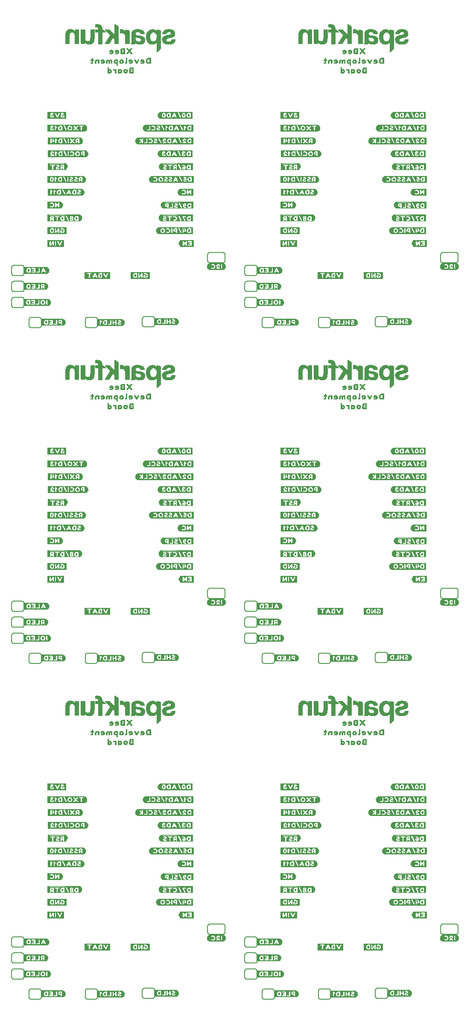
<source format=gbo>
G04 EAGLE Gerber RS-274X export*
G75*
%MOMM*%
%FSLAX34Y34*%
%LPD*%
%INSilkscreen Bottom*%
%IPPOS*%
%AMOC8*
5,1,8,0,0,1.08239X$1,22.5*%
G01*
%ADD10C,0.203200*%

G36*
X373447Y1052367D02*
X373447Y1052367D01*
X373445Y1052370D01*
X373449Y1052372D01*
X373549Y1052972D01*
X373546Y1052977D01*
X373549Y1052980D01*
X373549Y1065880D01*
X373513Y1065927D01*
X373510Y1065925D01*
X373508Y1065929D01*
X372908Y1066029D01*
X372903Y1066026D01*
X372900Y1066029D01*
X264400Y1066029D01*
X264395Y1066026D01*
X264392Y1066029D01*
X263792Y1065929D01*
X263789Y1065925D01*
X263786Y1065927D01*
X263086Y1065727D01*
X263085Y1065726D01*
X263084Y1065727D01*
X262485Y1065527D01*
X261786Y1065327D01*
X261778Y1065316D01*
X261769Y1065318D01*
X261271Y1064920D01*
X260673Y1064521D01*
X260672Y1064518D01*
X260669Y1064518D01*
X260169Y1064118D01*
X260168Y1064114D01*
X260165Y1064115D01*
X259665Y1063615D01*
X259665Y1063611D01*
X259662Y1063611D01*
X259262Y1063111D01*
X259261Y1063107D01*
X259259Y1063107D01*
X258859Y1062507D01*
X258860Y1062498D01*
X258853Y1062496D01*
X258654Y1061898D01*
X258355Y1061199D01*
X258356Y1061196D01*
X258353Y1061196D01*
X258153Y1060596D01*
X258155Y1060589D01*
X258151Y1060587D01*
X258051Y1059887D01*
X258054Y1059882D01*
X258051Y1059880D01*
X258051Y1058580D01*
X258054Y1058576D01*
X258051Y1058573D01*
X258151Y1057873D01*
X258155Y1057869D01*
X258153Y1057866D01*
X258353Y1057166D01*
X258354Y1057165D01*
X258353Y1057164D01*
X258553Y1056564D01*
X258558Y1056561D01*
X258556Y1056558D01*
X258856Y1055958D01*
X258860Y1055956D01*
X258859Y1055953D01*
X259259Y1055353D01*
X259262Y1055352D01*
X259262Y1055349D01*
X260062Y1054349D01*
X260066Y1054348D01*
X260065Y1054345D01*
X260565Y1053845D01*
X260572Y1053844D01*
X260573Y1053839D01*
X261173Y1053439D01*
X261177Y1053439D01*
X261178Y1053436D01*
X262378Y1052836D01*
X262383Y1052837D01*
X262384Y1052833D01*
X262984Y1052633D01*
X262986Y1052634D01*
X262986Y1052633D01*
X263686Y1052433D01*
X263690Y1052434D01*
X263692Y1052431D01*
X264292Y1052331D01*
X264297Y1052334D01*
X264300Y1052331D01*
X373400Y1052331D01*
X373447Y1052367D01*
G37*
G36*
X835727Y1052367D02*
X835727Y1052367D01*
X835725Y1052370D01*
X835729Y1052372D01*
X835829Y1052972D01*
X835826Y1052977D01*
X835829Y1052980D01*
X835829Y1065880D01*
X835793Y1065927D01*
X835790Y1065925D01*
X835788Y1065929D01*
X835188Y1066029D01*
X835183Y1066026D01*
X835180Y1066029D01*
X726680Y1066029D01*
X726675Y1066026D01*
X726672Y1066029D01*
X726072Y1065929D01*
X726069Y1065925D01*
X726066Y1065927D01*
X725366Y1065727D01*
X725365Y1065726D01*
X725364Y1065727D01*
X724765Y1065527D01*
X724066Y1065327D01*
X724058Y1065316D01*
X724049Y1065318D01*
X723551Y1064920D01*
X722953Y1064521D01*
X722952Y1064518D01*
X722949Y1064518D01*
X722449Y1064118D01*
X722448Y1064114D01*
X722445Y1064115D01*
X721945Y1063615D01*
X721945Y1063611D01*
X721942Y1063611D01*
X721542Y1063111D01*
X721541Y1063107D01*
X721539Y1063107D01*
X721139Y1062507D01*
X721140Y1062498D01*
X721133Y1062496D01*
X720934Y1061898D01*
X720635Y1061199D01*
X720636Y1061196D01*
X720633Y1061196D01*
X720433Y1060596D01*
X720435Y1060589D01*
X720431Y1060587D01*
X720331Y1059887D01*
X720334Y1059882D01*
X720331Y1059880D01*
X720331Y1058580D01*
X720334Y1058576D01*
X720331Y1058573D01*
X720431Y1057873D01*
X720435Y1057869D01*
X720433Y1057866D01*
X720633Y1057166D01*
X720634Y1057165D01*
X720633Y1057164D01*
X720833Y1056564D01*
X720838Y1056561D01*
X720836Y1056558D01*
X721136Y1055958D01*
X721140Y1055956D01*
X721139Y1055953D01*
X721539Y1055353D01*
X721542Y1055352D01*
X721542Y1055349D01*
X722342Y1054349D01*
X722346Y1054348D01*
X722345Y1054345D01*
X722845Y1053845D01*
X722852Y1053844D01*
X722853Y1053839D01*
X723453Y1053439D01*
X723457Y1053439D01*
X723458Y1053436D01*
X724658Y1052836D01*
X724663Y1052837D01*
X724664Y1052833D01*
X725264Y1052633D01*
X725266Y1052634D01*
X725266Y1052633D01*
X725966Y1052433D01*
X725970Y1052434D01*
X725972Y1052431D01*
X726572Y1052331D01*
X726577Y1052334D01*
X726580Y1052331D01*
X835680Y1052331D01*
X835727Y1052367D01*
G37*
G36*
X373447Y1717847D02*
X373447Y1717847D01*
X373445Y1717850D01*
X373449Y1717852D01*
X373549Y1718452D01*
X373546Y1718457D01*
X373549Y1718460D01*
X373549Y1731360D01*
X373513Y1731407D01*
X373510Y1731405D01*
X373508Y1731409D01*
X372908Y1731509D01*
X372903Y1731506D01*
X372900Y1731509D01*
X264400Y1731509D01*
X264395Y1731506D01*
X264392Y1731509D01*
X263792Y1731409D01*
X263789Y1731405D01*
X263786Y1731407D01*
X263086Y1731207D01*
X263085Y1731206D01*
X263084Y1731207D01*
X262485Y1731007D01*
X261786Y1730807D01*
X261778Y1730796D01*
X261769Y1730798D01*
X261271Y1730400D01*
X260673Y1730001D01*
X260672Y1729998D01*
X260669Y1729998D01*
X260169Y1729598D01*
X260168Y1729594D01*
X260165Y1729595D01*
X259665Y1729095D01*
X259665Y1729091D01*
X259662Y1729091D01*
X259262Y1728591D01*
X259261Y1728587D01*
X259259Y1728587D01*
X258859Y1727987D01*
X258860Y1727978D01*
X258853Y1727976D01*
X258654Y1727378D01*
X258355Y1726679D01*
X258356Y1726676D01*
X258353Y1726676D01*
X258153Y1726076D01*
X258155Y1726069D01*
X258151Y1726067D01*
X258051Y1725367D01*
X258054Y1725362D01*
X258051Y1725360D01*
X258051Y1724060D01*
X258054Y1724056D01*
X258051Y1724053D01*
X258151Y1723353D01*
X258155Y1723349D01*
X258153Y1723346D01*
X258353Y1722646D01*
X258354Y1722645D01*
X258353Y1722644D01*
X258553Y1722044D01*
X258558Y1722041D01*
X258556Y1722038D01*
X258856Y1721438D01*
X258860Y1721436D01*
X258859Y1721433D01*
X259259Y1720833D01*
X259262Y1720832D01*
X259262Y1720829D01*
X260062Y1719829D01*
X260066Y1719828D01*
X260065Y1719825D01*
X260565Y1719325D01*
X260572Y1719324D01*
X260573Y1719319D01*
X261173Y1718919D01*
X261177Y1718919D01*
X261178Y1718916D01*
X262378Y1718316D01*
X262383Y1718317D01*
X262384Y1718313D01*
X262984Y1718113D01*
X262986Y1718114D01*
X262986Y1718113D01*
X263686Y1717913D01*
X263690Y1717914D01*
X263692Y1717911D01*
X264292Y1717811D01*
X264297Y1717814D01*
X264300Y1717811D01*
X373400Y1717811D01*
X373447Y1717847D01*
G37*
G36*
X835727Y386887D02*
X835727Y386887D01*
X835725Y386890D01*
X835729Y386892D01*
X835829Y387492D01*
X835826Y387497D01*
X835829Y387500D01*
X835829Y400400D01*
X835793Y400447D01*
X835790Y400445D01*
X835788Y400449D01*
X835188Y400549D01*
X835183Y400546D01*
X835180Y400549D01*
X726680Y400549D01*
X726675Y400546D01*
X726672Y400549D01*
X726072Y400449D01*
X726069Y400445D01*
X726066Y400447D01*
X725366Y400247D01*
X725365Y400246D01*
X725364Y400247D01*
X724765Y400047D01*
X724066Y399847D01*
X724058Y399836D01*
X724049Y399838D01*
X723551Y399440D01*
X722953Y399041D01*
X722952Y399038D01*
X722949Y399038D01*
X722449Y398638D01*
X722448Y398634D01*
X722445Y398635D01*
X721945Y398135D01*
X721945Y398131D01*
X721942Y398131D01*
X721542Y397631D01*
X721541Y397627D01*
X721539Y397627D01*
X721139Y397027D01*
X721140Y397018D01*
X721133Y397016D01*
X720934Y396418D01*
X720635Y395719D01*
X720636Y395716D01*
X720633Y395716D01*
X720433Y395116D01*
X720435Y395109D01*
X720431Y395107D01*
X720331Y394407D01*
X720334Y394402D01*
X720331Y394400D01*
X720331Y393100D01*
X720334Y393096D01*
X720331Y393093D01*
X720431Y392393D01*
X720435Y392389D01*
X720433Y392386D01*
X720633Y391686D01*
X720634Y391685D01*
X720633Y391684D01*
X720833Y391084D01*
X720838Y391081D01*
X720836Y391078D01*
X721136Y390478D01*
X721140Y390476D01*
X721139Y390473D01*
X721539Y389873D01*
X721542Y389872D01*
X721542Y389869D01*
X722342Y388869D01*
X722346Y388868D01*
X722345Y388865D01*
X722845Y388365D01*
X722852Y388364D01*
X722853Y388359D01*
X723453Y387959D01*
X723457Y387959D01*
X723458Y387956D01*
X724658Y387356D01*
X724663Y387357D01*
X724664Y387353D01*
X725264Y387153D01*
X725266Y387154D01*
X725266Y387153D01*
X725966Y386953D01*
X725970Y386954D01*
X725972Y386951D01*
X726572Y386851D01*
X726577Y386854D01*
X726580Y386851D01*
X835680Y386851D01*
X835727Y386887D01*
G37*
G36*
X373447Y386887D02*
X373447Y386887D01*
X373445Y386890D01*
X373449Y386892D01*
X373549Y387492D01*
X373546Y387497D01*
X373549Y387500D01*
X373549Y400400D01*
X373513Y400447D01*
X373510Y400445D01*
X373508Y400449D01*
X372908Y400549D01*
X372903Y400546D01*
X372900Y400549D01*
X264400Y400549D01*
X264395Y400546D01*
X264392Y400549D01*
X263792Y400449D01*
X263789Y400445D01*
X263786Y400447D01*
X263086Y400247D01*
X263085Y400246D01*
X263084Y400247D01*
X262485Y400047D01*
X261786Y399847D01*
X261778Y399836D01*
X261769Y399838D01*
X261271Y399440D01*
X260673Y399041D01*
X260672Y399038D01*
X260669Y399038D01*
X260169Y398638D01*
X260168Y398634D01*
X260165Y398635D01*
X259665Y398135D01*
X259665Y398131D01*
X259662Y398131D01*
X259262Y397631D01*
X259261Y397627D01*
X259259Y397627D01*
X258859Y397027D01*
X258860Y397018D01*
X258853Y397016D01*
X258654Y396418D01*
X258355Y395719D01*
X258356Y395716D01*
X258353Y395716D01*
X258153Y395116D01*
X258155Y395109D01*
X258151Y395107D01*
X258051Y394407D01*
X258054Y394402D01*
X258051Y394400D01*
X258051Y393100D01*
X258054Y393096D01*
X258051Y393093D01*
X258151Y392393D01*
X258155Y392389D01*
X258153Y392386D01*
X258353Y391686D01*
X258354Y391685D01*
X258353Y391684D01*
X258553Y391084D01*
X258558Y391081D01*
X258556Y391078D01*
X258856Y390478D01*
X258860Y390476D01*
X258859Y390473D01*
X259259Y389873D01*
X259262Y389872D01*
X259262Y389869D01*
X260062Y388869D01*
X260066Y388868D01*
X260065Y388865D01*
X260565Y388365D01*
X260572Y388364D01*
X260573Y388359D01*
X261173Y387959D01*
X261177Y387959D01*
X261178Y387956D01*
X262378Y387356D01*
X262383Y387357D01*
X262384Y387353D01*
X262984Y387153D01*
X262986Y387154D01*
X262986Y387153D01*
X263686Y386953D01*
X263690Y386954D01*
X263692Y386951D01*
X264292Y386851D01*
X264297Y386854D01*
X264300Y386851D01*
X373400Y386851D01*
X373447Y386887D01*
G37*
G36*
X835727Y1717847D02*
X835727Y1717847D01*
X835725Y1717850D01*
X835729Y1717852D01*
X835829Y1718452D01*
X835826Y1718457D01*
X835829Y1718460D01*
X835829Y1731360D01*
X835793Y1731407D01*
X835790Y1731405D01*
X835788Y1731409D01*
X835188Y1731509D01*
X835183Y1731506D01*
X835180Y1731509D01*
X726680Y1731509D01*
X726675Y1731506D01*
X726672Y1731509D01*
X726072Y1731409D01*
X726069Y1731405D01*
X726066Y1731407D01*
X725366Y1731207D01*
X725365Y1731206D01*
X725364Y1731207D01*
X724765Y1731007D01*
X724066Y1730807D01*
X724058Y1730796D01*
X724049Y1730798D01*
X723551Y1730400D01*
X722953Y1730001D01*
X722952Y1729998D01*
X722949Y1729998D01*
X722449Y1729598D01*
X722448Y1729594D01*
X722445Y1729595D01*
X721945Y1729095D01*
X721945Y1729091D01*
X721942Y1729091D01*
X721542Y1728591D01*
X721541Y1728587D01*
X721539Y1728587D01*
X721139Y1727987D01*
X721140Y1727978D01*
X721133Y1727976D01*
X720934Y1727378D01*
X720635Y1726679D01*
X720636Y1726676D01*
X720633Y1726676D01*
X720433Y1726076D01*
X720435Y1726069D01*
X720431Y1726067D01*
X720331Y1725367D01*
X720334Y1725362D01*
X720331Y1725360D01*
X720331Y1724060D01*
X720334Y1724056D01*
X720331Y1724053D01*
X720431Y1723353D01*
X720435Y1723349D01*
X720433Y1723346D01*
X720633Y1722646D01*
X720634Y1722645D01*
X720633Y1722644D01*
X720833Y1722044D01*
X720838Y1722041D01*
X720836Y1722038D01*
X721136Y1721438D01*
X721140Y1721436D01*
X721139Y1721433D01*
X721539Y1720833D01*
X721542Y1720832D01*
X721542Y1720829D01*
X722342Y1719829D01*
X722346Y1719828D01*
X722345Y1719825D01*
X722845Y1719325D01*
X722852Y1719324D01*
X722853Y1719319D01*
X723453Y1718919D01*
X723457Y1718919D01*
X723458Y1718916D01*
X724658Y1718316D01*
X724663Y1718317D01*
X724664Y1718313D01*
X725264Y1718113D01*
X725266Y1718114D01*
X725266Y1718113D01*
X725966Y1717913D01*
X725970Y1717914D01*
X725972Y1717911D01*
X726572Y1717811D01*
X726577Y1717814D01*
X726580Y1717811D01*
X835680Y1717811D01*
X835727Y1717847D01*
G37*
G36*
X373131Y412259D02*
X373131Y412259D01*
X373138Y412254D01*
X373638Y412454D01*
X373653Y412478D01*
X373660Y412484D01*
X373658Y412487D01*
X373663Y412495D01*
X373669Y412500D01*
X373669Y425400D01*
X373661Y425411D01*
X373666Y425418D01*
X373466Y425918D01*
X373425Y425943D01*
X373420Y425949D01*
X280120Y425949D01*
X280116Y425946D01*
X280113Y425949D01*
X279417Y425849D01*
X278720Y425849D01*
X278713Y425844D01*
X278709Y425844D01*
X278704Y425847D01*
X278105Y425647D01*
X277406Y425447D01*
X277402Y425442D01*
X277398Y425444D01*
X276798Y425144D01*
X276796Y425140D01*
X276793Y425141D01*
X276193Y424741D01*
X276192Y424738D01*
X276189Y424738D01*
X275189Y423938D01*
X275188Y423934D01*
X275185Y423935D01*
X274685Y423435D01*
X274684Y423428D01*
X274679Y423427D01*
X274279Y422827D01*
X274279Y422826D01*
X274278Y422825D01*
X273978Y422325D01*
X273978Y422320D01*
X273975Y422319D01*
X273675Y421619D01*
X273676Y421616D01*
X273673Y421616D01*
X273473Y421016D01*
X273474Y421014D01*
X273473Y421014D01*
X273435Y420883D01*
X273421Y420834D01*
X273379Y420686D01*
X273337Y420538D01*
X273323Y420489D01*
X273281Y420341D01*
X273273Y420314D01*
X273274Y420310D01*
X273271Y420308D01*
X273171Y419708D01*
X273174Y419703D01*
X273171Y419700D01*
X273171Y419000D01*
X273174Y418996D01*
X273171Y418993D01*
X273371Y417593D01*
X273376Y417588D01*
X273373Y417584D01*
X273773Y416384D01*
X273778Y416381D01*
X273776Y416378D01*
X274076Y415778D01*
X274080Y415776D01*
X274079Y415773D01*
X274479Y415173D01*
X274482Y415172D01*
X274482Y415169D01*
X274882Y414669D01*
X274886Y414668D01*
X274885Y414665D01*
X275885Y413665D01*
X275889Y413665D01*
X275889Y413662D01*
X276389Y413262D01*
X276397Y413261D01*
X276398Y413256D01*
X277598Y412656D01*
X277605Y412657D01*
X277606Y412653D01*
X278306Y412453D01*
X278311Y412455D01*
X278313Y412451D01*
X279012Y412351D01*
X279612Y412251D01*
X279617Y412254D01*
X279620Y412251D01*
X373120Y412251D01*
X373131Y412259D01*
G37*
G36*
X373131Y1743219D02*
X373131Y1743219D01*
X373138Y1743214D01*
X373638Y1743414D01*
X373653Y1743438D01*
X373660Y1743444D01*
X373658Y1743447D01*
X373663Y1743455D01*
X373669Y1743460D01*
X373669Y1756360D01*
X373661Y1756371D01*
X373666Y1756378D01*
X373466Y1756878D01*
X373425Y1756903D01*
X373420Y1756909D01*
X280120Y1756909D01*
X280116Y1756906D01*
X280113Y1756909D01*
X279417Y1756809D01*
X278720Y1756809D01*
X278713Y1756804D01*
X278709Y1756804D01*
X278704Y1756807D01*
X278105Y1756607D01*
X277406Y1756407D01*
X277402Y1756402D01*
X277398Y1756404D01*
X276798Y1756104D01*
X276796Y1756100D01*
X276793Y1756101D01*
X276193Y1755701D01*
X276192Y1755698D01*
X276189Y1755698D01*
X275189Y1754898D01*
X275188Y1754894D01*
X275185Y1754895D01*
X274685Y1754395D01*
X274684Y1754388D01*
X274679Y1754387D01*
X274279Y1753787D01*
X274279Y1753786D01*
X274278Y1753785D01*
X273978Y1753285D01*
X273978Y1753280D01*
X273975Y1753279D01*
X273675Y1752579D01*
X273676Y1752576D01*
X273673Y1752576D01*
X273473Y1751976D01*
X273474Y1751974D01*
X273473Y1751974D01*
X273435Y1751843D01*
X273421Y1751794D01*
X273379Y1751646D01*
X273337Y1751498D01*
X273323Y1751449D01*
X273281Y1751301D01*
X273273Y1751274D01*
X273274Y1751270D01*
X273271Y1751268D01*
X273171Y1750668D01*
X273174Y1750663D01*
X273171Y1750660D01*
X273171Y1749960D01*
X273174Y1749956D01*
X273171Y1749953D01*
X273371Y1748553D01*
X273376Y1748548D01*
X273373Y1748544D01*
X273773Y1747344D01*
X273778Y1747341D01*
X273776Y1747338D01*
X274076Y1746738D01*
X274080Y1746736D01*
X274079Y1746733D01*
X274479Y1746133D01*
X274482Y1746132D01*
X274482Y1746129D01*
X274882Y1745629D01*
X274886Y1745628D01*
X274885Y1745625D01*
X275885Y1744625D01*
X275889Y1744625D01*
X275889Y1744622D01*
X276389Y1744222D01*
X276397Y1744221D01*
X276398Y1744216D01*
X277598Y1743616D01*
X277605Y1743617D01*
X277606Y1743613D01*
X278306Y1743413D01*
X278311Y1743415D01*
X278313Y1743411D01*
X279012Y1743311D01*
X279612Y1743211D01*
X279617Y1743214D01*
X279620Y1743211D01*
X373120Y1743211D01*
X373131Y1743219D01*
G37*
G36*
X835411Y1077739D02*
X835411Y1077739D01*
X835418Y1077734D01*
X835918Y1077934D01*
X835933Y1077958D01*
X835940Y1077964D01*
X835938Y1077967D01*
X835943Y1077975D01*
X835949Y1077980D01*
X835949Y1090880D01*
X835941Y1090891D01*
X835946Y1090898D01*
X835746Y1091398D01*
X835705Y1091423D01*
X835700Y1091429D01*
X742400Y1091429D01*
X742396Y1091426D01*
X742393Y1091429D01*
X741697Y1091329D01*
X741000Y1091329D01*
X740993Y1091324D01*
X740989Y1091324D01*
X740984Y1091327D01*
X740385Y1091127D01*
X739686Y1090927D01*
X739682Y1090922D01*
X739678Y1090924D01*
X739078Y1090624D01*
X739076Y1090620D01*
X739073Y1090621D01*
X738473Y1090221D01*
X738472Y1090218D01*
X738469Y1090218D01*
X737469Y1089418D01*
X737468Y1089414D01*
X737465Y1089415D01*
X736965Y1088915D01*
X736964Y1088908D01*
X736959Y1088907D01*
X736559Y1088307D01*
X736559Y1088306D01*
X736558Y1088305D01*
X736258Y1087805D01*
X736258Y1087800D01*
X736255Y1087799D01*
X735955Y1087099D01*
X735956Y1087096D01*
X735953Y1087096D01*
X735753Y1086496D01*
X735754Y1086494D01*
X735753Y1086494D01*
X735715Y1086363D01*
X735701Y1086314D01*
X735659Y1086166D01*
X735617Y1086018D01*
X735603Y1085969D01*
X735561Y1085821D01*
X735553Y1085794D01*
X735554Y1085790D01*
X735551Y1085788D01*
X735451Y1085188D01*
X735454Y1085183D01*
X735451Y1085180D01*
X735451Y1084480D01*
X735454Y1084476D01*
X735451Y1084473D01*
X735651Y1083073D01*
X735656Y1083068D01*
X735653Y1083064D01*
X736053Y1081864D01*
X736058Y1081861D01*
X736056Y1081858D01*
X736356Y1081258D01*
X736360Y1081256D01*
X736359Y1081253D01*
X736759Y1080653D01*
X736762Y1080652D01*
X736762Y1080649D01*
X737162Y1080149D01*
X737166Y1080148D01*
X737165Y1080145D01*
X738165Y1079145D01*
X738169Y1079145D01*
X738169Y1079142D01*
X738669Y1078742D01*
X738677Y1078741D01*
X738678Y1078736D01*
X739878Y1078136D01*
X739885Y1078137D01*
X739886Y1078133D01*
X740586Y1077933D01*
X740591Y1077935D01*
X740593Y1077931D01*
X741292Y1077831D01*
X741892Y1077731D01*
X741897Y1077734D01*
X741900Y1077731D01*
X835400Y1077731D01*
X835411Y1077739D01*
G37*
G36*
X373131Y1077739D02*
X373131Y1077739D01*
X373138Y1077734D01*
X373638Y1077934D01*
X373653Y1077958D01*
X373660Y1077964D01*
X373658Y1077967D01*
X373663Y1077975D01*
X373669Y1077980D01*
X373669Y1090880D01*
X373661Y1090891D01*
X373666Y1090898D01*
X373466Y1091398D01*
X373425Y1091423D01*
X373420Y1091429D01*
X280120Y1091429D01*
X280116Y1091426D01*
X280113Y1091429D01*
X279417Y1091329D01*
X278720Y1091329D01*
X278713Y1091324D01*
X278709Y1091324D01*
X278704Y1091327D01*
X278105Y1091127D01*
X277406Y1090927D01*
X277402Y1090922D01*
X277398Y1090924D01*
X276798Y1090624D01*
X276796Y1090620D01*
X276793Y1090621D01*
X276193Y1090221D01*
X276192Y1090218D01*
X276189Y1090218D01*
X275189Y1089418D01*
X275188Y1089414D01*
X275185Y1089415D01*
X274685Y1088915D01*
X274684Y1088908D01*
X274679Y1088907D01*
X274279Y1088307D01*
X274279Y1088306D01*
X274278Y1088305D01*
X273978Y1087805D01*
X273978Y1087800D01*
X273975Y1087799D01*
X273675Y1087099D01*
X273676Y1087096D01*
X273673Y1087096D01*
X273473Y1086496D01*
X273474Y1086494D01*
X273473Y1086494D01*
X273435Y1086363D01*
X273421Y1086314D01*
X273379Y1086166D01*
X273337Y1086018D01*
X273323Y1085969D01*
X273281Y1085821D01*
X273273Y1085794D01*
X273274Y1085790D01*
X273271Y1085788D01*
X273171Y1085188D01*
X273174Y1085183D01*
X273171Y1085180D01*
X273171Y1084480D01*
X273174Y1084476D01*
X273171Y1084473D01*
X273371Y1083073D01*
X273376Y1083068D01*
X273373Y1083064D01*
X273773Y1081864D01*
X273778Y1081861D01*
X273776Y1081858D01*
X274076Y1081258D01*
X274080Y1081256D01*
X274079Y1081253D01*
X274479Y1080653D01*
X274482Y1080652D01*
X274482Y1080649D01*
X274882Y1080149D01*
X274886Y1080148D01*
X274885Y1080145D01*
X275885Y1079145D01*
X275889Y1079145D01*
X275889Y1079142D01*
X276389Y1078742D01*
X276397Y1078741D01*
X276398Y1078736D01*
X277598Y1078136D01*
X277605Y1078137D01*
X277606Y1078133D01*
X278306Y1077933D01*
X278311Y1077935D01*
X278313Y1077931D01*
X279012Y1077831D01*
X279612Y1077731D01*
X279617Y1077734D01*
X279620Y1077731D01*
X373120Y1077731D01*
X373131Y1077739D01*
G37*
G36*
X835411Y1743219D02*
X835411Y1743219D01*
X835418Y1743214D01*
X835918Y1743414D01*
X835933Y1743438D01*
X835940Y1743444D01*
X835938Y1743447D01*
X835943Y1743455D01*
X835949Y1743460D01*
X835949Y1756360D01*
X835941Y1756371D01*
X835946Y1756378D01*
X835746Y1756878D01*
X835705Y1756903D01*
X835700Y1756909D01*
X742400Y1756909D01*
X742396Y1756906D01*
X742393Y1756909D01*
X741697Y1756809D01*
X741000Y1756809D01*
X740993Y1756804D01*
X740989Y1756804D01*
X740984Y1756807D01*
X740385Y1756607D01*
X739686Y1756407D01*
X739682Y1756402D01*
X739678Y1756404D01*
X739078Y1756104D01*
X739076Y1756100D01*
X739073Y1756101D01*
X738473Y1755701D01*
X738472Y1755698D01*
X738469Y1755698D01*
X737469Y1754898D01*
X737468Y1754894D01*
X737465Y1754895D01*
X736965Y1754395D01*
X736964Y1754388D01*
X736959Y1754387D01*
X736559Y1753787D01*
X736559Y1753786D01*
X736558Y1753785D01*
X736258Y1753285D01*
X736258Y1753280D01*
X736255Y1753279D01*
X735955Y1752579D01*
X735956Y1752576D01*
X735953Y1752576D01*
X735753Y1751976D01*
X735754Y1751974D01*
X735753Y1751974D01*
X735715Y1751843D01*
X735701Y1751794D01*
X735659Y1751646D01*
X735617Y1751498D01*
X735603Y1751449D01*
X735561Y1751301D01*
X735553Y1751274D01*
X735554Y1751270D01*
X735551Y1751268D01*
X735451Y1750668D01*
X735454Y1750663D01*
X735451Y1750660D01*
X735451Y1749960D01*
X735454Y1749956D01*
X735451Y1749953D01*
X735651Y1748553D01*
X735656Y1748548D01*
X735653Y1748544D01*
X736053Y1747344D01*
X736058Y1747341D01*
X736056Y1747338D01*
X736356Y1746738D01*
X736360Y1746736D01*
X736359Y1746733D01*
X736759Y1746133D01*
X736762Y1746132D01*
X736762Y1746129D01*
X737162Y1745629D01*
X737166Y1745628D01*
X737165Y1745625D01*
X738165Y1744625D01*
X738169Y1744625D01*
X738169Y1744622D01*
X738669Y1744222D01*
X738677Y1744221D01*
X738678Y1744216D01*
X739878Y1743616D01*
X739885Y1743617D01*
X739886Y1743613D01*
X740586Y1743413D01*
X740591Y1743415D01*
X740593Y1743411D01*
X741292Y1743311D01*
X741892Y1743211D01*
X741897Y1743214D01*
X741900Y1743211D01*
X835400Y1743211D01*
X835411Y1743219D01*
G37*
G36*
X835411Y412259D02*
X835411Y412259D01*
X835418Y412254D01*
X835918Y412454D01*
X835933Y412478D01*
X835940Y412484D01*
X835938Y412487D01*
X835943Y412495D01*
X835949Y412500D01*
X835949Y425400D01*
X835941Y425411D01*
X835946Y425418D01*
X835746Y425918D01*
X835705Y425943D01*
X835700Y425949D01*
X742400Y425949D01*
X742396Y425946D01*
X742393Y425949D01*
X741697Y425849D01*
X741000Y425849D01*
X740993Y425844D01*
X740989Y425844D01*
X740984Y425847D01*
X740385Y425647D01*
X739686Y425447D01*
X739682Y425442D01*
X739678Y425444D01*
X739078Y425144D01*
X739076Y425140D01*
X739073Y425141D01*
X738473Y424741D01*
X738472Y424738D01*
X738469Y424738D01*
X737469Y423938D01*
X737468Y423934D01*
X737465Y423935D01*
X736965Y423435D01*
X736964Y423428D01*
X736959Y423427D01*
X736559Y422827D01*
X736559Y422826D01*
X736558Y422825D01*
X736258Y422325D01*
X736258Y422320D01*
X736255Y422319D01*
X735955Y421619D01*
X735956Y421616D01*
X735953Y421616D01*
X735753Y421016D01*
X735754Y421014D01*
X735753Y421014D01*
X735715Y420883D01*
X735701Y420834D01*
X735659Y420686D01*
X735617Y420538D01*
X735603Y420489D01*
X735561Y420341D01*
X735553Y420314D01*
X735554Y420310D01*
X735551Y420308D01*
X735451Y419708D01*
X735454Y419703D01*
X735451Y419700D01*
X735451Y419000D01*
X735454Y418996D01*
X735451Y418993D01*
X735651Y417593D01*
X735656Y417588D01*
X735653Y417584D01*
X736053Y416384D01*
X736058Y416381D01*
X736056Y416378D01*
X736356Y415778D01*
X736360Y415776D01*
X736359Y415773D01*
X736759Y415173D01*
X736762Y415172D01*
X736762Y415169D01*
X737162Y414669D01*
X737166Y414668D01*
X737165Y414665D01*
X738165Y413665D01*
X738169Y413665D01*
X738169Y413662D01*
X738669Y413262D01*
X738677Y413261D01*
X738678Y413256D01*
X739878Y412656D01*
X739885Y412657D01*
X739886Y412653D01*
X740586Y412453D01*
X740591Y412455D01*
X740593Y412451D01*
X741292Y412351D01*
X741892Y412251D01*
X741897Y412254D01*
X741900Y412251D01*
X835400Y412251D01*
X835411Y412259D01*
G37*
G36*
X373696Y1641630D02*
X373696Y1641630D01*
X373709Y1641630D01*
X374009Y1642030D01*
X374009Y1642038D01*
X374013Y1642041D01*
X374009Y1642045D01*
X374009Y1642052D01*
X374019Y1642060D01*
X374019Y1654860D01*
X374006Y1654878D01*
X374009Y1654890D01*
X373709Y1655290D01*
X373678Y1655299D01*
X373670Y1655309D01*
X370670Y1655309D01*
X370634Y1655282D01*
X370625Y1655279D01*
X370613Y1655252D01*
X370599Y1655300D01*
X370581Y1655294D01*
X370570Y1655309D01*
X291970Y1655309D01*
X291965Y1655306D01*
X291962Y1655309D01*
X291362Y1655209D01*
X290663Y1655109D01*
X290660Y1655105D01*
X290658Y1655105D01*
X290657Y1655105D01*
X290654Y1655107D01*
X290054Y1654907D01*
X290053Y1654904D01*
X290051Y1654905D01*
X289351Y1654605D01*
X289349Y1654603D01*
X289348Y1654604D01*
X288748Y1654304D01*
X288745Y1654297D01*
X288739Y1654298D01*
X287739Y1653498D01*
X287738Y1653494D01*
X287735Y1653495D01*
X287235Y1652995D01*
X287235Y1652991D01*
X287232Y1652991D01*
X286832Y1652491D01*
X286831Y1652487D01*
X286829Y1652487D01*
X286429Y1651887D01*
X286429Y1651883D01*
X286426Y1651882D01*
X285826Y1650682D01*
X285827Y1650675D01*
X285823Y1650674D01*
X285798Y1650588D01*
X285756Y1650440D01*
X285742Y1650391D01*
X285700Y1650243D01*
X285657Y1650095D01*
X285643Y1650046D01*
X285623Y1649974D01*
X285625Y1649969D01*
X285621Y1649967D01*
X285521Y1649267D01*
X285524Y1649262D01*
X285521Y1649260D01*
X285521Y1647960D01*
X285524Y1647956D01*
X285521Y1647953D01*
X285621Y1647253D01*
X285622Y1647252D01*
X285621Y1647252D01*
X285721Y1646652D01*
X285725Y1646649D01*
X285723Y1646646D01*
X285923Y1645946D01*
X285928Y1645942D01*
X285926Y1645938D01*
X286226Y1645338D01*
X286230Y1645336D01*
X286229Y1645333D01*
X286629Y1644733D01*
X286632Y1644732D01*
X286632Y1644729D01*
X287432Y1643729D01*
X287436Y1643728D01*
X287435Y1643725D01*
X287935Y1643225D01*
X287942Y1643224D01*
X287943Y1643219D01*
X288541Y1642820D01*
X289039Y1642422D01*
X289047Y1642421D01*
X289048Y1642416D01*
X289648Y1642116D01*
X289655Y1642117D01*
X289656Y1642113D01*
X290356Y1641913D01*
X290360Y1641914D01*
X290362Y1641911D01*
X290962Y1641811D01*
X290963Y1641812D01*
X290963Y1641811D01*
X292363Y1641611D01*
X292368Y1641614D01*
X292370Y1641611D01*
X373670Y1641611D01*
X373696Y1641630D01*
G37*
G36*
X835976Y1641630D02*
X835976Y1641630D01*
X835989Y1641630D01*
X836289Y1642030D01*
X836289Y1642038D01*
X836293Y1642041D01*
X836289Y1642045D01*
X836289Y1642052D01*
X836299Y1642060D01*
X836299Y1654860D01*
X836286Y1654878D01*
X836289Y1654890D01*
X835989Y1655290D01*
X835958Y1655299D01*
X835950Y1655309D01*
X832950Y1655309D01*
X832914Y1655282D01*
X832905Y1655279D01*
X832893Y1655252D01*
X832879Y1655300D01*
X832861Y1655294D01*
X832850Y1655309D01*
X754250Y1655309D01*
X754245Y1655306D01*
X754242Y1655309D01*
X753642Y1655209D01*
X752943Y1655109D01*
X752940Y1655105D01*
X752938Y1655105D01*
X752937Y1655105D01*
X752934Y1655107D01*
X752334Y1654907D01*
X752333Y1654904D01*
X752331Y1654905D01*
X751631Y1654605D01*
X751629Y1654603D01*
X751628Y1654604D01*
X751028Y1654304D01*
X751025Y1654297D01*
X751019Y1654298D01*
X750019Y1653498D01*
X750018Y1653494D01*
X750015Y1653495D01*
X749515Y1652995D01*
X749515Y1652991D01*
X749512Y1652991D01*
X749112Y1652491D01*
X749111Y1652487D01*
X749109Y1652487D01*
X748709Y1651887D01*
X748709Y1651883D01*
X748706Y1651882D01*
X748106Y1650682D01*
X748107Y1650675D01*
X748103Y1650674D01*
X748078Y1650588D01*
X748036Y1650440D01*
X748022Y1650391D01*
X747980Y1650243D01*
X747937Y1650095D01*
X747923Y1650046D01*
X747903Y1649974D01*
X747905Y1649969D01*
X747901Y1649967D01*
X747801Y1649267D01*
X747804Y1649262D01*
X747801Y1649260D01*
X747801Y1647960D01*
X747804Y1647956D01*
X747801Y1647953D01*
X747901Y1647253D01*
X747902Y1647252D01*
X747901Y1647252D01*
X748001Y1646652D01*
X748005Y1646649D01*
X748003Y1646646D01*
X748203Y1645946D01*
X748208Y1645942D01*
X748206Y1645938D01*
X748506Y1645338D01*
X748510Y1645336D01*
X748509Y1645333D01*
X748909Y1644733D01*
X748912Y1644732D01*
X748912Y1644729D01*
X749712Y1643729D01*
X749716Y1643728D01*
X749715Y1643725D01*
X750215Y1643225D01*
X750222Y1643224D01*
X750223Y1643219D01*
X750821Y1642820D01*
X751319Y1642422D01*
X751327Y1642421D01*
X751328Y1642416D01*
X751928Y1642116D01*
X751935Y1642117D01*
X751936Y1642113D01*
X752636Y1641913D01*
X752640Y1641914D01*
X752642Y1641911D01*
X753242Y1641811D01*
X753243Y1641812D01*
X753243Y1641811D01*
X754643Y1641611D01*
X754648Y1641614D01*
X754650Y1641611D01*
X835950Y1641611D01*
X835976Y1641630D01*
G37*
G36*
X373696Y976150D02*
X373696Y976150D01*
X373709Y976150D01*
X374009Y976550D01*
X374009Y976558D01*
X374013Y976561D01*
X374009Y976565D01*
X374009Y976572D01*
X374019Y976580D01*
X374019Y989380D01*
X374006Y989398D01*
X374009Y989410D01*
X373709Y989810D01*
X373678Y989819D01*
X373670Y989829D01*
X370670Y989829D01*
X370634Y989802D01*
X370625Y989799D01*
X370613Y989772D01*
X370599Y989820D01*
X370581Y989814D01*
X370570Y989829D01*
X291970Y989829D01*
X291965Y989826D01*
X291962Y989829D01*
X291362Y989729D01*
X290663Y989629D01*
X290660Y989625D01*
X290658Y989625D01*
X290657Y989625D01*
X290654Y989627D01*
X290054Y989427D01*
X290053Y989424D01*
X290051Y989425D01*
X289351Y989125D01*
X289349Y989123D01*
X289348Y989124D01*
X288748Y988824D01*
X288745Y988817D01*
X288739Y988818D01*
X287739Y988018D01*
X287738Y988014D01*
X287735Y988015D01*
X287235Y987515D01*
X287235Y987511D01*
X287232Y987511D01*
X286832Y987011D01*
X286831Y987007D01*
X286829Y987007D01*
X286429Y986407D01*
X286429Y986403D01*
X286426Y986402D01*
X285826Y985202D01*
X285827Y985195D01*
X285823Y985194D01*
X285784Y985058D01*
X285742Y984911D01*
X285728Y984861D01*
X285686Y984714D01*
X285643Y984566D01*
X285629Y984517D01*
X285623Y984494D01*
X285625Y984489D01*
X285621Y984487D01*
X285521Y983787D01*
X285524Y983782D01*
X285521Y983780D01*
X285521Y982480D01*
X285524Y982476D01*
X285521Y982473D01*
X285621Y981773D01*
X285622Y981772D01*
X285621Y981772D01*
X285721Y981172D01*
X285725Y981169D01*
X285723Y981166D01*
X285923Y980466D01*
X285928Y980462D01*
X285926Y980458D01*
X286226Y979858D01*
X286230Y979856D01*
X286229Y979853D01*
X286629Y979253D01*
X286632Y979252D01*
X286632Y979249D01*
X287432Y978249D01*
X287436Y978248D01*
X287435Y978245D01*
X287935Y977745D01*
X287942Y977744D01*
X287943Y977739D01*
X288541Y977340D01*
X289039Y976942D01*
X289047Y976941D01*
X289048Y976936D01*
X289648Y976636D01*
X289655Y976637D01*
X289656Y976633D01*
X290356Y976433D01*
X290360Y976434D01*
X290362Y976431D01*
X290962Y976331D01*
X290963Y976332D01*
X290963Y976331D01*
X292363Y976131D01*
X292368Y976134D01*
X292370Y976131D01*
X373670Y976131D01*
X373696Y976150D01*
G37*
G36*
X835976Y976150D02*
X835976Y976150D01*
X835989Y976150D01*
X836289Y976550D01*
X836289Y976558D01*
X836293Y976561D01*
X836289Y976565D01*
X836289Y976572D01*
X836299Y976580D01*
X836299Y989380D01*
X836286Y989398D01*
X836289Y989410D01*
X835989Y989810D01*
X835958Y989819D01*
X835950Y989829D01*
X832950Y989829D01*
X832914Y989802D01*
X832905Y989799D01*
X832893Y989772D01*
X832879Y989820D01*
X832861Y989814D01*
X832850Y989829D01*
X754250Y989829D01*
X754245Y989826D01*
X754242Y989829D01*
X753642Y989729D01*
X752943Y989629D01*
X752940Y989625D01*
X752938Y989625D01*
X752937Y989625D01*
X752934Y989627D01*
X752334Y989427D01*
X752333Y989424D01*
X752331Y989425D01*
X751631Y989125D01*
X751629Y989123D01*
X751628Y989124D01*
X751028Y988824D01*
X751025Y988817D01*
X751019Y988818D01*
X750019Y988018D01*
X750018Y988014D01*
X750015Y988015D01*
X749515Y987515D01*
X749515Y987511D01*
X749512Y987511D01*
X749112Y987011D01*
X749111Y987007D01*
X749109Y987007D01*
X748709Y986407D01*
X748709Y986403D01*
X748706Y986402D01*
X748106Y985202D01*
X748107Y985195D01*
X748103Y985194D01*
X748064Y985058D01*
X748022Y984911D01*
X748008Y984861D01*
X747966Y984714D01*
X747923Y984566D01*
X747909Y984517D01*
X747903Y984494D01*
X747905Y984489D01*
X747901Y984487D01*
X747801Y983787D01*
X747804Y983782D01*
X747801Y983780D01*
X747801Y982480D01*
X747804Y982476D01*
X747801Y982473D01*
X747901Y981773D01*
X747902Y981772D01*
X747901Y981772D01*
X748001Y981172D01*
X748005Y981169D01*
X748003Y981166D01*
X748203Y980466D01*
X748208Y980462D01*
X748206Y980458D01*
X748506Y979858D01*
X748510Y979856D01*
X748509Y979853D01*
X748909Y979253D01*
X748912Y979252D01*
X748912Y979249D01*
X749712Y978249D01*
X749716Y978248D01*
X749715Y978245D01*
X750215Y977745D01*
X750222Y977744D01*
X750223Y977739D01*
X750821Y977340D01*
X751319Y976942D01*
X751327Y976941D01*
X751328Y976936D01*
X751928Y976636D01*
X751935Y976637D01*
X751936Y976633D01*
X752636Y976433D01*
X752640Y976434D01*
X752642Y976431D01*
X753242Y976331D01*
X753243Y976332D01*
X753243Y976331D01*
X754643Y976131D01*
X754648Y976134D01*
X754650Y976131D01*
X835950Y976131D01*
X835976Y976150D01*
G37*
G36*
X835976Y310670D02*
X835976Y310670D01*
X835989Y310670D01*
X836289Y311070D01*
X836289Y311078D01*
X836293Y311081D01*
X836289Y311085D01*
X836289Y311092D01*
X836299Y311100D01*
X836299Y323900D01*
X836286Y323918D01*
X836289Y323930D01*
X835989Y324330D01*
X835958Y324339D01*
X835950Y324349D01*
X832950Y324349D01*
X832914Y324322D01*
X832905Y324319D01*
X832893Y324292D01*
X832879Y324340D01*
X832861Y324334D01*
X832850Y324349D01*
X754250Y324349D01*
X754245Y324346D01*
X754242Y324349D01*
X753642Y324249D01*
X752943Y324149D01*
X752940Y324145D01*
X752938Y324145D01*
X752937Y324145D01*
X752934Y324147D01*
X752334Y323947D01*
X752333Y323944D01*
X752331Y323945D01*
X751631Y323645D01*
X751629Y323643D01*
X751628Y323644D01*
X751028Y323344D01*
X751025Y323337D01*
X751019Y323338D01*
X750019Y322538D01*
X750018Y322534D01*
X750015Y322535D01*
X749515Y322035D01*
X749515Y322031D01*
X749512Y322031D01*
X749112Y321531D01*
X749111Y321527D01*
X749109Y321527D01*
X748709Y320927D01*
X748709Y320923D01*
X748706Y320922D01*
X748106Y319722D01*
X748107Y319715D01*
X748103Y319714D01*
X748064Y319578D01*
X748022Y319431D01*
X748008Y319381D01*
X747966Y319234D01*
X747923Y319086D01*
X747909Y319037D01*
X747903Y319014D01*
X747905Y319009D01*
X747901Y319007D01*
X747801Y318307D01*
X747804Y318302D01*
X747801Y318300D01*
X747801Y317000D01*
X747804Y316996D01*
X747801Y316993D01*
X747901Y316293D01*
X747902Y316292D01*
X747901Y316292D01*
X748001Y315692D01*
X748005Y315689D01*
X748003Y315686D01*
X748203Y314986D01*
X748208Y314982D01*
X748206Y314978D01*
X748506Y314378D01*
X748510Y314376D01*
X748509Y314373D01*
X748909Y313773D01*
X748912Y313772D01*
X748912Y313769D01*
X749712Y312769D01*
X749716Y312768D01*
X749715Y312765D01*
X750215Y312265D01*
X750222Y312264D01*
X750223Y312259D01*
X750821Y311860D01*
X751319Y311462D01*
X751327Y311461D01*
X751328Y311456D01*
X751928Y311156D01*
X751935Y311157D01*
X751936Y311153D01*
X752636Y310953D01*
X752640Y310954D01*
X752642Y310951D01*
X753242Y310851D01*
X753243Y310852D01*
X753243Y310851D01*
X754643Y310651D01*
X754648Y310654D01*
X754650Y310651D01*
X835950Y310651D01*
X835976Y310670D01*
G37*
G36*
X373696Y310670D02*
X373696Y310670D01*
X373709Y310670D01*
X374009Y311070D01*
X374009Y311078D01*
X374013Y311081D01*
X374009Y311085D01*
X374009Y311092D01*
X374019Y311100D01*
X374019Y323900D01*
X374006Y323918D01*
X374009Y323930D01*
X373709Y324330D01*
X373678Y324339D01*
X373670Y324349D01*
X370670Y324349D01*
X370634Y324322D01*
X370625Y324319D01*
X370613Y324292D01*
X370599Y324340D01*
X370581Y324334D01*
X370570Y324349D01*
X291970Y324349D01*
X291965Y324346D01*
X291962Y324349D01*
X291362Y324249D01*
X290663Y324149D01*
X290660Y324145D01*
X290658Y324145D01*
X290657Y324145D01*
X290654Y324147D01*
X290054Y323947D01*
X290053Y323944D01*
X290051Y323945D01*
X289351Y323645D01*
X289349Y323643D01*
X289348Y323644D01*
X288748Y323344D01*
X288745Y323337D01*
X288739Y323338D01*
X287739Y322538D01*
X287738Y322534D01*
X287735Y322535D01*
X287235Y322035D01*
X287235Y322031D01*
X287232Y322031D01*
X286832Y321531D01*
X286831Y321527D01*
X286829Y321527D01*
X286429Y320927D01*
X286429Y320923D01*
X286426Y320922D01*
X285826Y319722D01*
X285827Y319715D01*
X285823Y319714D01*
X285784Y319578D01*
X285742Y319431D01*
X285728Y319381D01*
X285686Y319234D01*
X285643Y319086D01*
X285629Y319037D01*
X285623Y319014D01*
X285625Y319009D01*
X285621Y319007D01*
X285521Y318307D01*
X285524Y318302D01*
X285521Y318300D01*
X285521Y317000D01*
X285524Y316996D01*
X285521Y316993D01*
X285621Y316293D01*
X285622Y316292D01*
X285621Y316292D01*
X285721Y315692D01*
X285725Y315689D01*
X285723Y315686D01*
X285923Y314986D01*
X285928Y314982D01*
X285926Y314978D01*
X286226Y314378D01*
X286230Y314376D01*
X286229Y314373D01*
X286629Y313773D01*
X286632Y313772D01*
X286632Y313769D01*
X287432Y312769D01*
X287436Y312768D01*
X287435Y312765D01*
X287935Y312265D01*
X287942Y312264D01*
X287943Y312259D01*
X288541Y311860D01*
X289039Y311462D01*
X289047Y311461D01*
X289048Y311456D01*
X289648Y311156D01*
X289655Y311157D01*
X289656Y311153D01*
X290356Y310953D01*
X290360Y310954D01*
X290362Y310951D01*
X290962Y310851D01*
X290963Y310852D01*
X290963Y310851D01*
X292363Y310651D01*
X292368Y310654D01*
X292370Y310651D01*
X373670Y310651D01*
X373696Y310670D01*
G37*
G36*
X158794Y361454D02*
X158794Y361454D01*
X158797Y361451D01*
X159497Y361551D01*
X159502Y361556D01*
X159506Y361553D01*
X160105Y361753D01*
X160804Y361953D01*
X160808Y361958D01*
X160812Y361956D01*
X162012Y362556D01*
X162015Y362563D01*
X162021Y362562D01*
X162521Y362962D01*
X162522Y362966D01*
X162525Y362965D01*
X163525Y363965D01*
X163525Y363969D01*
X163528Y363969D01*
X163928Y364469D01*
X163929Y364477D01*
X163934Y364478D01*
X164834Y366278D01*
X164832Y366289D01*
X164839Y366293D01*
X164939Y366993D01*
X165039Y367692D01*
X165139Y368292D01*
X165133Y368302D01*
X165139Y368307D01*
X164939Y369707D01*
X164934Y369712D01*
X164937Y369716D01*
X164737Y370315D01*
X164537Y371014D01*
X164532Y371018D01*
X164534Y371022D01*
X164234Y371622D01*
X164231Y371623D01*
X164232Y371625D01*
X163932Y372125D01*
X163927Y372127D01*
X163928Y372132D01*
X163428Y372731D01*
X163028Y373231D01*
X163021Y373233D01*
X163021Y373238D01*
X162521Y373638D01*
X162517Y373639D01*
X162517Y373641D01*
X161917Y374041D01*
X161913Y374041D01*
X161912Y374044D01*
X160712Y374644D01*
X160707Y374643D01*
X160706Y374647D01*
X160106Y374847D01*
X160104Y374846D01*
X160104Y374847D01*
X159404Y375047D01*
X159399Y375046D01*
X159397Y375049D01*
X158697Y375149D01*
X158692Y375146D01*
X158690Y375149D01*
X85090Y375149D01*
X85081Y375142D01*
X85072Y375136D01*
X85060Y375139D01*
X84660Y374839D01*
X84655Y374820D01*
X84643Y374811D01*
X84647Y374805D01*
X84641Y374800D01*
X84641Y362000D01*
X84652Y361985D01*
X84648Y361975D01*
X84948Y361475D01*
X84982Y361461D01*
X84990Y361451D01*
X158790Y361451D01*
X158794Y361454D01*
G37*
G36*
X621074Y361454D02*
X621074Y361454D01*
X621077Y361451D01*
X621777Y361551D01*
X621782Y361556D01*
X621786Y361553D01*
X622385Y361753D01*
X623084Y361953D01*
X623088Y361958D01*
X623092Y361956D01*
X624292Y362556D01*
X624295Y362563D01*
X624301Y362562D01*
X624801Y362962D01*
X624802Y362966D01*
X624805Y362965D01*
X625805Y363965D01*
X625805Y363969D01*
X625808Y363969D01*
X626208Y364469D01*
X626209Y364477D01*
X626214Y364478D01*
X627114Y366278D01*
X627112Y366289D01*
X627119Y366293D01*
X627219Y366993D01*
X627319Y367692D01*
X627419Y368292D01*
X627413Y368302D01*
X627419Y368307D01*
X627219Y369707D01*
X627214Y369712D01*
X627217Y369716D01*
X627017Y370315D01*
X626817Y371014D01*
X626812Y371018D01*
X626814Y371022D01*
X626514Y371622D01*
X626511Y371623D01*
X626512Y371625D01*
X626212Y372125D01*
X626207Y372127D01*
X626208Y372132D01*
X625708Y372731D01*
X625308Y373231D01*
X625301Y373233D01*
X625301Y373238D01*
X624801Y373638D01*
X624797Y373639D01*
X624797Y373641D01*
X624197Y374041D01*
X624193Y374041D01*
X624192Y374044D01*
X622992Y374644D01*
X622987Y374643D01*
X622986Y374647D01*
X622386Y374847D01*
X622384Y374846D01*
X622384Y374847D01*
X621684Y375047D01*
X621679Y375046D01*
X621677Y375049D01*
X620977Y375149D01*
X620972Y375146D01*
X620970Y375149D01*
X547370Y375149D01*
X547361Y375142D01*
X547352Y375136D01*
X547340Y375139D01*
X546940Y374839D01*
X546935Y374820D01*
X546923Y374811D01*
X546927Y374805D01*
X546921Y374800D01*
X546921Y362000D01*
X546932Y361985D01*
X546928Y361975D01*
X547228Y361475D01*
X547262Y361461D01*
X547270Y361451D01*
X621070Y361451D01*
X621074Y361454D01*
G37*
G36*
X158794Y1026934D02*
X158794Y1026934D01*
X158797Y1026931D01*
X159497Y1027031D01*
X159502Y1027036D01*
X159506Y1027033D01*
X160105Y1027233D01*
X160804Y1027433D01*
X160808Y1027438D01*
X160812Y1027436D01*
X162012Y1028036D01*
X162015Y1028043D01*
X162021Y1028042D01*
X162521Y1028442D01*
X162522Y1028446D01*
X162525Y1028445D01*
X163525Y1029445D01*
X163525Y1029449D01*
X163528Y1029449D01*
X163928Y1029949D01*
X163929Y1029957D01*
X163934Y1029958D01*
X164834Y1031758D01*
X164832Y1031769D01*
X164839Y1031773D01*
X164939Y1032473D01*
X165039Y1033172D01*
X165139Y1033772D01*
X165133Y1033782D01*
X165139Y1033787D01*
X164939Y1035187D01*
X164934Y1035192D01*
X164937Y1035196D01*
X164737Y1035795D01*
X164537Y1036494D01*
X164532Y1036498D01*
X164534Y1036502D01*
X164234Y1037102D01*
X164231Y1037103D01*
X164232Y1037105D01*
X163932Y1037605D01*
X163927Y1037607D01*
X163928Y1037612D01*
X163428Y1038211D01*
X163028Y1038711D01*
X163021Y1038713D01*
X163021Y1038718D01*
X162521Y1039118D01*
X162517Y1039119D01*
X162517Y1039121D01*
X161917Y1039521D01*
X161913Y1039521D01*
X161912Y1039524D01*
X160712Y1040124D01*
X160707Y1040123D01*
X160706Y1040127D01*
X160106Y1040327D01*
X160104Y1040326D01*
X160104Y1040327D01*
X159404Y1040527D01*
X159399Y1040526D01*
X159397Y1040529D01*
X158697Y1040629D01*
X158692Y1040626D01*
X158690Y1040629D01*
X85090Y1040629D01*
X85081Y1040622D01*
X85072Y1040616D01*
X85060Y1040619D01*
X84660Y1040319D01*
X84655Y1040300D01*
X84643Y1040291D01*
X84647Y1040285D01*
X84641Y1040280D01*
X84641Y1027480D01*
X84652Y1027465D01*
X84648Y1027455D01*
X84948Y1026955D01*
X84982Y1026941D01*
X84990Y1026931D01*
X158790Y1026931D01*
X158794Y1026934D01*
G37*
G36*
X621074Y1026934D02*
X621074Y1026934D01*
X621077Y1026931D01*
X621777Y1027031D01*
X621782Y1027036D01*
X621786Y1027033D01*
X622385Y1027233D01*
X623084Y1027433D01*
X623088Y1027438D01*
X623092Y1027436D01*
X624292Y1028036D01*
X624295Y1028043D01*
X624301Y1028042D01*
X624801Y1028442D01*
X624802Y1028446D01*
X624805Y1028445D01*
X625805Y1029445D01*
X625805Y1029449D01*
X625808Y1029449D01*
X626208Y1029949D01*
X626209Y1029957D01*
X626214Y1029958D01*
X627114Y1031758D01*
X627112Y1031769D01*
X627119Y1031773D01*
X627219Y1032473D01*
X627319Y1033172D01*
X627419Y1033772D01*
X627413Y1033782D01*
X627419Y1033787D01*
X627219Y1035187D01*
X627214Y1035192D01*
X627217Y1035196D01*
X627017Y1035795D01*
X626817Y1036494D01*
X626812Y1036498D01*
X626814Y1036502D01*
X626514Y1037102D01*
X626511Y1037103D01*
X626512Y1037105D01*
X626212Y1037605D01*
X626207Y1037607D01*
X626208Y1037612D01*
X625708Y1038211D01*
X625308Y1038711D01*
X625301Y1038713D01*
X625301Y1038718D01*
X624801Y1039118D01*
X624797Y1039119D01*
X624797Y1039121D01*
X624197Y1039521D01*
X624193Y1039521D01*
X624192Y1039524D01*
X622992Y1040124D01*
X622987Y1040123D01*
X622986Y1040127D01*
X622386Y1040327D01*
X622384Y1040326D01*
X622384Y1040327D01*
X621684Y1040527D01*
X621679Y1040526D01*
X621677Y1040529D01*
X620977Y1040629D01*
X620972Y1040626D01*
X620970Y1040629D01*
X547370Y1040629D01*
X547361Y1040622D01*
X547352Y1040616D01*
X547340Y1040619D01*
X546940Y1040319D01*
X546935Y1040300D01*
X546923Y1040291D01*
X546927Y1040285D01*
X546921Y1040280D01*
X546921Y1027480D01*
X546932Y1027465D01*
X546928Y1027455D01*
X547228Y1026955D01*
X547262Y1026941D01*
X547270Y1026931D01*
X621070Y1026931D01*
X621074Y1026934D01*
G37*
G36*
X158794Y1692414D02*
X158794Y1692414D01*
X158797Y1692411D01*
X159497Y1692511D01*
X159502Y1692516D01*
X159506Y1692513D01*
X160105Y1692713D01*
X160804Y1692913D01*
X160808Y1692918D01*
X160812Y1692916D01*
X162012Y1693516D01*
X162015Y1693523D01*
X162021Y1693522D01*
X162521Y1693922D01*
X162522Y1693926D01*
X162525Y1693925D01*
X163525Y1694925D01*
X163525Y1694929D01*
X163528Y1694929D01*
X163928Y1695429D01*
X163929Y1695437D01*
X163934Y1695438D01*
X164834Y1697238D01*
X164832Y1697249D01*
X164839Y1697253D01*
X164939Y1697953D01*
X165039Y1698652D01*
X165139Y1699252D01*
X165133Y1699262D01*
X165139Y1699267D01*
X164939Y1700667D01*
X164934Y1700672D01*
X164937Y1700676D01*
X164737Y1701275D01*
X164537Y1701974D01*
X164532Y1701978D01*
X164534Y1701982D01*
X164234Y1702582D01*
X164231Y1702583D01*
X164232Y1702585D01*
X163932Y1703085D01*
X163927Y1703087D01*
X163928Y1703092D01*
X163428Y1703691D01*
X163028Y1704191D01*
X163021Y1704193D01*
X163021Y1704198D01*
X162521Y1704598D01*
X162517Y1704599D01*
X162517Y1704601D01*
X161917Y1705001D01*
X161913Y1705001D01*
X161912Y1705004D01*
X160712Y1705604D01*
X160707Y1705603D01*
X160706Y1705607D01*
X160106Y1705807D01*
X160104Y1705806D01*
X160104Y1705807D01*
X159404Y1706007D01*
X159399Y1706006D01*
X159397Y1706009D01*
X158697Y1706109D01*
X158692Y1706106D01*
X158690Y1706109D01*
X85090Y1706109D01*
X85081Y1706102D01*
X85072Y1706096D01*
X85060Y1706099D01*
X84660Y1705799D01*
X84655Y1705780D01*
X84643Y1705771D01*
X84647Y1705765D01*
X84641Y1705760D01*
X84641Y1692960D01*
X84652Y1692945D01*
X84648Y1692935D01*
X84948Y1692435D01*
X84982Y1692421D01*
X84990Y1692411D01*
X158790Y1692411D01*
X158794Y1692414D01*
G37*
G36*
X621074Y1692414D02*
X621074Y1692414D01*
X621077Y1692411D01*
X621777Y1692511D01*
X621782Y1692516D01*
X621786Y1692513D01*
X622385Y1692713D01*
X623084Y1692913D01*
X623088Y1692918D01*
X623092Y1692916D01*
X624292Y1693516D01*
X624295Y1693523D01*
X624301Y1693522D01*
X624801Y1693922D01*
X624802Y1693926D01*
X624805Y1693925D01*
X625805Y1694925D01*
X625805Y1694929D01*
X625808Y1694929D01*
X626208Y1695429D01*
X626209Y1695437D01*
X626214Y1695438D01*
X627114Y1697238D01*
X627112Y1697249D01*
X627119Y1697253D01*
X627219Y1697953D01*
X627319Y1698652D01*
X627419Y1699252D01*
X627413Y1699262D01*
X627419Y1699267D01*
X627219Y1700667D01*
X627214Y1700672D01*
X627217Y1700676D01*
X627017Y1701275D01*
X626817Y1701974D01*
X626812Y1701978D01*
X626814Y1701982D01*
X626514Y1702582D01*
X626511Y1702583D01*
X626512Y1702585D01*
X626212Y1703085D01*
X626207Y1703087D01*
X626208Y1703092D01*
X625708Y1703691D01*
X625308Y1704191D01*
X625301Y1704193D01*
X625301Y1704198D01*
X624801Y1704598D01*
X624797Y1704599D01*
X624797Y1704601D01*
X624197Y1705001D01*
X624193Y1705001D01*
X624192Y1705004D01*
X622992Y1705604D01*
X622987Y1705603D01*
X622986Y1705607D01*
X622386Y1705807D01*
X622384Y1705806D01*
X622384Y1705807D01*
X621684Y1706007D01*
X621679Y1706006D01*
X621677Y1706009D01*
X620977Y1706109D01*
X620972Y1706106D01*
X620970Y1706109D01*
X547370Y1706109D01*
X547361Y1706102D01*
X547352Y1706096D01*
X547340Y1706099D01*
X546940Y1705799D01*
X546935Y1705780D01*
X546923Y1705771D01*
X546927Y1705765D01*
X546921Y1705760D01*
X546921Y1692960D01*
X546932Y1692945D01*
X546928Y1692935D01*
X547228Y1692435D01*
X547262Y1692421D01*
X547270Y1692411D01*
X621070Y1692411D01*
X621074Y1692414D01*
G37*
G36*
X618304Y1077734D02*
X618304Y1077734D01*
X618307Y1077731D01*
X620407Y1078031D01*
X620412Y1078036D01*
X620416Y1078033D01*
X621016Y1078233D01*
X621019Y1078238D01*
X621022Y1078236D01*
X621622Y1078536D01*
X621624Y1078540D01*
X621627Y1078539D01*
X622227Y1078939D01*
X622228Y1078942D01*
X622231Y1078942D01*
X623231Y1079742D01*
X623232Y1079746D01*
X623235Y1079745D01*
X623735Y1080245D01*
X623736Y1080252D01*
X623741Y1080253D01*
X624141Y1080853D01*
X624141Y1080857D01*
X624144Y1080858D01*
X624744Y1082058D01*
X624743Y1082063D01*
X624747Y1082064D01*
X624947Y1082664D01*
X624946Y1082666D01*
X624947Y1082666D01*
X624983Y1082790D01*
X624997Y1082839D01*
X625039Y1082987D01*
X625081Y1083135D01*
X625095Y1083184D01*
X625137Y1083332D01*
X625138Y1083332D01*
X625137Y1083332D01*
X625147Y1083366D01*
X625146Y1083371D01*
X625149Y1083373D01*
X625249Y1084073D01*
X625246Y1084078D01*
X625249Y1084080D01*
X625249Y1084680D01*
X625246Y1084684D01*
X625249Y1084687D01*
X625049Y1086087D01*
X625044Y1086092D01*
X625047Y1086096D01*
X624847Y1086695D01*
X624647Y1087394D01*
X624642Y1087398D01*
X624644Y1087402D01*
X624344Y1088002D01*
X624337Y1088005D01*
X624338Y1088011D01*
X623940Y1088509D01*
X623541Y1089107D01*
X623534Y1089110D01*
X623535Y1089115D01*
X623035Y1089615D01*
X623031Y1089615D01*
X623031Y1089618D01*
X622031Y1090418D01*
X622023Y1090419D01*
X622022Y1090424D01*
X621422Y1090724D01*
X621420Y1090724D01*
X621419Y1090725D01*
X620719Y1091025D01*
X620716Y1091025D01*
X620716Y1091027D01*
X620116Y1091227D01*
X620111Y1091225D01*
X620109Y1091225D01*
X620107Y1091229D01*
X619408Y1091329D01*
X618808Y1091429D01*
X618803Y1091426D01*
X618800Y1091429D01*
X546600Y1091429D01*
X546553Y1091393D01*
X546556Y1091389D01*
X546553Y1091386D01*
X546555Y1091383D01*
X546551Y1091380D01*
X546551Y1077880D01*
X546587Y1077833D01*
X546591Y1077836D01*
X546593Y1077831D01*
X547293Y1077731D01*
X547298Y1077734D01*
X547300Y1077731D01*
X618300Y1077731D01*
X618304Y1077734D01*
G37*
G36*
X618304Y412254D02*
X618304Y412254D01*
X618307Y412251D01*
X620407Y412551D01*
X620412Y412556D01*
X620416Y412553D01*
X621016Y412753D01*
X621019Y412758D01*
X621022Y412756D01*
X621622Y413056D01*
X621624Y413060D01*
X621627Y413059D01*
X622227Y413459D01*
X622228Y413462D01*
X622231Y413462D01*
X623231Y414262D01*
X623232Y414266D01*
X623235Y414265D01*
X623735Y414765D01*
X623736Y414772D01*
X623741Y414773D01*
X624141Y415373D01*
X624141Y415377D01*
X624144Y415378D01*
X624744Y416578D01*
X624743Y416583D01*
X624747Y416584D01*
X624947Y417184D01*
X624946Y417186D01*
X624947Y417186D01*
X624983Y417310D01*
X624997Y417359D01*
X625039Y417507D01*
X625081Y417655D01*
X625095Y417704D01*
X625137Y417852D01*
X625138Y417852D01*
X625137Y417852D01*
X625147Y417886D01*
X625146Y417891D01*
X625149Y417893D01*
X625249Y418593D01*
X625246Y418598D01*
X625249Y418600D01*
X625249Y419200D01*
X625246Y419204D01*
X625249Y419207D01*
X625049Y420607D01*
X625044Y420612D01*
X625047Y420616D01*
X624847Y421215D01*
X624647Y421914D01*
X624642Y421918D01*
X624644Y421922D01*
X624344Y422522D01*
X624337Y422525D01*
X624338Y422531D01*
X623940Y423029D01*
X623541Y423627D01*
X623534Y423630D01*
X623535Y423635D01*
X623035Y424135D01*
X623031Y424135D01*
X623031Y424138D01*
X622031Y424938D01*
X622023Y424939D01*
X622022Y424944D01*
X621422Y425244D01*
X621420Y425244D01*
X621419Y425245D01*
X620719Y425545D01*
X620716Y425545D01*
X620716Y425547D01*
X620116Y425747D01*
X620111Y425745D01*
X620109Y425745D01*
X620107Y425749D01*
X619408Y425849D01*
X618808Y425949D01*
X618803Y425946D01*
X618800Y425949D01*
X546600Y425949D01*
X546553Y425913D01*
X546556Y425909D01*
X546553Y425906D01*
X546555Y425903D01*
X546551Y425900D01*
X546551Y412400D01*
X546587Y412353D01*
X546591Y412356D01*
X546593Y412351D01*
X547293Y412251D01*
X547298Y412254D01*
X547300Y412251D01*
X618300Y412251D01*
X618304Y412254D01*
G37*
G36*
X156024Y412254D02*
X156024Y412254D01*
X156027Y412251D01*
X158127Y412551D01*
X158132Y412556D01*
X158136Y412553D01*
X158736Y412753D01*
X158739Y412758D01*
X158742Y412756D01*
X159342Y413056D01*
X159344Y413060D01*
X159347Y413059D01*
X159947Y413459D01*
X159948Y413462D01*
X159951Y413462D01*
X160951Y414262D01*
X160952Y414266D01*
X160955Y414265D01*
X161455Y414765D01*
X161456Y414772D01*
X161461Y414773D01*
X161861Y415373D01*
X161861Y415377D01*
X161864Y415378D01*
X162464Y416578D01*
X162463Y416583D01*
X162467Y416584D01*
X162667Y417184D01*
X162666Y417186D01*
X162667Y417186D01*
X162703Y417310D01*
X162717Y417359D01*
X162759Y417507D01*
X162801Y417655D01*
X162815Y417704D01*
X162857Y417852D01*
X162858Y417852D01*
X162857Y417852D01*
X162867Y417886D01*
X162866Y417891D01*
X162869Y417893D01*
X162969Y418593D01*
X162966Y418598D01*
X162969Y418600D01*
X162969Y419200D01*
X162966Y419204D01*
X162969Y419207D01*
X162769Y420607D01*
X162764Y420612D01*
X162767Y420616D01*
X162567Y421215D01*
X162367Y421914D01*
X162362Y421918D01*
X162364Y421922D01*
X162064Y422522D01*
X162057Y422525D01*
X162058Y422531D01*
X161660Y423029D01*
X161261Y423627D01*
X161254Y423630D01*
X161255Y423635D01*
X160755Y424135D01*
X160751Y424135D01*
X160751Y424138D01*
X159751Y424938D01*
X159743Y424939D01*
X159742Y424944D01*
X159142Y425244D01*
X159140Y425244D01*
X159139Y425245D01*
X158439Y425545D01*
X158436Y425545D01*
X158436Y425547D01*
X157836Y425747D01*
X157831Y425745D01*
X157829Y425745D01*
X157827Y425749D01*
X157128Y425849D01*
X156528Y425949D01*
X156523Y425946D01*
X156520Y425949D01*
X84320Y425949D01*
X84273Y425913D01*
X84276Y425909D01*
X84273Y425906D01*
X84275Y425903D01*
X84271Y425900D01*
X84271Y412400D01*
X84307Y412353D01*
X84311Y412356D01*
X84313Y412351D01*
X85013Y412251D01*
X85018Y412254D01*
X85020Y412251D01*
X156020Y412251D01*
X156024Y412254D01*
G37*
G36*
X156024Y1077734D02*
X156024Y1077734D01*
X156027Y1077731D01*
X158127Y1078031D01*
X158132Y1078036D01*
X158136Y1078033D01*
X158736Y1078233D01*
X158739Y1078238D01*
X158742Y1078236D01*
X159342Y1078536D01*
X159344Y1078540D01*
X159347Y1078539D01*
X159947Y1078939D01*
X159948Y1078942D01*
X159951Y1078942D01*
X160951Y1079742D01*
X160952Y1079746D01*
X160955Y1079745D01*
X161455Y1080245D01*
X161456Y1080252D01*
X161461Y1080253D01*
X161861Y1080853D01*
X161861Y1080857D01*
X161864Y1080858D01*
X162464Y1082058D01*
X162463Y1082063D01*
X162467Y1082064D01*
X162667Y1082664D01*
X162666Y1082666D01*
X162667Y1082666D01*
X162703Y1082790D01*
X162717Y1082839D01*
X162759Y1082987D01*
X162801Y1083135D01*
X162815Y1083184D01*
X162857Y1083332D01*
X162858Y1083332D01*
X162857Y1083332D01*
X162867Y1083366D01*
X162866Y1083371D01*
X162869Y1083373D01*
X162969Y1084073D01*
X162966Y1084078D01*
X162969Y1084080D01*
X162969Y1084680D01*
X162966Y1084684D01*
X162969Y1084687D01*
X162769Y1086087D01*
X162764Y1086092D01*
X162767Y1086096D01*
X162567Y1086695D01*
X162367Y1087394D01*
X162362Y1087398D01*
X162364Y1087402D01*
X162064Y1088002D01*
X162057Y1088005D01*
X162058Y1088011D01*
X161660Y1088509D01*
X161261Y1089107D01*
X161254Y1089110D01*
X161255Y1089115D01*
X160755Y1089615D01*
X160751Y1089615D01*
X160751Y1089618D01*
X159751Y1090418D01*
X159743Y1090419D01*
X159742Y1090424D01*
X159142Y1090724D01*
X159140Y1090724D01*
X159139Y1090725D01*
X158439Y1091025D01*
X158436Y1091025D01*
X158436Y1091027D01*
X157836Y1091227D01*
X157831Y1091225D01*
X157829Y1091225D01*
X157827Y1091229D01*
X157128Y1091329D01*
X156528Y1091429D01*
X156523Y1091426D01*
X156520Y1091429D01*
X84320Y1091429D01*
X84273Y1091393D01*
X84276Y1091389D01*
X84273Y1091386D01*
X84275Y1091383D01*
X84271Y1091380D01*
X84271Y1077880D01*
X84307Y1077833D01*
X84311Y1077836D01*
X84313Y1077831D01*
X85013Y1077731D01*
X85018Y1077734D01*
X85020Y1077731D01*
X156020Y1077731D01*
X156024Y1077734D01*
G37*
G36*
X156024Y1743214D02*
X156024Y1743214D01*
X156027Y1743211D01*
X158127Y1743511D01*
X158132Y1743516D01*
X158136Y1743513D01*
X158736Y1743713D01*
X158739Y1743718D01*
X158742Y1743716D01*
X159342Y1744016D01*
X159344Y1744020D01*
X159347Y1744019D01*
X159947Y1744419D01*
X159948Y1744422D01*
X159951Y1744422D01*
X160951Y1745222D01*
X160952Y1745226D01*
X160955Y1745225D01*
X161455Y1745725D01*
X161456Y1745732D01*
X161461Y1745733D01*
X161861Y1746333D01*
X161861Y1746337D01*
X161864Y1746338D01*
X162464Y1747538D01*
X162463Y1747543D01*
X162467Y1747544D01*
X162667Y1748144D01*
X162666Y1748146D01*
X162667Y1748146D01*
X162703Y1748270D01*
X162717Y1748319D01*
X162759Y1748467D01*
X162801Y1748615D01*
X162815Y1748664D01*
X162857Y1748812D01*
X162858Y1748812D01*
X162857Y1748812D01*
X162867Y1748846D01*
X162866Y1748851D01*
X162869Y1748853D01*
X162969Y1749553D01*
X162966Y1749558D01*
X162969Y1749560D01*
X162969Y1750160D01*
X162966Y1750164D01*
X162969Y1750167D01*
X162769Y1751567D01*
X162764Y1751572D01*
X162767Y1751576D01*
X162567Y1752175D01*
X162367Y1752874D01*
X162362Y1752878D01*
X162364Y1752882D01*
X162064Y1753482D01*
X162057Y1753485D01*
X162058Y1753491D01*
X161660Y1753989D01*
X161261Y1754587D01*
X161254Y1754590D01*
X161255Y1754595D01*
X160755Y1755095D01*
X160751Y1755095D01*
X160751Y1755098D01*
X159751Y1755898D01*
X159743Y1755899D01*
X159742Y1755904D01*
X159142Y1756204D01*
X159140Y1756204D01*
X159139Y1756205D01*
X158439Y1756505D01*
X158436Y1756505D01*
X158436Y1756507D01*
X157836Y1756707D01*
X157831Y1756705D01*
X157829Y1756705D01*
X157827Y1756709D01*
X157128Y1756809D01*
X156528Y1756909D01*
X156523Y1756906D01*
X156520Y1756909D01*
X84320Y1756909D01*
X84273Y1756873D01*
X84276Y1756869D01*
X84273Y1756866D01*
X84275Y1756863D01*
X84271Y1756860D01*
X84271Y1743360D01*
X84307Y1743313D01*
X84311Y1743316D01*
X84313Y1743311D01*
X85013Y1743211D01*
X85018Y1743214D01*
X85020Y1743211D01*
X156020Y1743211D01*
X156024Y1743214D01*
G37*
G36*
X618304Y1743214D02*
X618304Y1743214D01*
X618307Y1743211D01*
X620407Y1743511D01*
X620412Y1743516D01*
X620416Y1743513D01*
X621016Y1743713D01*
X621019Y1743718D01*
X621022Y1743716D01*
X621622Y1744016D01*
X621624Y1744020D01*
X621627Y1744019D01*
X622227Y1744419D01*
X622228Y1744422D01*
X622231Y1744422D01*
X623231Y1745222D01*
X623232Y1745226D01*
X623235Y1745225D01*
X623735Y1745725D01*
X623736Y1745732D01*
X623741Y1745733D01*
X624141Y1746333D01*
X624141Y1746337D01*
X624144Y1746338D01*
X624744Y1747538D01*
X624743Y1747543D01*
X624747Y1747544D01*
X624947Y1748144D01*
X624946Y1748146D01*
X624947Y1748146D01*
X624983Y1748270D01*
X624997Y1748319D01*
X625039Y1748467D01*
X625081Y1748615D01*
X625095Y1748664D01*
X625137Y1748812D01*
X625138Y1748812D01*
X625137Y1748812D01*
X625147Y1748846D01*
X625146Y1748851D01*
X625149Y1748853D01*
X625249Y1749553D01*
X625246Y1749558D01*
X625249Y1749560D01*
X625249Y1750160D01*
X625246Y1750164D01*
X625249Y1750167D01*
X625049Y1751567D01*
X625044Y1751572D01*
X625047Y1751576D01*
X624847Y1752175D01*
X624647Y1752874D01*
X624642Y1752878D01*
X624644Y1752882D01*
X624344Y1753482D01*
X624337Y1753485D01*
X624338Y1753491D01*
X623940Y1753989D01*
X623541Y1754587D01*
X623534Y1754590D01*
X623535Y1754595D01*
X623035Y1755095D01*
X623031Y1755095D01*
X623031Y1755098D01*
X622031Y1755898D01*
X622023Y1755899D01*
X622022Y1755904D01*
X621422Y1756204D01*
X621420Y1756204D01*
X621419Y1756205D01*
X620719Y1756505D01*
X620716Y1756505D01*
X620716Y1756507D01*
X620116Y1756707D01*
X620111Y1756705D01*
X620109Y1756705D01*
X620107Y1756709D01*
X619408Y1756809D01*
X618808Y1756909D01*
X618803Y1756906D01*
X618800Y1756909D01*
X546600Y1756909D01*
X546553Y1756873D01*
X546556Y1756869D01*
X546553Y1756866D01*
X546555Y1756863D01*
X546551Y1756860D01*
X546551Y1743360D01*
X546587Y1743313D01*
X546591Y1743316D01*
X546593Y1743311D01*
X547293Y1743211D01*
X547298Y1743214D01*
X547300Y1743211D01*
X618300Y1743211D01*
X618304Y1743214D01*
G37*
G36*
X616134Y976134D02*
X616134Y976134D01*
X616137Y976131D01*
X617537Y976331D01*
X617538Y976332D01*
X617538Y976331D01*
X618138Y976431D01*
X618145Y976439D01*
X618152Y976436D01*
X619952Y977336D01*
X619956Y977344D01*
X619962Y977342D01*
X620562Y977842D01*
X620562Y977846D01*
X620565Y977845D01*
X621465Y978745D01*
X621466Y978752D01*
X621471Y978753D01*
X621871Y979353D01*
X621871Y979357D01*
X621874Y979358D01*
X622474Y980558D01*
X622473Y980563D01*
X622477Y980564D01*
X622677Y981164D01*
X622675Y981171D01*
X622679Y981173D01*
X622879Y982573D01*
X622876Y982578D01*
X622879Y982580D01*
X622879Y983880D01*
X622873Y983888D01*
X622877Y983894D01*
X622678Y984591D01*
X622579Y985188D01*
X622572Y985194D01*
X622575Y985199D01*
X622275Y985899D01*
X622273Y985901D01*
X622274Y985902D01*
X621974Y986502D01*
X621967Y986505D01*
X621968Y986511D01*
X621168Y987511D01*
X621164Y987512D01*
X621165Y987515D01*
X620165Y988515D01*
X620153Y988516D01*
X620152Y988524D01*
X618352Y989424D01*
X618345Y989423D01*
X618344Y989427D01*
X617644Y989627D01*
X617640Y989626D01*
X617638Y989629D01*
X617038Y989729D01*
X617037Y989728D01*
X617037Y989729D01*
X616337Y989829D01*
X616332Y989826D01*
X616330Y989829D01*
X616130Y989829D01*
X616099Y989805D01*
X616087Y989804D01*
X616071Y989775D01*
X616070Y989776D01*
X616065Y989815D01*
X616043Y989812D01*
X616030Y989829D01*
X547030Y989829D01*
X547025Y989826D01*
X547022Y989829D01*
X546422Y989729D01*
X546385Y989690D01*
X546383Y989688D01*
X546383Y989687D01*
X546381Y989685D01*
X546384Y989683D01*
X546381Y989680D01*
X546381Y976180D01*
X546417Y976133D01*
X546424Y976138D01*
X546430Y976131D01*
X616130Y976131D01*
X616134Y976134D01*
G37*
G36*
X153854Y976134D02*
X153854Y976134D01*
X153857Y976131D01*
X155257Y976331D01*
X155258Y976332D01*
X155258Y976331D01*
X155858Y976431D01*
X155865Y976439D01*
X155872Y976436D01*
X157672Y977336D01*
X157676Y977344D01*
X157682Y977342D01*
X158282Y977842D01*
X158282Y977846D01*
X158285Y977845D01*
X159185Y978745D01*
X159186Y978752D01*
X159191Y978753D01*
X159591Y979353D01*
X159591Y979357D01*
X159594Y979358D01*
X160194Y980558D01*
X160193Y980563D01*
X160197Y980564D01*
X160397Y981164D01*
X160395Y981171D01*
X160399Y981173D01*
X160599Y982573D01*
X160596Y982578D01*
X160599Y982580D01*
X160599Y983880D01*
X160593Y983888D01*
X160597Y983894D01*
X160398Y984591D01*
X160299Y985188D01*
X160292Y985194D01*
X160295Y985199D01*
X159995Y985899D01*
X159993Y985901D01*
X159994Y985902D01*
X159694Y986502D01*
X159687Y986505D01*
X159688Y986511D01*
X158888Y987511D01*
X158884Y987512D01*
X158885Y987515D01*
X157885Y988515D01*
X157873Y988516D01*
X157872Y988524D01*
X156072Y989424D01*
X156065Y989423D01*
X156064Y989427D01*
X155364Y989627D01*
X155360Y989626D01*
X155358Y989629D01*
X154758Y989729D01*
X154757Y989728D01*
X154757Y989729D01*
X154057Y989829D01*
X154052Y989826D01*
X154050Y989829D01*
X153850Y989829D01*
X153819Y989805D01*
X153807Y989804D01*
X153791Y989775D01*
X153790Y989776D01*
X153785Y989815D01*
X153763Y989812D01*
X153750Y989829D01*
X84750Y989829D01*
X84745Y989826D01*
X84742Y989829D01*
X84142Y989729D01*
X84105Y989690D01*
X84103Y989688D01*
X84103Y989687D01*
X84101Y989685D01*
X84104Y989683D01*
X84101Y989680D01*
X84101Y976180D01*
X84137Y976133D01*
X84144Y976138D01*
X84150Y976131D01*
X153850Y976131D01*
X153854Y976134D01*
G37*
G36*
X616134Y310654D02*
X616134Y310654D01*
X616137Y310651D01*
X617537Y310851D01*
X617538Y310852D01*
X617538Y310851D01*
X618138Y310951D01*
X618145Y310959D01*
X618152Y310956D01*
X619952Y311856D01*
X619956Y311864D01*
X619962Y311862D01*
X620562Y312362D01*
X620562Y312366D01*
X620565Y312365D01*
X621465Y313265D01*
X621466Y313272D01*
X621471Y313273D01*
X621871Y313873D01*
X621871Y313877D01*
X621874Y313878D01*
X622474Y315078D01*
X622473Y315083D01*
X622477Y315084D01*
X622677Y315684D01*
X622675Y315691D01*
X622679Y315693D01*
X622879Y317093D01*
X622876Y317098D01*
X622879Y317100D01*
X622879Y318400D01*
X622873Y318408D01*
X622877Y318414D01*
X622678Y319111D01*
X622579Y319708D01*
X622572Y319714D01*
X622575Y319719D01*
X622275Y320419D01*
X622273Y320421D01*
X622274Y320422D01*
X621974Y321022D01*
X621967Y321025D01*
X621968Y321031D01*
X621168Y322031D01*
X621164Y322032D01*
X621165Y322035D01*
X620165Y323035D01*
X620153Y323036D01*
X620152Y323044D01*
X618352Y323944D01*
X618345Y323943D01*
X618344Y323947D01*
X617644Y324147D01*
X617640Y324146D01*
X617638Y324149D01*
X617038Y324249D01*
X617037Y324248D01*
X617037Y324249D01*
X616337Y324349D01*
X616332Y324346D01*
X616330Y324349D01*
X616130Y324349D01*
X616099Y324325D01*
X616087Y324324D01*
X616071Y324295D01*
X616070Y324296D01*
X616065Y324335D01*
X616043Y324332D01*
X616030Y324349D01*
X547030Y324349D01*
X547025Y324346D01*
X547022Y324349D01*
X546422Y324249D01*
X546385Y324210D01*
X546383Y324208D01*
X546383Y324207D01*
X546381Y324205D01*
X546384Y324203D01*
X546381Y324200D01*
X546381Y310700D01*
X546417Y310653D01*
X546424Y310658D01*
X546430Y310651D01*
X616130Y310651D01*
X616134Y310654D01*
G37*
G36*
X153854Y310654D02*
X153854Y310654D01*
X153857Y310651D01*
X155257Y310851D01*
X155258Y310852D01*
X155258Y310851D01*
X155858Y310951D01*
X155865Y310959D01*
X155872Y310956D01*
X157672Y311856D01*
X157676Y311864D01*
X157682Y311862D01*
X158282Y312362D01*
X158282Y312366D01*
X158285Y312365D01*
X159185Y313265D01*
X159186Y313272D01*
X159191Y313273D01*
X159591Y313873D01*
X159591Y313877D01*
X159594Y313878D01*
X160194Y315078D01*
X160193Y315083D01*
X160197Y315084D01*
X160397Y315684D01*
X160395Y315691D01*
X160399Y315693D01*
X160599Y317093D01*
X160596Y317098D01*
X160599Y317100D01*
X160599Y318400D01*
X160593Y318408D01*
X160597Y318414D01*
X160398Y319111D01*
X160299Y319708D01*
X160292Y319714D01*
X160295Y319719D01*
X159995Y320419D01*
X159993Y320421D01*
X159994Y320422D01*
X159694Y321022D01*
X159687Y321025D01*
X159688Y321031D01*
X158888Y322031D01*
X158884Y322032D01*
X158885Y322035D01*
X157885Y323035D01*
X157873Y323036D01*
X157872Y323044D01*
X156072Y323944D01*
X156065Y323943D01*
X156064Y323947D01*
X155364Y324147D01*
X155360Y324146D01*
X155358Y324149D01*
X154758Y324249D01*
X154757Y324248D01*
X154757Y324249D01*
X154057Y324349D01*
X154052Y324346D01*
X154050Y324349D01*
X153850Y324349D01*
X153819Y324325D01*
X153807Y324324D01*
X153791Y324295D01*
X153790Y324296D01*
X153785Y324335D01*
X153763Y324332D01*
X153750Y324349D01*
X84750Y324349D01*
X84745Y324346D01*
X84742Y324349D01*
X84142Y324249D01*
X84105Y324210D01*
X84103Y324208D01*
X84103Y324207D01*
X84101Y324205D01*
X84104Y324203D01*
X84101Y324200D01*
X84101Y310700D01*
X84137Y310653D01*
X84144Y310658D01*
X84150Y310651D01*
X153850Y310651D01*
X153854Y310654D01*
G37*
G36*
X616134Y1641614D02*
X616134Y1641614D01*
X616137Y1641611D01*
X617537Y1641811D01*
X617538Y1641812D01*
X617538Y1641811D01*
X618138Y1641911D01*
X618145Y1641919D01*
X618152Y1641916D01*
X619952Y1642816D01*
X619956Y1642824D01*
X619962Y1642822D01*
X620562Y1643322D01*
X620562Y1643326D01*
X620565Y1643325D01*
X621465Y1644225D01*
X621466Y1644232D01*
X621471Y1644233D01*
X621871Y1644833D01*
X621871Y1644837D01*
X621874Y1644838D01*
X622474Y1646038D01*
X622473Y1646043D01*
X622477Y1646044D01*
X622677Y1646644D01*
X622675Y1646651D01*
X622679Y1646653D01*
X622879Y1648053D01*
X622876Y1648058D01*
X622879Y1648060D01*
X622879Y1649360D01*
X622873Y1649368D01*
X622877Y1649374D01*
X622678Y1650071D01*
X622579Y1650668D01*
X622572Y1650674D01*
X622575Y1650679D01*
X622275Y1651379D01*
X622273Y1651381D01*
X622274Y1651382D01*
X621974Y1651982D01*
X621967Y1651985D01*
X621968Y1651991D01*
X621168Y1652991D01*
X621164Y1652992D01*
X621165Y1652995D01*
X620165Y1653995D01*
X620153Y1653996D01*
X620152Y1654004D01*
X618352Y1654904D01*
X618345Y1654903D01*
X618344Y1654907D01*
X617644Y1655107D01*
X617640Y1655106D01*
X617638Y1655109D01*
X617038Y1655209D01*
X617037Y1655208D01*
X617037Y1655209D01*
X616337Y1655309D01*
X616332Y1655306D01*
X616330Y1655309D01*
X616130Y1655309D01*
X616099Y1655285D01*
X616087Y1655284D01*
X616071Y1655255D01*
X616070Y1655256D01*
X616065Y1655295D01*
X616043Y1655292D01*
X616030Y1655309D01*
X547030Y1655309D01*
X547025Y1655306D01*
X547022Y1655309D01*
X546422Y1655209D01*
X546385Y1655170D01*
X546383Y1655168D01*
X546383Y1655167D01*
X546381Y1655165D01*
X546384Y1655163D01*
X546381Y1655160D01*
X546381Y1641660D01*
X546417Y1641613D01*
X546424Y1641618D01*
X546430Y1641611D01*
X616130Y1641611D01*
X616134Y1641614D01*
G37*
G36*
X153854Y1641614D02*
X153854Y1641614D01*
X153857Y1641611D01*
X155257Y1641811D01*
X155258Y1641812D01*
X155258Y1641811D01*
X155858Y1641911D01*
X155865Y1641919D01*
X155872Y1641916D01*
X157672Y1642816D01*
X157676Y1642824D01*
X157682Y1642822D01*
X158282Y1643322D01*
X158282Y1643326D01*
X158285Y1643325D01*
X159185Y1644225D01*
X159186Y1644232D01*
X159191Y1644233D01*
X159591Y1644833D01*
X159591Y1644837D01*
X159594Y1644838D01*
X160194Y1646038D01*
X160193Y1646043D01*
X160197Y1646044D01*
X160397Y1646644D01*
X160395Y1646651D01*
X160399Y1646653D01*
X160599Y1648053D01*
X160596Y1648058D01*
X160599Y1648060D01*
X160599Y1649360D01*
X160593Y1649368D01*
X160597Y1649374D01*
X160398Y1650071D01*
X160299Y1650668D01*
X160292Y1650674D01*
X160295Y1650679D01*
X159995Y1651379D01*
X159993Y1651381D01*
X159994Y1651382D01*
X159694Y1651982D01*
X159687Y1651985D01*
X159688Y1651991D01*
X158888Y1652991D01*
X158884Y1652992D01*
X158885Y1652995D01*
X157885Y1653995D01*
X157873Y1653996D01*
X157872Y1654004D01*
X156072Y1654904D01*
X156065Y1654903D01*
X156064Y1654907D01*
X155364Y1655107D01*
X155360Y1655106D01*
X155358Y1655109D01*
X154758Y1655209D01*
X154757Y1655208D01*
X154757Y1655209D01*
X154057Y1655309D01*
X154052Y1655306D01*
X154050Y1655309D01*
X153850Y1655309D01*
X153819Y1655285D01*
X153807Y1655284D01*
X153791Y1655255D01*
X153790Y1655256D01*
X153785Y1655295D01*
X153763Y1655292D01*
X153750Y1655309D01*
X84750Y1655309D01*
X84745Y1655306D01*
X84742Y1655309D01*
X84142Y1655209D01*
X84105Y1655170D01*
X84103Y1655168D01*
X84103Y1655167D01*
X84101Y1655165D01*
X84104Y1655163D01*
X84101Y1655160D01*
X84101Y1641660D01*
X84137Y1641613D01*
X84144Y1641618D01*
X84150Y1641611D01*
X153850Y1641611D01*
X153854Y1641614D01*
G37*
G36*
X835147Y874567D02*
X835147Y874567D01*
X835142Y874574D01*
X835149Y874580D01*
X835149Y888080D01*
X835113Y888127D01*
X835109Y888124D01*
X835107Y888129D01*
X834407Y888229D01*
X834402Y888226D01*
X834400Y888229D01*
X768000Y888229D01*
X767995Y888226D01*
X767992Y888229D01*
X767392Y888129D01*
X767389Y888125D01*
X767386Y888127D01*
X766686Y887927D01*
X766685Y887926D01*
X766684Y887927D01*
X766084Y887727D01*
X766083Y887724D01*
X766081Y887725D01*
X765381Y887425D01*
X765378Y887421D01*
X765375Y887422D01*
X764875Y887122D01*
X764874Y887121D01*
X764873Y887121D01*
X764273Y886721D01*
X764272Y886718D01*
X764269Y886718D01*
X763769Y886318D01*
X763768Y886314D01*
X763765Y886315D01*
X763265Y885815D01*
X763264Y885808D01*
X763259Y885807D01*
X762859Y885207D01*
X762859Y885206D01*
X762858Y885205D01*
X762558Y884705D01*
X762558Y884702D01*
X762556Y884702D01*
X762256Y884102D01*
X762256Y884100D01*
X762255Y884099D01*
X761955Y883399D01*
X761957Y883391D01*
X761951Y883388D01*
X761851Y882788D01*
X761852Y882787D01*
X761851Y882787D01*
X761651Y881387D01*
X761656Y881378D01*
X761651Y881373D01*
X761751Y880673D01*
X761752Y880672D01*
X761751Y880672D01*
X761851Y880072D01*
X761951Y879373D01*
X761959Y879365D01*
X761956Y879358D01*
X762856Y877558D01*
X762860Y877556D01*
X762859Y877553D01*
X763259Y876953D01*
X763269Y876949D01*
X763269Y876942D01*
X763767Y876543D01*
X764265Y876045D01*
X764269Y876045D01*
X764269Y876042D01*
X764769Y875642D01*
X764777Y875641D01*
X764778Y875636D01*
X765978Y875036D01*
X765985Y875037D01*
X765986Y875033D01*
X766685Y874833D01*
X767284Y874633D01*
X767291Y874635D01*
X767293Y874631D01*
X767993Y874531D01*
X767998Y874534D01*
X768000Y874531D01*
X835100Y874531D01*
X835147Y874567D01*
G37*
G36*
X372867Y1540047D02*
X372867Y1540047D01*
X372862Y1540054D01*
X372869Y1540060D01*
X372869Y1553560D01*
X372833Y1553607D01*
X372829Y1553604D01*
X372827Y1553609D01*
X372127Y1553709D01*
X372122Y1553706D01*
X372120Y1553709D01*
X305720Y1553709D01*
X305715Y1553706D01*
X305712Y1553709D01*
X305112Y1553609D01*
X305109Y1553605D01*
X305106Y1553607D01*
X304406Y1553407D01*
X304405Y1553406D01*
X304404Y1553407D01*
X303804Y1553207D01*
X303803Y1553204D01*
X303801Y1553205D01*
X303101Y1552905D01*
X303098Y1552901D01*
X303095Y1552902D01*
X302595Y1552602D01*
X302594Y1552601D01*
X302593Y1552601D01*
X301993Y1552201D01*
X301992Y1552198D01*
X301989Y1552198D01*
X301489Y1551798D01*
X301488Y1551794D01*
X301485Y1551795D01*
X300985Y1551295D01*
X300984Y1551288D01*
X300979Y1551287D01*
X300579Y1550687D01*
X300579Y1550686D01*
X300578Y1550685D01*
X300278Y1550185D01*
X300278Y1550182D01*
X300276Y1550182D01*
X299976Y1549582D01*
X299976Y1549580D01*
X299975Y1549579D01*
X299675Y1548879D01*
X299677Y1548871D01*
X299671Y1548868D01*
X299571Y1548268D01*
X299572Y1548267D01*
X299571Y1548267D01*
X299371Y1546867D01*
X299376Y1546858D01*
X299371Y1546853D01*
X299471Y1546153D01*
X299472Y1546152D01*
X299471Y1546152D01*
X299571Y1545552D01*
X299671Y1544853D01*
X299679Y1544845D01*
X299676Y1544838D01*
X300576Y1543038D01*
X300580Y1543036D01*
X300579Y1543033D01*
X300979Y1542433D01*
X300989Y1542429D01*
X300989Y1542422D01*
X301487Y1542023D01*
X301985Y1541525D01*
X301989Y1541525D01*
X301989Y1541522D01*
X302489Y1541122D01*
X302497Y1541121D01*
X302498Y1541116D01*
X303698Y1540516D01*
X303705Y1540517D01*
X303706Y1540513D01*
X304405Y1540313D01*
X305004Y1540113D01*
X305011Y1540115D01*
X305013Y1540111D01*
X305713Y1540011D01*
X305718Y1540014D01*
X305720Y1540011D01*
X372820Y1540011D01*
X372867Y1540047D01*
G37*
G36*
X372867Y209087D02*
X372867Y209087D01*
X372862Y209094D01*
X372869Y209100D01*
X372869Y222600D01*
X372833Y222647D01*
X372829Y222644D01*
X372827Y222649D01*
X372127Y222749D01*
X372122Y222746D01*
X372120Y222749D01*
X305720Y222749D01*
X305715Y222746D01*
X305712Y222749D01*
X305112Y222649D01*
X305109Y222645D01*
X305106Y222647D01*
X304406Y222447D01*
X304405Y222446D01*
X304404Y222447D01*
X303804Y222247D01*
X303803Y222244D01*
X303801Y222245D01*
X303101Y221945D01*
X303098Y221941D01*
X303095Y221942D01*
X302595Y221642D01*
X302594Y221641D01*
X302593Y221641D01*
X301993Y221241D01*
X301992Y221238D01*
X301989Y221238D01*
X301489Y220838D01*
X301488Y220834D01*
X301485Y220835D01*
X300985Y220335D01*
X300984Y220328D01*
X300979Y220327D01*
X300579Y219727D01*
X300579Y219726D01*
X300578Y219725D01*
X300278Y219225D01*
X300278Y219222D01*
X300276Y219222D01*
X299976Y218622D01*
X299976Y218620D01*
X299975Y218619D01*
X299675Y217919D01*
X299677Y217911D01*
X299671Y217908D01*
X299571Y217308D01*
X299572Y217307D01*
X299571Y217307D01*
X299371Y215907D01*
X299376Y215898D01*
X299371Y215893D01*
X299471Y215193D01*
X299472Y215192D01*
X299471Y215192D01*
X299571Y214592D01*
X299671Y213893D01*
X299679Y213885D01*
X299676Y213878D01*
X300576Y212078D01*
X300580Y212076D01*
X300579Y212073D01*
X300979Y211473D01*
X300989Y211469D01*
X300989Y211462D01*
X301487Y211063D01*
X301985Y210565D01*
X301989Y210565D01*
X301989Y210562D01*
X302489Y210162D01*
X302497Y210161D01*
X302498Y210156D01*
X303698Y209556D01*
X303705Y209557D01*
X303706Y209553D01*
X304405Y209353D01*
X305004Y209153D01*
X305011Y209155D01*
X305013Y209151D01*
X305713Y209051D01*
X305718Y209054D01*
X305720Y209051D01*
X372820Y209051D01*
X372867Y209087D01*
G37*
G36*
X835147Y1540047D02*
X835147Y1540047D01*
X835142Y1540054D01*
X835149Y1540060D01*
X835149Y1553560D01*
X835113Y1553607D01*
X835109Y1553604D01*
X835107Y1553609D01*
X834407Y1553709D01*
X834402Y1553706D01*
X834400Y1553709D01*
X768000Y1553709D01*
X767995Y1553706D01*
X767992Y1553709D01*
X767392Y1553609D01*
X767389Y1553605D01*
X767386Y1553607D01*
X766686Y1553407D01*
X766685Y1553406D01*
X766684Y1553407D01*
X766084Y1553207D01*
X766083Y1553204D01*
X766081Y1553205D01*
X765381Y1552905D01*
X765378Y1552901D01*
X765375Y1552902D01*
X764875Y1552602D01*
X764874Y1552601D01*
X764873Y1552601D01*
X764273Y1552201D01*
X764272Y1552198D01*
X764269Y1552198D01*
X763769Y1551798D01*
X763768Y1551794D01*
X763765Y1551795D01*
X763265Y1551295D01*
X763264Y1551288D01*
X763259Y1551287D01*
X762859Y1550687D01*
X762859Y1550686D01*
X762858Y1550685D01*
X762558Y1550185D01*
X762558Y1550182D01*
X762556Y1550182D01*
X762256Y1549582D01*
X762256Y1549580D01*
X762255Y1549579D01*
X761955Y1548879D01*
X761957Y1548871D01*
X761951Y1548868D01*
X761851Y1548268D01*
X761852Y1548267D01*
X761851Y1548267D01*
X761651Y1546867D01*
X761656Y1546858D01*
X761651Y1546853D01*
X761751Y1546153D01*
X761752Y1546152D01*
X761751Y1546152D01*
X761851Y1545552D01*
X761951Y1544853D01*
X761959Y1544845D01*
X761956Y1544838D01*
X762856Y1543038D01*
X762860Y1543036D01*
X762859Y1543033D01*
X763259Y1542433D01*
X763269Y1542429D01*
X763269Y1542422D01*
X763767Y1542023D01*
X764265Y1541525D01*
X764269Y1541525D01*
X764269Y1541522D01*
X764769Y1541122D01*
X764777Y1541121D01*
X764778Y1541116D01*
X765978Y1540516D01*
X765985Y1540517D01*
X765986Y1540513D01*
X766685Y1540313D01*
X767284Y1540113D01*
X767291Y1540115D01*
X767293Y1540111D01*
X767993Y1540011D01*
X767998Y1540014D01*
X768000Y1540011D01*
X835100Y1540011D01*
X835147Y1540047D01*
G37*
G36*
X372867Y874567D02*
X372867Y874567D01*
X372862Y874574D01*
X372869Y874580D01*
X372869Y888080D01*
X372833Y888127D01*
X372829Y888124D01*
X372827Y888129D01*
X372127Y888229D01*
X372122Y888226D01*
X372120Y888229D01*
X305720Y888229D01*
X305715Y888226D01*
X305712Y888229D01*
X305112Y888129D01*
X305109Y888125D01*
X305106Y888127D01*
X304406Y887927D01*
X304405Y887926D01*
X304404Y887927D01*
X303804Y887727D01*
X303803Y887724D01*
X303801Y887725D01*
X303101Y887425D01*
X303098Y887421D01*
X303095Y887422D01*
X302595Y887122D01*
X302594Y887121D01*
X302593Y887121D01*
X301993Y886721D01*
X301992Y886718D01*
X301989Y886718D01*
X301489Y886318D01*
X301488Y886314D01*
X301485Y886315D01*
X300985Y885815D01*
X300984Y885808D01*
X300979Y885807D01*
X300579Y885207D01*
X300579Y885206D01*
X300578Y885205D01*
X300278Y884705D01*
X300278Y884702D01*
X300276Y884702D01*
X299976Y884102D01*
X299976Y884100D01*
X299975Y884099D01*
X299675Y883399D01*
X299677Y883391D01*
X299671Y883388D01*
X299571Y882788D01*
X299572Y882787D01*
X299571Y882787D01*
X299371Y881387D01*
X299376Y881378D01*
X299371Y881373D01*
X299471Y880673D01*
X299472Y880672D01*
X299471Y880672D01*
X299571Y880072D01*
X299671Y879373D01*
X299679Y879365D01*
X299676Y879358D01*
X300576Y877558D01*
X300580Y877556D01*
X300579Y877553D01*
X300979Y876953D01*
X300989Y876949D01*
X300989Y876942D01*
X301487Y876543D01*
X301985Y876045D01*
X301989Y876045D01*
X301989Y876042D01*
X302489Y875642D01*
X302497Y875641D01*
X302498Y875636D01*
X303698Y875036D01*
X303705Y875037D01*
X303706Y875033D01*
X304405Y874833D01*
X305004Y874633D01*
X305011Y874635D01*
X305013Y874631D01*
X305713Y874531D01*
X305718Y874534D01*
X305720Y874531D01*
X372820Y874531D01*
X372867Y874567D01*
G37*
G36*
X835147Y209087D02*
X835147Y209087D01*
X835142Y209094D01*
X835149Y209100D01*
X835149Y222600D01*
X835113Y222647D01*
X835109Y222644D01*
X835107Y222649D01*
X834407Y222749D01*
X834402Y222746D01*
X834400Y222749D01*
X768000Y222749D01*
X767995Y222746D01*
X767992Y222749D01*
X767392Y222649D01*
X767389Y222645D01*
X767386Y222647D01*
X766686Y222447D01*
X766685Y222446D01*
X766684Y222447D01*
X766084Y222247D01*
X766083Y222244D01*
X766081Y222245D01*
X765381Y221945D01*
X765378Y221941D01*
X765375Y221942D01*
X764875Y221642D01*
X764874Y221641D01*
X764873Y221641D01*
X764273Y221241D01*
X764272Y221238D01*
X764269Y221238D01*
X763769Y220838D01*
X763768Y220834D01*
X763765Y220835D01*
X763265Y220335D01*
X763264Y220328D01*
X763259Y220327D01*
X762859Y219727D01*
X762859Y219726D01*
X762858Y219725D01*
X762558Y219225D01*
X762558Y219222D01*
X762556Y219222D01*
X762256Y218622D01*
X762256Y218620D01*
X762255Y218619D01*
X761955Y217919D01*
X761957Y217911D01*
X761951Y217908D01*
X761851Y217308D01*
X761852Y217307D01*
X761851Y217307D01*
X761651Y215907D01*
X761656Y215898D01*
X761651Y215893D01*
X761751Y215193D01*
X761752Y215192D01*
X761751Y215192D01*
X761851Y214592D01*
X761951Y213893D01*
X761959Y213885D01*
X761956Y213878D01*
X762856Y212078D01*
X762860Y212076D01*
X762859Y212073D01*
X763259Y211473D01*
X763269Y211469D01*
X763269Y211462D01*
X763767Y211063D01*
X764265Y210565D01*
X764269Y210565D01*
X764269Y210562D01*
X764769Y210162D01*
X764777Y210161D01*
X764778Y210156D01*
X765978Y209556D01*
X765985Y209557D01*
X765986Y209553D01*
X766685Y209353D01*
X767284Y209153D01*
X767291Y209155D01*
X767293Y209151D01*
X767993Y209051D01*
X767998Y209054D01*
X768000Y209051D01*
X835100Y209051D01*
X835147Y209087D01*
G37*
G36*
X151284Y1616214D02*
X151284Y1616214D01*
X151287Y1616211D01*
X151987Y1616311D01*
X151992Y1616316D01*
X151996Y1616313D01*
X152595Y1616513D01*
X153294Y1616713D01*
X153298Y1616718D01*
X153302Y1616716D01*
X154502Y1617316D01*
X154505Y1617323D01*
X154511Y1617322D01*
X155011Y1617722D01*
X155012Y1617726D01*
X155015Y1617725D01*
X156015Y1618725D01*
X156015Y1618729D01*
X156018Y1618729D01*
X156418Y1619229D01*
X156419Y1619237D01*
X156424Y1619238D01*
X157024Y1620438D01*
X157023Y1620443D01*
X157027Y1620444D01*
X157227Y1621044D01*
X157226Y1621046D01*
X157227Y1621046D01*
X157235Y1621073D01*
X157277Y1621221D01*
X157291Y1621270D01*
X157333Y1621418D01*
X157334Y1621418D01*
X157333Y1621418D01*
X157376Y1621566D01*
X157390Y1621615D01*
X157427Y1621746D01*
X157426Y1621751D01*
X157429Y1621753D01*
X157529Y1622453D01*
X157526Y1622458D01*
X157529Y1622460D01*
X157529Y1623760D01*
X157526Y1623764D01*
X157529Y1623767D01*
X157429Y1624467D01*
X157424Y1624472D01*
X157427Y1624476D01*
X157227Y1625075D01*
X157027Y1625774D01*
X157022Y1625778D01*
X157024Y1625782D01*
X156724Y1626382D01*
X156720Y1626384D01*
X156721Y1626387D01*
X156321Y1626987D01*
X156318Y1626988D01*
X156318Y1626991D01*
X155918Y1627491D01*
X155914Y1627492D01*
X155915Y1627495D01*
X155415Y1627995D01*
X155411Y1627995D01*
X155411Y1627998D01*
X154411Y1628798D01*
X154407Y1628799D01*
X154407Y1628801D01*
X153807Y1629201D01*
X153798Y1629200D01*
X153796Y1629207D01*
X153196Y1629407D01*
X153194Y1629406D01*
X153194Y1629407D01*
X152495Y1629607D01*
X151896Y1629807D01*
X151889Y1629805D01*
X151887Y1629809D01*
X151187Y1629909D01*
X151182Y1629906D01*
X151180Y1629909D01*
X150780Y1629909D01*
X150749Y1629886D01*
X150737Y1629884D01*
X150721Y1629855D01*
X150720Y1629856D01*
X150715Y1629895D01*
X150693Y1629892D01*
X150680Y1629909D01*
X85080Y1629909D01*
X85071Y1629902D01*
X85062Y1629896D01*
X85050Y1629899D01*
X84650Y1629599D01*
X84645Y1629580D01*
X84633Y1629571D01*
X84637Y1629565D01*
X84631Y1629560D01*
X84631Y1616660D01*
X84640Y1616647D01*
X84636Y1616638D01*
X84836Y1616238D01*
X84873Y1616220D01*
X84880Y1616211D01*
X151280Y1616211D01*
X151284Y1616214D01*
G37*
G36*
X151284Y285254D02*
X151284Y285254D01*
X151287Y285251D01*
X151987Y285351D01*
X151992Y285356D01*
X151996Y285353D01*
X152595Y285553D01*
X153294Y285753D01*
X153298Y285758D01*
X153302Y285756D01*
X154502Y286356D01*
X154505Y286363D01*
X154511Y286362D01*
X155011Y286762D01*
X155012Y286766D01*
X155015Y286765D01*
X156015Y287765D01*
X156015Y287769D01*
X156018Y287769D01*
X156418Y288269D01*
X156419Y288277D01*
X156424Y288278D01*
X157024Y289478D01*
X157023Y289483D01*
X157027Y289484D01*
X157227Y290084D01*
X157226Y290086D01*
X157227Y290086D01*
X157235Y290113D01*
X157277Y290261D01*
X157291Y290310D01*
X157333Y290458D01*
X157334Y290458D01*
X157333Y290458D01*
X157376Y290606D01*
X157390Y290655D01*
X157427Y290786D01*
X157426Y290791D01*
X157429Y290793D01*
X157529Y291493D01*
X157526Y291498D01*
X157529Y291500D01*
X157529Y292800D01*
X157526Y292804D01*
X157529Y292807D01*
X157429Y293507D01*
X157424Y293512D01*
X157427Y293516D01*
X157227Y294115D01*
X157027Y294814D01*
X157022Y294818D01*
X157024Y294822D01*
X156724Y295422D01*
X156720Y295424D01*
X156721Y295427D01*
X156321Y296027D01*
X156318Y296028D01*
X156318Y296031D01*
X155918Y296531D01*
X155914Y296532D01*
X155915Y296535D01*
X155415Y297035D01*
X155411Y297035D01*
X155411Y297038D01*
X154411Y297838D01*
X154407Y297839D01*
X154407Y297841D01*
X153807Y298241D01*
X153798Y298240D01*
X153796Y298247D01*
X153196Y298447D01*
X153194Y298446D01*
X153194Y298447D01*
X152495Y298647D01*
X151896Y298847D01*
X151889Y298845D01*
X151887Y298849D01*
X151187Y298949D01*
X151182Y298946D01*
X151180Y298949D01*
X150780Y298949D01*
X150749Y298926D01*
X150737Y298924D01*
X150721Y298895D01*
X150720Y298896D01*
X150715Y298935D01*
X150693Y298932D01*
X150680Y298949D01*
X85080Y298949D01*
X85071Y298942D01*
X85062Y298936D01*
X85050Y298939D01*
X84650Y298639D01*
X84645Y298620D01*
X84633Y298611D01*
X84637Y298605D01*
X84631Y298600D01*
X84631Y285700D01*
X84640Y285687D01*
X84636Y285678D01*
X84836Y285278D01*
X84873Y285260D01*
X84880Y285251D01*
X151280Y285251D01*
X151284Y285254D01*
G37*
G36*
X151284Y950734D02*
X151284Y950734D01*
X151287Y950731D01*
X151987Y950831D01*
X151992Y950836D01*
X151996Y950833D01*
X152595Y951033D01*
X153294Y951233D01*
X153298Y951238D01*
X153302Y951236D01*
X154502Y951836D01*
X154505Y951843D01*
X154511Y951842D01*
X155011Y952242D01*
X155012Y952246D01*
X155015Y952245D01*
X156015Y953245D01*
X156015Y953249D01*
X156018Y953249D01*
X156418Y953749D01*
X156419Y953757D01*
X156424Y953758D01*
X157024Y954958D01*
X157023Y954963D01*
X157027Y954964D01*
X157227Y955564D01*
X157226Y955566D01*
X157227Y955566D01*
X157235Y955593D01*
X157277Y955741D01*
X157291Y955790D01*
X157333Y955938D01*
X157334Y955938D01*
X157333Y955938D01*
X157376Y956086D01*
X157390Y956135D01*
X157427Y956266D01*
X157426Y956271D01*
X157429Y956273D01*
X157529Y956973D01*
X157526Y956978D01*
X157529Y956980D01*
X157529Y958280D01*
X157526Y958284D01*
X157529Y958287D01*
X157429Y958987D01*
X157424Y958992D01*
X157427Y958996D01*
X157227Y959595D01*
X157027Y960294D01*
X157022Y960298D01*
X157024Y960302D01*
X156724Y960902D01*
X156720Y960904D01*
X156721Y960907D01*
X156321Y961507D01*
X156318Y961508D01*
X156318Y961511D01*
X155918Y962011D01*
X155914Y962012D01*
X155915Y962015D01*
X155415Y962515D01*
X155411Y962515D01*
X155411Y962518D01*
X154411Y963318D01*
X154407Y963319D01*
X154407Y963321D01*
X153807Y963721D01*
X153798Y963720D01*
X153796Y963727D01*
X153196Y963927D01*
X153194Y963926D01*
X153194Y963927D01*
X152495Y964127D01*
X151896Y964327D01*
X151889Y964325D01*
X151887Y964329D01*
X151187Y964429D01*
X151182Y964426D01*
X151180Y964429D01*
X150780Y964429D01*
X150749Y964406D01*
X150737Y964404D01*
X150721Y964375D01*
X150720Y964376D01*
X150715Y964415D01*
X150693Y964412D01*
X150680Y964429D01*
X85080Y964429D01*
X85071Y964422D01*
X85062Y964416D01*
X85050Y964419D01*
X84650Y964119D01*
X84645Y964100D01*
X84633Y964091D01*
X84637Y964085D01*
X84631Y964080D01*
X84631Y951180D01*
X84640Y951167D01*
X84636Y951158D01*
X84836Y950758D01*
X84873Y950740D01*
X84880Y950731D01*
X151280Y950731D01*
X151284Y950734D01*
G37*
G36*
X613564Y285254D02*
X613564Y285254D01*
X613567Y285251D01*
X614267Y285351D01*
X614272Y285356D01*
X614276Y285353D01*
X614875Y285553D01*
X615574Y285753D01*
X615578Y285758D01*
X615582Y285756D01*
X616782Y286356D01*
X616785Y286363D01*
X616791Y286362D01*
X617291Y286762D01*
X617292Y286766D01*
X617295Y286765D01*
X618295Y287765D01*
X618295Y287769D01*
X618298Y287769D01*
X618698Y288269D01*
X618699Y288277D01*
X618704Y288278D01*
X619304Y289478D01*
X619303Y289483D01*
X619307Y289484D01*
X619507Y290084D01*
X619506Y290086D01*
X619507Y290086D01*
X619515Y290113D01*
X619557Y290261D01*
X619571Y290310D01*
X619613Y290458D01*
X619614Y290458D01*
X619613Y290458D01*
X619656Y290606D01*
X619670Y290655D01*
X619707Y290786D01*
X619706Y290791D01*
X619709Y290793D01*
X619809Y291493D01*
X619806Y291498D01*
X619809Y291500D01*
X619809Y292800D01*
X619806Y292804D01*
X619809Y292807D01*
X619709Y293507D01*
X619704Y293512D01*
X619707Y293516D01*
X619507Y294115D01*
X619307Y294814D01*
X619302Y294818D01*
X619304Y294822D01*
X619004Y295422D01*
X619000Y295424D01*
X619001Y295427D01*
X618601Y296027D01*
X618598Y296028D01*
X618598Y296031D01*
X618198Y296531D01*
X618194Y296532D01*
X618195Y296535D01*
X617695Y297035D01*
X617691Y297035D01*
X617691Y297038D01*
X616691Y297838D01*
X616687Y297839D01*
X616687Y297841D01*
X616087Y298241D01*
X616078Y298240D01*
X616076Y298247D01*
X615476Y298447D01*
X615474Y298446D01*
X615474Y298447D01*
X614775Y298647D01*
X614176Y298847D01*
X614169Y298845D01*
X614167Y298849D01*
X613467Y298949D01*
X613462Y298946D01*
X613460Y298949D01*
X613060Y298949D01*
X613029Y298926D01*
X613017Y298924D01*
X613001Y298895D01*
X613000Y298896D01*
X612995Y298935D01*
X612973Y298932D01*
X612960Y298949D01*
X547360Y298949D01*
X547351Y298942D01*
X547342Y298936D01*
X547330Y298939D01*
X546930Y298639D01*
X546925Y298620D01*
X546913Y298611D01*
X546917Y298605D01*
X546911Y298600D01*
X546911Y285700D01*
X546920Y285687D01*
X546916Y285678D01*
X547116Y285278D01*
X547153Y285260D01*
X547160Y285251D01*
X613560Y285251D01*
X613564Y285254D01*
G37*
G36*
X613564Y1616214D02*
X613564Y1616214D01*
X613567Y1616211D01*
X614267Y1616311D01*
X614272Y1616316D01*
X614276Y1616313D01*
X614875Y1616513D01*
X615574Y1616713D01*
X615578Y1616718D01*
X615582Y1616716D01*
X616782Y1617316D01*
X616785Y1617323D01*
X616791Y1617322D01*
X617291Y1617722D01*
X617292Y1617726D01*
X617295Y1617725D01*
X618295Y1618725D01*
X618295Y1618729D01*
X618298Y1618729D01*
X618698Y1619229D01*
X618699Y1619237D01*
X618704Y1619238D01*
X619304Y1620438D01*
X619303Y1620443D01*
X619307Y1620444D01*
X619507Y1621044D01*
X619506Y1621046D01*
X619507Y1621046D01*
X619515Y1621073D01*
X619557Y1621221D01*
X619571Y1621270D01*
X619613Y1621418D01*
X619614Y1621418D01*
X619613Y1621418D01*
X619656Y1621566D01*
X619670Y1621615D01*
X619707Y1621746D01*
X619706Y1621751D01*
X619709Y1621753D01*
X619809Y1622453D01*
X619806Y1622458D01*
X619809Y1622460D01*
X619809Y1623760D01*
X619806Y1623764D01*
X619809Y1623767D01*
X619709Y1624467D01*
X619704Y1624472D01*
X619707Y1624476D01*
X619507Y1625075D01*
X619307Y1625774D01*
X619302Y1625778D01*
X619304Y1625782D01*
X619004Y1626382D01*
X619000Y1626384D01*
X619001Y1626387D01*
X618601Y1626987D01*
X618598Y1626988D01*
X618598Y1626991D01*
X618198Y1627491D01*
X618194Y1627492D01*
X618195Y1627495D01*
X617695Y1627995D01*
X617691Y1627995D01*
X617691Y1627998D01*
X616691Y1628798D01*
X616687Y1628799D01*
X616687Y1628801D01*
X616087Y1629201D01*
X616078Y1629200D01*
X616076Y1629207D01*
X615476Y1629407D01*
X615474Y1629406D01*
X615474Y1629407D01*
X614775Y1629607D01*
X614176Y1629807D01*
X614169Y1629805D01*
X614167Y1629809D01*
X613467Y1629909D01*
X613462Y1629906D01*
X613460Y1629909D01*
X613060Y1629909D01*
X613029Y1629886D01*
X613017Y1629884D01*
X613001Y1629855D01*
X613000Y1629856D01*
X612995Y1629895D01*
X612973Y1629892D01*
X612960Y1629909D01*
X547360Y1629909D01*
X547351Y1629902D01*
X547342Y1629896D01*
X547330Y1629899D01*
X546930Y1629599D01*
X546925Y1629580D01*
X546913Y1629571D01*
X546917Y1629565D01*
X546911Y1629560D01*
X546911Y1616660D01*
X546920Y1616647D01*
X546916Y1616638D01*
X547116Y1616238D01*
X547153Y1616220D01*
X547160Y1616211D01*
X613560Y1616211D01*
X613564Y1616214D01*
G37*
G36*
X613564Y950734D02*
X613564Y950734D01*
X613567Y950731D01*
X614267Y950831D01*
X614272Y950836D01*
X614276Y950833D01*
X614875Y951033D01*
X615574Y951233D01*
X615578Y951238D01*
X615582Y951236D01*
X616782Y951836D01*
X616785Y951843D01*
X616791Y951842D01*
X617291Y952242D01*
X617292Y952246D01*
X617295Y952245D01*
X618295Y953245D01*
X618295Y953249D01*
X618298Y953249D01*
X618698Y953749D01*
X618699Y953757D01*
X618704Y953758D01*
X619304Y954958D01*
X619303Y954963D01*
X619307Y954964D01*
X619507Y955564D01*
X619506Y955566D01*
X619507Y955566D01*
X619515Y955593D01*
X619557Y955741D01*
X619571Y955790D01*
X619613Y955938D01*
X619614Y955938D01*
X619613Y955938D01*
X619656Y956086D01*
X619670Y956135D01*
X619707Y956266D01*
X619706Y956271D01*
X619709Y956273D01*
X619809Y956973D01*
X619806Y956978D01*
X619809Y956980D01*
X619809Y958280D01*
X619806Y958284D01*
X619809Y958287D01*
X619709Y958987D01*
X619704Y958992D01*
X619707Y958996D01*
X619507Y959595D01*
X619307Y960294D01*
X619302Y960298D01*
X619304Y960302D01*
X619004Y960902D01*
X619000Y960904D01*
X619001Y960907D01*
X618601Y961507D01*
X618598Y961508D01*
X618598Y961511D01*
X618198Y962011D01*
X618194Y962012D01*
X618195Y962015D01*
X617695Y962515D01*
X617691Y962515D01*
X617691Y962518D01*
X616691Y963318D01*
X616687Y963319D01*
X616687Y963321D01*
X616087Y963721D01*
X616078Y963720D01*
X616076Y963727D01*
X615476Y963927D01*
X615474Y963926D01*
X615474Y963927D01*
X614775Y964127D01*
X614176Y964327D01*
X614169Y964325D01*
X614167Y964329D01*
X613467Y964429D01*
X613462Y964426D01*
X613460Y964429D01*
X613060Y964429D01*
X613029Y964406D01*
X613017Y964404D01*
X613001Y964375D01*
X613000Y964376D01*
X612995Y964415D01*
X612973Y964412D01*
X612960Y964429D01*
X547360Y964429D01*
X547351Y964422D01*
X547342Y964416D01*
X547330Y964419D01*
X546930Y964119D01*
X546925Y964100D01*
X546913Y964091D01*
X546917Y964085D01*
X546911Y964080D01*
X546911Y951180D01*
X546920Y951167D01*
X546916Y951158D01*
X547116Y950758D01*
X547153Y950740D01*
X547160Y950731D01*
X613560Y950731D01*
X613564Y950734D01*
G37*
G36*
X148315Y386854D02*
X148315Y386854D01*
X148318Y386851D01*
X148918Y386951D01*
X148921Y386955D01*
X148924Y386953D01*
X150324Y387353D01*
X150328Y387358D01*
X150332Y387356D01*
X151532Y387956D01*
X151535Y387963D01*
X151541Y387962D01*
X152541Y388762D01*
X152542Y388766D01*
X152545Y388765D01*
X153045Y389265D01*
X153046Y389272D01*
X153051Y389273D01*
X153451Y389873D01*
X153451Y389877D01*
X153454Y389878D01*
X154354Y391678D01*
X154352Y391689D01*
X154359Y391693D01*
X154459Y392392D01*
X154559Y392992D01*
X154558Y392993D01*
X154559Y392993D01*
X154659Y393693D01*
X154654Y393702D01*
X154659Y393707D01*
X154559Y394407D01*
X154558Y394408D01*
X154559Y394408D01*
X154459Y395008D01*
X154359Y395707D01*
X154351Y395715D01*
X154354Y395722D01*
X153454Y397522D01*
X153450Y397524D01*
X153451Y397527D01*
X153051Y398127D01*
X153044Y398130D01*
X153045Y398135D01*
X152545Y398635D01*
X152541Y398635D01*
X152541Y398638D01*
X151541Y399438D01*
X151533Y399439D01*
X151532Y399444D01*
X150332Y400044D01*
X150325Y400043D01*
X150324Y400047D01*
X148924Y400447D01*
X148920Y400446D01*
X148918Y400449D01*
X148318Y400549D01*
X148313Y400546D01*
X148310Y400549D01*
X85510Y400549D01*
X85501Y400542D01*
X85498Y400542D01*
X85494Y400539D01*
X85485Y400542D01*
X84985Y400242D01*
X84976Y400221D01*
X84963Y400211D01*
X84967Y400205D01*
X84961Y400200D01*
X84961Y387400D01*
X84972Y387385D01*
X84968Y387375D01*
X85268Y386875D01*
X85302Y386861D01*
X85310Y386851D01*
X148310Y386851D01*
X148315Y386854D01*
G37*
G36*
X610595Y386854D02*
X610595Y386854D01*
X610598Y386851D01*
X611198Y386951D01*
X611201Y386955D01*
X611204Y386953D01*
X612604Y387353D01*
X612608Y387358D01*
X612612Y387356D01*
X613812Y387956D01*
X613815Y387963D01*
X613821Y387962D01*
X614821Y388762D01*
X614822Y388766D01*
X614825Y388765D01*
X615325Y389265D01*
X615326Y389272D01*
X615331Y389273D01*
X615731Y389873D01*
X615731Y389877D01*
X615734Y389878D01*
X616634Y391678D01*
X616632Y391689D01*
X616639Y391693D01*
X616739Y392392D01*
X616839Y392992D01*
X616838Y392993D01*
X616839Y392993D01*
X616939Y393693D01*
X616934Y393702D01*
X616939Y393707D01*
X616839Y394407D01*
X616838Y394408D01*
X616839Y394408D01*
X616739Y395008D01*
X616639Y395707D01*
X616631Y395715D01*
X616634Y395722D01*
X615734Y397522D01*
X615730Y397524D01*
X615731Y397527D01*
X615331Y398127D01*
X615324Y398130D01*
X615325Y398135D01*
X614825Y398635D01*
X614821Y398635D01*
X614821Y398638D01*
X613821Y399438D01*
X613813Y399439D01*
X613812Y399444D01*
X612612Y400044D01*
X612605Y400043D01*
X612604Y400047D01*
X611204Y400447D01*
X611200Y400446D01*
X611198Y400449D01*
X610598Y400549D01*
X610593Y400546D01*
X610590Y400549D01*
X547790Y400549D01*
X547781Y400542D01*
X547778Y400542D01*
X547774Y400539D01*
X547765Y400542D01*
X547265Y400242D01*
X547256Y400221D01*
X547243Y400211D01*
X547247Y400205D01*
X547241Y400200D01*
X547241Y387400D01*
X547252Y387385D01*
X547248Y387375D01*
X547548Y386875D01*
X547582Y386861D01*
X547590Y386851D01*
X610590Y386851D01*
X610595Y386854D01*
G37*
G36*
X610595Y1052334D02*
X610595Y1052334D01*
X610598Y1052331D01*
X611198Y1052431D01*
X611201Y1052435D01*
X611204Y1052433D01*
X612604Y1052833D01*
X612608Y1052838D01*
X612612Y1052836D01*
X613812Y1053436D01*
X613815Y1053443D01*
X613821Y1053442D01*
X614821Y1054242D01*
X614822Y1054246D01*
X614825Y1054245D01*
X615325Y1054745D01*
X615326Y1054752D01*
X615331Y1054753D01*
X615731Y1055353D01*
X615731Y1055357D01*
X615734Y1055358D01*
X616634Y1057158D01*
X616632Y1057169D01*
X616639Y1057173D01*
X616739Y1057872D01*
X616839Y1058472D01*
X616838Y1058473D01*
X616839Y1058473D01*
X616939Y1059173D01*
X616934Y1059182D01*
X616939Y1059187D01*
X616839Y1059887D01*
X616838Y1059888D01*
X616839Y1059888D01*
X616739Y1060488D01*
X616639Y1061187D01*
X616631Y1061195D01*
X616634Y1061202D01*
X615734Y1063002D01*
X615730Y1063004D01*
X615731Y1063007D01*
X615331Y1063607D01*
X615324Y1063610D01*
X615325Y1063615D01*
X614825Y1064115D01*
X614821Y1064115D01*
X614821Y1064118D01*
X613821Y1064918D01*
X613813Y1064919D01*
X613812Y1064924D01*
X612612Y1065524D01*
X612605Y1065523D01*
X612604Y1065527D01*
X611204Y1065927D01*
X611200Y1065926D01*
X611198Y1065929D01*
X610598Y1066029D01*
X610593Y1066026D01*
X610590Y1066029D01*
X547790Y1066029D01*
X547781Y1066022D01*
X547778Y1066022D01*
X547774Y1066019D01*
X547765Y1066022D01*
X547265Y1065722D01*
X547256Y1065701D01*
X547243Y1065691D01*
X547247Y1065685D01*
X547241Y1065680D01*
X547241Y1052880D01*
X547252Y1052865D01*
X547248Y1052855D01*
X547548Y1052355D01*
X547582Y1052341D01*
X547590Y1052331D01*
X610590Y1052331D01*
X610595Y1052334D01*
G37*
G36*
X148315Y1717814D02*
X148315Y1717814D01*
X148318Y1717811D01*
X148918Y1717911D01*
X148921Y1717915D01*
X148924Y1717913D01*
X150324Y1718313D01*
X150328Y1718318D01*
X150332Y1718316D01*
X151532Y1718916D01*
X151535Y1718923D01*
X151541Y1718922D01*
X152541Y1719722D01*
X152542Y1719726D01*
X152545Y1719725D01*
X153045Y1720225D01*
X153046Y1720232D01*
X153051Y1720233D01*
X153451Y1720833D01*
X153451Y1720837D01*
X153454Y1720838D01*
X154354Y1722638D01*
X154352Y1722649D01*
X154359Y1722653D01*
X154459Y1723352D01*
X154559Y1723952D01*
X154558Y1723953D01*
X154559Y1723953D01*
X154659Y1724653D01*
X154654Y1724662D01*
X154659Y1724667D01*
X154559Y1725367D01*
X154558Y1725368D01*
X154559Y1725368D01*
X154459Y1725968D01*
X154359Y1726667D01*
X154351Y1726675D01*
X154354Y1726682D01*
X153454Y1728482D01*
X153450Y1728484D01*
X153451Y1728487D01*
X153051Y1729087D01*
X153044Y1729090D01*
X153045Y1729095D01*
X152545Y1729595D01*
X152541Y1729595D01*
X152541Y1729598D01*
X151541Y1730398D01*
X151533Y1730399D01*
X151532Y1730404D01*
X150332Y1731004D01*
X150325Y1731003D01*
X150324Y1731007D01*
X148924Y1731407D01*
X148920Y1731406D01*
X148918Y1731409D01*
X148318Y1731509D01*
X148313Y1731506D01*
X148310Y1731509D01*
X85510Y1731509D01*
X85501Y1731502D01*
X85498Y1731502D01*
X85494Y1731499D01*
X85485Y1731502D01*
X84985Y1731202D01*
X84976Y1731181D01*
X84963Y1731171D01*
X84967Y1731165D01*
X84961Y1731160D01*
X84961Y1718360D01*
X84972Y1718345D01*
X84968Y1718335D01*
X85268Y1717835D01*
X85302Y1717821D01*
X85310Y1717811D01*
X148310Y1717811D01*
X148315Y1717814D01*
G37*
G36*
X610595Y1717814D02*
X610595Y1717814D01*
X610598Y1717811D01*
X611198Y1717911D01*
X611201Y1717915D01*
X611204Y1717913D01*
X612604Y1718313D01*
X612608Y1718318D01*
X612612Y1718316D01*
X613812Y1718916D01*
X613815Y1718923D01*
X613821Y1718922D01*
X614821Y1719722D01*
X614822Y1719726D01*
X614825Y1719725D01*
X615325Y1720225D01*
X615326Y1720232D01*
X615331Y1720233D01*
X615731Y1720833D01*
X615731Y1720837D01*
X615734Y1720838D01*
X616634Y1722638D01*
X616632Y1722649D01*
X616639Y1722653D01*
X616739Y1723352D01*
X616839Y1723952D01*
X616838Y1723953D01*
X616839Y1723953D01*
X616939Y1724653D01*
X616934Y1724662D01*
X616939Y1724667D01*
X616839Y1725367D01*
X616838Y1725368D01*
X616839Y1725368D01*
X616739Y1725968D01*
X616639Y1726667D01*
X616631Y1726675D01*
X616634Y1726682D01*
X615734Y1728482D01*
X615730Y1728484D01*
X615731Y1728487D01*
X615331Y1729087D01*
X615324Y1729090D01*
X615325Y1729095D01*
X614825Y1729595D01*
X614821Y1729595D01*
X614821Y1729598D01*
X613821Y1730398D01*
X613813Y1730399D01*
X613812Y1730404D01*
X612612Y1731004D01*
X612605Y1731003D01*
X612604Y1731007D01*
X611204Y1731407D01*
X611200Y1731406D01*
X611198Y1731409D01*
X610598Y1731509D01*
X610593Y1731506D01*
X610590Y1731509D01*
X547790Y1731509D01*
X547781Y1731502D01*
X547778Y1731502D01*
X547774Y1731499D01*
X547765Y1731502D01*
X547265Y1731202D01*
X547256Y1731181D01*
X547243Y1731171D01*
X547247Y1731165D01*
X547241Y1731160D01*
X547241Y1718360D01*
X547252Y1718345D01*
X547248Y1718335D01*
X547548Y1717835D01*
X547582Y1717821D01*
X547590Y1717811D01*
X610590Y1717811D01*
X610595Y1717814D01*
G37*
G36*
X148315Y1052334D02*
X148315Y1052334D01*
X148318Y1052331D01*
X148918Y1052431D01*
X148921Y1052435D01*
X148924Y1052433D01*
X150324Y1052833D01*
X150328Y1052838D01*
X150332Y1052836D01*
X151532Y1053436D01*
X151535Y1053443D01*
X151541Y1053442D01*
X152541Y1054242D01*
X152542Y1054246D01*
X152545Y1054245D01*
X153045Y1054745D01*
X153046Y1054752D01*
X153051Y1054753D01*
X153451Y1055353D01*
X153451Y1055357D01*
X153454Y1055358D01*
X154354Y1057158D01*
X154352Y1057169D01*
X154359Y1057173D01*
X154459Y1057872D01*
X154559Y1058472D01*
X154558Y1058473D01*
X154559Y1058473D01*
X154659Y1059173D01*
X154654Y1059182D01*
X154659Y1059187D01*
X154559Y1059887D01*
X154558Y1059888D01*
X154559Y1059888D01*
X154459Y1060488D01*
X154359Y1061187D01*
X154351Y1061195D01*
X154354Y1061202D01*
X153454Y1063002D01*
X153450Y1063004D01*
X153451Y1063007D01*
X153051Y1063607D01*
X153044Y1063610D01*
X153045Y1063615D01*
X152545Y1064115D01*
X152541Y1064115D01*
X152541Y1064118D01*
X151541Y1064918D01*
X151533Y1064919D01*
X151532Y1064924D01*
X150332Y1065524D01*
X150325Y1065523D01*
X150324Y1065527D01*
X148924Y1065927D01*
X148920Y1065926D01*
X148918Y1065929D01*
X148318Y1066029D01*
X148313Y1066026D01*
X148310Y1066029D01*
X85510Y1066029D01*
X85501Y1066022D01*
X85498Y1066022D01*
X85494Y1066019D01*
X85485Y1066022D01*
X84985Y1065722D01*
X84976Y1065701D01*
X84963Y1065691D01*
X84967Y1065685D01*
X84961Y1065680D01*
X84961Y1052880D01*
X84972Y1052865D01*
X84968Y1052855D01*
X85268Y1052355D01*
X85302Y1052341D01*
X85310Y1052331D01*
X148310Y1052331D01*
X148315Y1052334D01*
G37*
G36*
X834317Y1768647D02*
X834317Y1768647D01*
X834315Y1768650D01*
X834319Y1768652D01*
X834419Y1769252D01*
X834416Y1769257D01*
X834419Y1769260D01*
X834419Y1782060D01*
X834387Y1782103D01*
X834386Y1782107D01*
X833786Y1782307D01*
X833775Y1782303D01*
X833770Y1782309D01*
X771370Y1782309D01*
X771366Y1782306D01*
X771363Y1782309D01*
X770663Y1782209D01*
X770658Y1782204D01*
X770654Y1782207D01*
X770055Y1782007D01*
X769356Y1781807D01*
X769355Y1781806D01*
X769354Y1781807D01*
X768754Y1781607D01*
X768749Y1781599D01*
X768743Y1781601D01*
X767543Y1780801D01*
X767542Y1780798D01*
X767539Y1780798D01*
X767039Y1780398D01*
X767037Y1780391D01*
X767032Y1780391D01*
X766633Y1779893D01*
X766135Y1779395D01*
X766134Y1779383D01*
X766126Y1779382D01*
X765226Y1777582D01*
X765228Y1777571D01*
X765221Y1777567D01*
X765121Y1776867D01*
X765021Y1776168D01*
X764921Y1775568D01*
X764927Y1775558D01*
X764921Y1775553D01*
X765021Y1774857D01*
X765021Y1774160D01*
X765028Y1774151D01*
X765023Y1774144D01*
X765223Y1773545D01*
X765423Y1772846D01*
X765428Y1772842D01*
X765426Y1772838D01*
X765726Y1772238D01*
X765730Y1772236D01*
X765729Y1772233D01*
X766129Y1771633D01*
X766132Y1771632D01*
X766132Y1771629D01*
X766932Y1770629D01*
X766936Y1770628D01*
X766935Y1770625D01*
X767435Y1770125D01*
X767442Y1770124D01*
X767443Y1770119D01*
X768043Y1769719D01*
X768047Y1769719D01*
X768048Y1769716D01*
X769248Y1769116D01*
X769253Y1769117D01*
X769254Y1769113D01*
X769854Y1768913D01*
X769856Y1768914D01*
X769856Y1768913D01*
X770556Y1768713D01*
X770561Y1768715D01*
X770563Y1768711D01*
X771263Y1768611D01*
X771268Y1768614D01*
X771270Y1768611D01*
X834270Y1768611D01*
X834317Y1768647D01*
G37*
G36*
X834317Y437687D02*
X834317Y437687D01*
X834315Y437690D01*
X834319Y437692D01*
X834419Y438292D01*
X834416Y438297D01*
X834419Y438300D01*
X834419Y451100D01*
X834387Y451143D01*
X834386Y451147D01*
X833786Y451347D01*
X833775Y451343D01*
X833770Y451349D01*
X771370Y451349D01*
X771366Y451346D01*
X771363Y451349D01*
X770663Y451249D01*
X770658Y451244D01*
X770654Y451247D01*
X770055Y451047D01*
X769356Y450847D01*
X769355Y450846D01*
X769354Y450847D01*
X768754Y450647D01*
X768749Y450639D01*
X768743Y450641D01*
X767543Y449841D01*
X767542Y449838D01*
X767539Y449838D01*
X767039Y449438D01*
X767037Y449431D01*
X767032Y449431D01*
X766633Y448933D01*
X766135Y448435D01*
X766134Y448423D01*
X766126Y448422D01*
X765226Y446622D01*
X765228Y446611D01*
X765221Y446607D01*
X765121Y445907D01*
X765021Y445208D01*
X764921Y444608D01*
X764927Y444598D01*
X764921Y444593D01*
X765021Y443897D01*
X765021Y443200D01*
X765028Y443191D01*
X765023Y443184D01*
X765223Y442585D01*
X765423Y441886D01*
X765428Y441882D01*
X765426Y441878D01*
X765726Y441278D01*
X765730Y441276D01*
X765729Y441273D01*
X766129Y440673D01*
X766132Y440672D01*
X766132Y440669D01*
X766932Y439669D01*
X766936Y439668D01*
X766935Y439665D01*
X767435Y439165D01*
X767442Y439164D01*
X767443Y439159D01*
X768043Y438759D01*
X768047Y438759D01*
X768048Y438756D01*
X769248Y438156D01*
X769253Y438157D01*
X769254Y438153D01*
X769854Y437953D01*
X769856Y437954D01*
X769856Y437953D01*
X770556Y437753D01*
X770561Y437755D01*
X770563Y437751D01*
X771263Y437651D01*
X771268Y437654D01*
X771270Y437651D01*
X834270Y437651D01*
X834317Y437687D01*
G37*
G36*
X372037Y1103167D02*
X372037Y1103167D01*
X372035Y1103170D01*
X372039Y1103172D01*
X372139Y1103772D01*
X372136Y1103777D01*
X372139Y1103780D01*
X372139Y1116580D01*
X372107Y1116623D01*
X372106Y1116627D01*
X371506Y1116827D01*
X371495Y1116823D01*
X371490Y1116829D01*
X309090Y1116829D01*
X309086Y1116826D01*
X309083Y1116829D01*
X308383Y1116729D01*
X308378Y1116724D01*
X308374Y1116727D01*
X307775Y1116527D01*
X307076Y1116327D01*
X307075Y1116326D01*
X307074Y1116327D01*
X306474Y1116127D01*
X306469Y1116119D01*
X306463Y1116121D01*
X305263Y1115321D01*
X305262Y1115318D01*
X305259Y1115318D01*
X304759Y1114918D01*
X304757Y1114911D01*
X304752Y1114911D01*
X304353Y1114413D01*
X303855Y1113915D01*
X303854Y1113903D01*
X303846Y1113902D01*
X302946Y1112102D01*
X302948Y1112091D01*
X302941Y1112087D01*
X302841Y1111387D01*
X302741Y1110688D01*
X302641Y1110088D01*
X302647Y1110078D01*
X302641Y1110073D01*
X302741Y1109377D01*
X302741Y1108680D01*
X302748Y1108671D01*
X302743Y1108664D01*
X302943Y1108065D01*
X303143Y1107366D01*
X303148Y1107362D01*
X303146Y1107358D01*
X303446Y1106758D01*
X303450Y1106756D01*
X303449Y1106753D01*
X303849Y1106153D01*
X303852Y1106152D01*
X303852Y1106149D01*
X304652Y1105149D01*
X304656Y1105148D01*
X304655Y1105145D01*
X305155Y1104645D01*
X305162Y1104644D01*
X305163Y1104639D01*
X305763Y1104239D01*
X305767Y1104239D01*
X305768Y1104236D01*
X306968Y1103636D01*
X306973Y1103637D01*
X306974Y1103633D01*
X307574Y1103433D01*
X307576Y1103434D01*
X307576Y1103433D01*
X308276Y1103233D01*
X308281Y1103235D01*
X308283Y1103231D01*
X308983Y1103131D01*
X308988Y1103134D01*
X308990Y1103131D01*
X371990Y1103131D01*
X372037Y1103167D01*
G37*
G36*
X372037Y437687D02*
X372037Y437687D01*
X372035Y437690D01*
X372039Y437692D01*
X372139Y438292D01*
X372136Y438297D01*
X372139Y438300D01*
X372139Y451100D01*
X372107Y451143D01*
X372106Y451147D01*
X371506Y451347D01*
X371495Y451343D01*
X371490Y451349D01*
X309090Y451349D01*
X309086Y451346D01*
X309083Y451349D01*
X308383Y451249D01*
X308378Y451244D01*
X308374Y451247D01*
X307775Y451047D01*
X307076Y450847D01*
X307075Y450846D01*
X307074Y450847D01*
X306474Y450647D01*
X306469Y450639D01*
X306463Y450641D01*
X305263Y449841D01*
X305262Y449838D01*
X305259Y449838D01*
X304759Y449438D01*
X304757Y449431D01*
X304752Y449431D01*
X304353Y448933D01*
X303855Y448435D01*
X303854Y448423D01*
X303846Y448422D01*
X302946Y446622D01*
X302948Y446611D01*
X302941Y446607D01*
X302841Y445907D01*
X302741Y445208D01*
X302641Y444608D01*
X302647Y444598D01*
X302641Y444593D01*
X302741Y443897D01*
X302741Y443200D01*
X302748Y443191D01*
X302743Y443184D01*
X302943Y442585D01*
X303143Y441886D01*
X303148Y441882D01*
X303146Y441878D01*
X303446Y441278D01*
X303450Y441276D01*
X303449Y441273D01*
X303849Y440673D01*
X303852Y440672D01*
X303852Y440669D01*
X304652Y439669D01*
X304656Y439668D01*
X304655Y439665D01*
X305155Y439165D01*
X305162Y439164D01*
X305163Y439159D01*
X305763Y438759D01*
X305767Y438759D01*
X305768Y438756D01*
X306968Y438156D01*
X306973Y438157D01*
X306974Y438153D01*
X307574Y437953D01*
X307576Y437954D01*
X307576Y437953D01*
X308276Y437753D01*
X308281Y437755D01*
X308283Y437751D01*
X308983Y437651D01*
X308988Y437654D01*
X308990Y437651D01*
X371990Y437651D01*
X372037Y437687D01*
G37*
G36*
X372037Y1768647D02*
X372037Y1768647D01*
X372035Y1768650D01*
X372039Y1768652D01*
X372139Y1769252D01*
X372136Y1769257D01*
X372139Y1769260D01*
X372139Y1782060D01*
X372107Y1782103D01*
X372106Y1782107D01*
X371506Y1782307D01*
X371495Y1782303D01*
X371490Y1782309D01*
X309090Y1782309D01*
X309086Y1782306D01*
X309083Y1782309D01*
X308383Y1782209D01*
X308378Y1782204D01*
X308374Y1782207D01*
X307775Y1782007D01*
X307076Y1781807D01*
X307075Y1781806D01*
X307074Y1781807D01*
X306474Y1781607D01*
X306469Y1781599D01*
X306463Y1781601D01*
X305263Y1780801D01*
X305262Y1780798D01*
X305259Y1780798D01*
X304759Y1780398D01*
X304757Y1780391D01*
X304752Y1780391D01*
X304353Y1779893D01*
X303855Y1779395D01*
X303854Y1779383D01*
X303846Y1779382D01*
X302946Y1777582D01*
X302948Y1777571D01*
X302941Y1777567D01*
X302841Y1776867D01*
X302741Y1776168D01*
X302641Y1775568D01*
X302647Y1775558D01*
X302641Y1775553D01*
X302741Y1774857D01*
X302741Y1774160D01*
X302748Y1774151D01*
X302743Y1774144D01*
X302943Y1773545D01*
X303143Y1772846D01*
X303148Y1772842D01*
X303146Y1772838D01*
X303446Y1772238D01*
X303450Y1772236D01*
X303449Y1772233D01*
X303849Y1771633D01*
X303852Y1771632D01*
X303852Y1771629D01*
X304652Y1770629D01*
X304656Y1770628D01*
X304655Y1770625D01*
X305155Y1770125D01*
X305162Y1770124D01*
X305163Y1770119D01*
X305763Y1769719D01*
X305767Y1769719D01*
X305768Y1769716D01*
X306968Y1769116D01*
X306973Y1769117D01*
X306974Y1769113D01*
X307574Y1768913D01*
X307576Y1768914D01*
X307576Y1768913D01*
X308276Y1768713D01*
X308281Y1768715D01*
X308283Y1768711D01*
X308983Y1768611D01*
X308988Y1768614D01*
X308990Y1768611D01*
X371990Y1768611D01*
X372037Y1768647D01*
G37*
G36*
X834317Y1103167D02*
X834317Y1103167D01*
X834315Y1103170D01*
X834319Y1103172D01*
X834419Y1103772D01*
X834416Y1103777D01*
X834419Y1103780D01*
X834419Y1116580D01*
X834387Y1116623D01*
X834386Y1116627D01*
X833786Y1116827D01*
X833775Y1116823D01*
X833770Y1116829D01*
X771370Y1116829D01*
X771366Y1116826D01*
X771363Y1116829D01*
X770663Y1116729D01*
X770658Y1116724D01*
X770654Y1116727D01*
X770055Y1116527D01*
X769356Y1116327D01*
X769355Y1116326D01*
X769354Y1116327D01*
X768754Y1116127D01*
X768749Y1116119D01*
X768743Y1116121D01*
X767543Y1115321D01*
X767542Y1115318D01*
X767539Y1115318D01*
X767039Y1114918D01*
X767037Y1114911D01*
X767032Y1114911D01*
X766633Y1114413D01*
X766135Y1113915D01*
X766134Y1113903D01*
X766126Y1113902D01*
X765226Y1112102D01*
X765228Y1112091D01*
X765221Y1112087D01*
X765121Y1111387D01*
X765021Y1110688D01*
X764921Y1110088D01*
X764927Y1110078D01*
X764921Y1110073D01*
X765021Y1109377D01*
X765021Y1108680D01*
X765028Y1108671D01*
X765023Y1108664D01*
X765223Y1108065D01*
X765423Y1107366D01*
X765428Y1107362D01*
X765426Y1107358D01*
X765726Y1106758D01*
X765730Y1106756D01*
X765729Y1106753D01*
X766129Y1106153D01*
X766132Y1106152D01*
X766132Y1106149D01*
X766932Y1105149D01*
X766936Y1105148D01*
X766935Y1105145D01*
X767435Y1104645D01*
X767442Y1104644D01*
X767443Y1104639D01*
X768043Y1104239D01*
X768047Y1104239D01*
X768048Y1104236D01*
X769248Y1103636D01*
X769253Y1103637D01*
X769254Y1103633D01*
X769854Y1103433D01*
X769856Y1103434D01*
X769856Y1103433D01*
X770556Y1103233D01*
X770561Y1103235D01*
X770563Y1103231D01*
X771263Y1103131D01*
X771268Y1103134D01*
X771270Y1103131D01*
X834270Y1103131D01*
X834317Y1103167D01*
G37*
G36*
X834208Y1692440D02*
X834208Y1692440D01*
X834216Y1692442D01*
X834416Y1692942D01*
X834412Y1692955D01*
X834419Y1692960D01*
X834419Y1705860D01*
X834390Y1705898D01*
X834388Y1705906D01*
X833888Y1706106D01*
X833876Y1706102D01*
X833875Y1706102D01*
X833870Y1706109D01*
X771370Y1706109D01*
X771366Y1706106D01*
X771363Y1706109D01*
X770663Y1706009D01*
X770658Y1706004D01*
X770654Y1706007D01*
X770055Y1705807D01*
X769356Y1705607D01*
X769355Y1705606D01*
X769354Y1705607D01*
X768754Y1705407D01*
X768749Y1705399D01*
X768743Y1705401D01*
X768144Y1705002D01*
X767645Y1704702D01*
X767643Y1704697D01*
X767638Y1704698D01*
X767038Y1704198D01*
X767037Y1704191D01*
X767032Y1704191D01*
X766232Y1703191D01*
X766231Y1703187D01*
X766229Y1703187D01*
X765829Y1702587D01*
X765829Y1702583D01*
X765826Y1702582D01*
X765526Y1701982D01*
X765526Y1701979D01*
X765525Y1701979D01*
X765527Y1701977D01*
X765523Y1701976D01*
X765323Y1701376D01*
X765324Y1701374D01*
X765323Y1701374D01*
X765299Y1701289D01*
X765256Y1701141D01*
X765242Y1701092D01*
X765200Y1700944D01*
X765158Y1700797D01*
X765144Y1700747D01*
X765123Y1700674D01*
X765124Y1700670D01*
X765121Y1700668D01*
X765021Y1700068D01*
X765022Y1700067D01*
X765021Y1700067D01*
X764921Y1699367D01*
X764926Y1699358D01*
X764921Y1699353D01*
X765021Y1698657D01*
X765021Y1697960D01*
X765028Y1697951D01*
X765023Y1697944D01*
X765223Y1697345D01*
X765423Y1696646D01*
X765428Y1696642D01*
X765426Y1696638D01*
X765726Y1696038D01*
X765730Y1696036D01*
X765729Y1696033D01*
X766129Y1695433D01*
X766132Y1695432D01*
X766132Y1695429D01*
X766932Y1694429D01*
X766936Y1694428D01*
X766935Y1694425D01*
X767435Y1693925D01*
X767442Y1693924D01*
X767443Y1693919D01*
X768043Y1693519D01*
X768047Y1693519D01*
X768048Y1693516D01*
X769248Y1692916D01*
X769253Y1692917D01*
X769254Y1692913D01*
X769854Y1692713D01*
X769856Y1692714D01*
X769856Y1692713D01*
X770556Y1692513D01*
X770566Y1692516D01*
X770570Y1692511D01*
X771167Y1692511D01*
X771863Y1692411D01*
X771868Y1692414D01*
X771870Y1692411D01*
X834170Y1692411D01*
X834208Y1692440D01*
G37*
G36*
X371928Y1026960D02*
X371928Y1026960D01*
X371936Y1026962D01*
X372136Y1027462D01*
X372132Y1027475D01*
X372139Y1027480D01*
X372139Y1040380D01*
X372110Y1040418D01*
X372108Y1040426D01*
X371608Y1040626D01*
X371596Y1040622D01*
X371595Y1040622D01*
X371590Y1040629D01*
X309090Y1040629D01*
X309086Y1040626D01*
X309083Y1040629D01*
X308383Y1040529D01*
X308378Y1040524D01*
X308374Y1040527D01*
X307775Y1040327D01*
X307076Y1040127D01*
X307075Y1040126D01*
X307074Y1040127D01*
X306474Y1039927D01*
X306469Y1039919D01*
X306463Y1039921D01*
X305864Y1039522D01*
X305365Y1039222D01*
X305363Y1039217D01*
X305358Y1039218D01*
X304758Y1038718D01*
X304757Y1038711D01*
X304752Y1038711D01*
X303952Y1037711D01*
X303951Y1037707D01*
X303949Y1037707D01*
X303549Y1037107D01*
X303549Y1037103D01*
X303546Y1037102D01*
X303246Y1036502D01*
X303246Y1036499D01*
X303245Y1036499D01*
X303247Y1036497D01*
X303243Y1036496D01*
X303043Y1035896D01*
X303044Y1035894D01*
X303043Y1035894D01*
X303019Y1035809D01*
X302976Y1035661D01*
X302962Y1035612D01*
X302920Y1035464D01*
X302878Y1035317D01*
X302864Y1035267D01*
X302843Y1035194D01*
X302844Y1035190D01*
X302841Y1035188D01*
X302741Y1034588D01*
X302742Y1034587D01*
X302741Y1034587D01*
X302641Y1033887D01*
X302646Y1033878D01*
X302641Y1033873D01*
X302741Y1033177D01*
X302741Y1032480D01*
X302748Y1032471D01*
X302743Y1032464D01*
X302943Y1031865D01*
X303143Y1031166D01*
X303148Y1031162D01*
X303146Y1031158D01*
X303446Y1030558D01*
X303450Y1030556D01*
X303449Y1030553D01*
X303849Y1029953D01*
X303852Y1029952D01*
X303852Y1029949D01*
X304652Y1028949D01*
X304656Y1028948D01*
X304655Y1028945D01*
X305155Y1028445D01*
X305162Y1028444D01*
X305163Y1028439D01*
X305763Y1028039D01*
X305767Y1028039D01*
X305768Y1028036D01*
X306968Y1027436D01*
X306973Y1027437D01*
X306974Y1027433D01*
X307574Y1027233D01*
X307576Y1027234D01*
X307576Y1027233D01*
X308276Y1027033D01*
X308286Y1027036D01*
X308290Y1027031D01*
X308887Y1027031D01*
X309583Y1026931D01*
X309588Y1026934D01*
X309590Y1026931D01*
X371890Y1026931D01*
X371928Y1026960D01*
G37*
G36*
X834208Y1026960D02*
X834208Y1026960D01*
X834216Y1026962D01*
X834416Y1027462D01*
X834412Y1027475D01*
X834419Y1027480D01*
X834419Y1040380D01*
X834390Y1040418D01*
X834388Y1040426D01*
X833888Y1040626D01*
X833876Y1040622D01*
X833875Y1040622D01*
X833870Y1040629D01*
X771370Y1040629D01*
X771366Y1040626D01*
X771363Y1040629D01*
X770663Y1040529D01*
X770658Y1040524D01*
X770654Y1040527D01*
X770055Y1040327D01*
X769356Y1040127D01*
X769355Y1040126D01*
X769354Y1040127D01*
X768754Y1039927D01*
X768749Y1039919D01*
X768743Y1039921D01*
X768144Y1039522D01*
X767645Y1039222D01*
X767643Y1039217D01*
X767638Y1039218D01*
X767038Y1038718D01*
X767037Y1038711D01*
X767032Y1038711D01*
X766232Y1037711D01*
X766231Y1037707D01*
X766229Y1037707D01*
X765829Y1037107D01*
X765829Y1037103D01*
X765826Y1037102D01*
X765526Y1036502D01*
X765526Y1036499D01*
X765525Y1036499D01*
X765527Y1036497D01*
X765523Y1036496D01*
X765323Y1035896D01*
X765324Y1035894D01*
X765323Y1035894D01*
X765299Y1035809D01*
X765256Y1035661D01*
X765242Y1035612D01*
X765200Y1035464D01*
X765158Y1035317D01*
X765144Y1035267D01*
X765123Y1035194D01*
X765124Y1035190D01*
X765121Y1035188D01*
X765021Y1034588D01*
X765022Y1034587D01*
X765021Y1034587D01*
X764921Y1033887D01*
X764926Y1033878D01*
X764921Y1033873D01*
X765021Y1033177D01*
X765021Y1032480D01*
X765028Y1032471D01*
X765023Y1032464D01*
X765223Y1031865D01*
X765423Y1031166D01*
X765428Y1031162D01*
X765426Y1031158D01*
X765726Y1030558D01*
X765730Y1030556D01*
X765729Y1030553D01*
X766129Y1029953D01*
X766132Y1029952D01*
X766132Y1029949D01*
X766932Y1028949D01*
X766936Y1028948D01*
X766935Y1028945D01*
X767435Y1028445D01*
X767442Y1028444D01*
X767443Y1028439D01*
X768043Y1028039D01*
X768047Y1028039D01*
X768048Y1028036D01*
X769248Y1027436D01*
X769253Y1027437D01*
X769254Y1027433D01*
X769854Y1027233D01*
X769856Y1027234D01*
X769856Y1027233D01*
X770556Y1027033D01*
X770566Y1027036D01*
X770570Y1027031D01*
X771167Y1027031D01*
X771863Y1026931D01*
X771868Y1026934D01*
X771870Y1026931D01*
X834170Y1026931D01*
X834208Y1026960D01*
G37*
G36*
X371928Y361480D02*
X371928Y361480D01*
X371936Y361482D01*
X372136Y361982D01*
X372132Y361995D01*
X372139Y362000D01*
X372139Y374900D01*
X372110Y374938D01*
X372108Y374946D01*
X371608Y375146D01*
X371596Y375142D01*
X371595Y375142D01*
X371590Y375149D01*
X309090Y375149D01*
X309086Y375146D01*
X309083Y375149D01*
X308383Y375049D01*
X308378Y375044D01*
X308374Y375047D01*
X307775Y374847D01*
X307076Y374647D01*
X307075Y374646D01*
X307074Y374647D01*
X306474Y374447D01*
X306469Y374439D01*
X306463Y374441D01*
X305864Y374042D01*
X305365Y373742D01*
X305363Y373737D01*
X305358Y373738D01*
X304758Y373238D01*
X304757Y373231D01*
X304752Y373231D01*
X303952Y372231D01*
X303951Y372227D01*
X303949Y372227D01*
X303549Y371627D01*
X303549Y371623D01*
X303546Y371622D01*
X303246Y371022D01*
X303246Y371019D01*
X303245Y371019D01*
X303247Y371017D01*
X303243Y371016D01*
X303043Y370416D01*
X303044Y370414D01*
X303043Y370414D01*
X303019Y370329D01*
X302976Y370181D01*
X302962Y370132D01*
X302920Y369984D01*
X302878Y369837D01*
X302864Y369787D01*
X302843Y369714D01*
X302844Y369710D01*
X302841Y369708D01*
X302741Y369108D01*
X302742Y369107D01*
X302741Y369107D01*
X302641Y368407D01*
X302646Y368398D01*
X302641Y368393D01*
X302741Y367697D01*
X302741Y367000D01*
X302748Y366991D01*
X302743Y366984D01*
X302943Y366385D01*
X303143Y365686D01*
X303148Y365682D01*
X303146Y365678D01*
X303446Y365078D01*
X303450Y365076D01*
X303449Y365073D01*
X303849Y364473D01*
X303852Y364472D01*
X303852Y364469D01*
X304652Y363469D01*
X304656Y363468D01*
X304655Y363465D01*
X305155Y362965D01*
X305162Y362964D01*
X305163Y362959D01*
X305763Y362559D01*
X305767Y362559D01*
X305768Y362556D01*
X306968Y361956D01*
X306973Y361957D01*
X306974Y361953D01*
X307574Y361753D01*
X307576Y361754D01*
X307576Y361753D01*
X308276Y361553D01*
X308286Y361556D01*
X308290Y361551D01*
X308887Y361551D01*
X309583Y361451D01*
X309588Y361454D01*
X309590Y361451D01*
X371890Y361451D01*
X371928Y361480D01*
G37*
G36*
X834208Y361480D02*
X834208Y361480D01*
X834216Y361482D01*
X834416Y361982D01*
X834412Y361995D01*
X834419Y362000D01*
X834419Y374900D01*
X834390Y374938D01*
X834388Y374946D01*
X833888Y375146D01*
X833876Y375142D01*
X833875Y375142D01*
X833870Y375149D01*
X771370Y375149D01*
X771366Y375146D01*
X771363Y375149D01*
X770663Y375049D01*
X770658Y375044D01*
X770654Y375047D01*
X770055Y374847D01*
X769356Y374647D01*
X769355Y374646D01*
X769354Y374647D01*
X768754Y374447D01*
X768749Y374439D01*
X768743Y374441D01*
X768144Y374042D01*
X767645Y373742D01*
X767643Y373737D01*
X767638Y373738D01*
X767038Y373238D01*
X767037Y373231D01*
X767032Y373231D01*
X766232Y372231D01*
X766231Y372227D01*
X766229Y372227D01*
X765829Y371627D01*
X765829Y371623D01*
X765826Y371622D01*
X765526Y371022D01*
X765526Y371019D01*
X765525Y371019D01*
X765527Y371017D01*
X765523Y371016D01*
X765323Y370416D01*
X765324Y370414D01*
X765323Y370414D01*
X765299Y370329D01*
X765256Y370181D01*
X765242Y370132D01*
X765200Y369984D01*
X765158Y369837D01*
X765144Y369787D01*
X765123Y369714D01*
X765124Y369710D01*
X765121Y369708D01*
X765021Y369108D01*
X765022Y369107D01*
X765021Y369107D01*
X764921Y368407D01*
X764926Y368398D01*
X764921Y368393D01*
X765021Y367697D01*
X765021Y367000D01*
X765028Y366991D01*
X765023Y366984D01*
X765223Y366385D01*
X765423Y365686D01*
X765428Y365682D01*
X765426Y365678D01*
X765726Y365078D01*
X765730Y365076D01*
X765729Y365073D01*
X766129Y364473D01*
X766132Y364472D01*
X766132Y364469D01*
X766932Y363469D01*
X766936Y363468D01*
X766935Y363465D01*
X767435Y362965D01*
X767442Y362964D01*
X767443Y362959D01*
X768043Y362559D01*
X768047Y362559D01*
X768048Y362556D01*
X769248Y361956D01*
X769253Y361957D01*
X769254Y361953D01*
X769854Y361753D01*
X769856Y361754D01*
X769856Y361753D01*
X770556Y361553D01*
X770566Y361556D01*
X770570Y361551D01*
X771167Y361551D01*
X771863Y361451D01*
X771868Y361454D01*
X771870Y361451D01*
X834170Y361451D01*
X834208Y361480D01*
G37*
G36*
X371928Y1692440D02*
X371928Y1692440D01*
X371936Y1692442D01*
X372136Y1692942D01*
X372132Y1692955D01*
X372139Y1692960D01*
X372139Y1705860D01*
X372110Y1705898D01*
X372108Y1705906D01*
X371608Y1706106D01*
X371596Y1706102D01*
X371595Y1706102D01*
X371590Y1706109D01*
X309090Y1706109D01*
X309086Y1706106D01*
X309083Y1706109D01*
X308383Y1706009D01*
X308378Y1706004D01*
X308374Y1706007D01*
X307775Y1705807D01*
X307076Y1705607D01*
X307075Y1705606D01*
X307074Y1705607D01*
X306474Y1705407D01*
X306469Y1705399D01*
X306463Y1705401D01*
X305864Y1705002D01*
X305365Y1704702D01*
X305363Y1704697D01*
X305358Y1704698D01*
X304758Y1704198D01*
X304757Y1704191D01*
X304752Y1704191D01*
X303952Y1703191D01*
X303951Y1703187D01*
X303949Y1703187D01*
X303549Y1702587D01*
X303549Y1702583D01*
X303546Y1702582D01*
X303246Y1701982D01*
X303246Y1701979D01*
X303245Y1701979D01*
X303247Y1701977D01*
X303243Y1701976D01*
X303043Y1701376D01*
X303044Y1701374D01*
X303043Y1701374D01*
X303019Y1701289D01*
X302976Y1701141D01*
X302962Y1701092D01*
X302920Y1700944D01*
X302878Y1700797D01*
X302864Y1700747D01*
X302843Y1700674D01*
X302844Y1700670D01*
X302841Y1700668D01*
X302741Y1700068D01*
X302742Y1700067D01*
X302741Y1700067D01*
X302641Y1699367D01*
X302646Y1699358D01*
X302641Y1699353D01*
X302741Y1698657D01*
X302741Y1697960D01*
X302748Y1697951D01*
X302743Y1697944D01*
X302943Y1697345D01*
X303143Y1696646D01*
X303148Y1696642D01*
X303146Y1696638D01*
X303446Y1696038D01*
X303450Y1696036D01*
X303449Y1696033D01*
X303849Y1695433D01*
X303852Y1695432D01*
X303852Y1695429D01*
X304652Y1694429D01*
X304656Y1694428D01*
X304655Y1694425D01*
X305155Y1693925D01*
X305162Y1693924D01*
X305163Y1693919D01*
X305763Y1693519D01*
X305767Y1693519D01*
X305768Y1693516D01*
X306968Y1692916D01*
X306973Y1692917D01*
X306974Y1692913D01*
X307574Y1692713D01*
X307576Y1692714D01*
X307576Y1692713D01*
X308276Y1692513D01*
X308286Y1692516D01*
X308290Y1692511D01*
X308887Y1692511D01*
X309583Y1692411D01*
X309588Y1692414D01*
X309590Y1692411D01*
X371890Y1692411D01*
X371928Y1692440D01*
G37*
G36*
X146150Y234458D02*
X146150Y234458D01*
X146162Y234456D01*
X146164Y234469D01*
X146185Y234485D01*
X146205Y234465D01*
X146238Y234461D01*
X146248Y234451D01*
X146848Y234551D01*
X147547Y234651D01*
X147548Y234652D01*
X147548Y234651D01*
X148148Y234751D01*
X148154Y234758D01*
X148159Y234755D01*
X148859Y235055D01*
X148861Y235057D01*
X148862Y235056D01*
X150062Y235656D01*
X150067Y235666D01*
X150075Y235665D01*
X150573Y236163D01*
X151071Y236562D01*
X151073Y236569D01*
X151078Y236569D01*
X151478Y237069D01*
X151479Y237073D01*
X151481Y237073D01*
X152281Y238273D01*
X152281Y238278D01*
X152282Y238279D01*
X152280Y238281D01*
X152280Y238282D01*
X152287Y238284D01*
X152687Y239484D01*
X152686Y239486D01*
X152687Y239486D01*
X152722Y239609D01*
X152736Y239658D01*
X152779Y239806D01*
X152821Y239953D01*
X152835Y240003D01*
X152877Y240150D01*
X152887Y240186D01*
X152886Y240191D01*
X152889Y240193D01*
X152989Y240893D01*
X152986Y240898D01*
X152989Y240900D01*
X152989Y241500D01*
X152986Y241504D01*
X152989Y241507D01*
X152789Y242907D01*
X152784Y242912D01*
X152787Y242916D01*
X152587Y243516D01*
X152584Y243517D01*
X152585Y243519D01*
X152285Y244219D01*
X152283Y244221D01*
X152284Y244222D01*
X151984Y244822D01*
X151977Y244825D01*
X151978Y244831D01*
X151580Y245329D01*
X151181Y245927D01*
X151171Y245931D01*
X151171Y245938D01*
X150673Y246337D01*
X150175Y246835D01*
X150163Y246836D01*
X150162Y246844D01*
X148362Y247744D01*
X148357Y247743D01*
X148356Y247747D01*
X147756Y247947D01*
X147751Y247945D01*
X147749Y247945D01*
X147747Y247949D01*
X146347Y248149D01*
X146342Y248146D01*
X146340Y248149D01*
X84440Y248149D01*
X84414Y248130D01*
X84401Y248130D01*
X84101Y247730D01*
X84101Y247718D01*
X84093Y247712D01*
X84098Y247705D01*
X84091Y247700D01*
X84091Y234800D01*
X84110Y234774D01*
X84110Y234761D01*
X84510Y234461D01*
X84532Y234461D01*
X84540Y234451D01*
X146140Y234451D01*
X146150Y234458D01*
G37*
G36*
X608430Y234458D02*
X608430Y234458D01*
X608442Y234456D01*
X608444Y234469D01*
X608465Y234485D01*
X608485Y234465D01*
X608518Y234461D01*
X608528Y234451D01*
X609128Y234551D01*
X609827Y234651D01*
X609828Y234652D01*
X609828Y234651D01*
X610428Y234751D01*
X610434Y234758D01*
X610439Y234755D01*
X611139Y235055D01*
X611141Y235057D01*
X611142Y235056D01*
X612342Y235656D01*
X612347Y235666D01*
X612355Y235665D01*
X612853Y236163D01*
X613351Y236562D01*
X613353Y236569D01*
X613358Y236569D01*
X613758Y237069D01*
X613759Y237073D01*
X613761Y237073D01*
X614561Y238273D01*
X614561Y238278D01*
X614562Y238279D01*
X614560Y238281D01*
X614560Y238282D01*
X614567Y238284D01*
X614967Y239484D01*
X614966Y239486D01*
X614967Y239486D01*
X615002Y239609D01*
X615016Y239658D01*
X615059Y239806D01*
X615101Y239953D01*
X615115Y240003D01*
X615157Y240150D01*
X615167Y240186D01*
X615166Y240191D01*
X615169Y240193D01*
X615269Y240893D01*
X615266Y240898D01*
X615269Y240900D01*
X615269Y241500D01*
X615266Y241504D01*
X615269Y241507D01*
X615069Y242907D01*
X615064Y242912D01*
X615067Y242916D01*
X614867Y243516D01*
X614864Y243517D01*
X614865Y243519D01*
X614565Y244219D01*
X614563Y244221D01*
X614564Y244222D01*
X614264Y244822D01*
X614257Y244825D01*
X614258Y244831D01*
X613860Y245329D01*
X613461Y245927D01*
X613451Y245931D01*
X613451Y245938D01*
X612953Y246337D01*
X612455Y246835D01*
X612443Y246836D01*
X612442Y246844D01*
X610642Y247744D01*
X610637Y247743D01*
X610636Y247747D01*
X610036Y247947D01*
X610031Y247945D01*
X610029Y247945D01*
X610027Y247949D01*
X608627Y248149D01*
X608622Y248146D01*
X608620Y248149D01*
X546720Y248149D01*
X546694Y248130D01*
X546681Y248130D01*
X546381Y247730D01*
X546381Y247718D01*
X546373Y247712D01*
X546378Y247705D01*
X546371Y247700D01*
X546371Y234800D01*
X546390Y234774D01*
X546390Y234761D01*
X546790Y234461D01*
X546812Y234461D01*
X546820Y234451D01*
X608420Y234451D01*
X608430Y234458D01*
G37*
G36*
X146150Y899938D02*
X146150Y899938D01*
X146162Y899936D01*
X146164Y899949D01*
X146185Y899965D01*
X146205Y899945D01*
X146238Y899941D01*
X146248Y899931D01*
X146848Y900031D01*
X147547Y900131D01*
X147548Y900132D01*
X147548Y900131D01*
X148148Y900231D01*
X148154Y900238D01*
X148159Y900235D01*
X148859Y900535D01*
X148861Y900537D01*
X148862Y900536D01*
X150062Y901136D01*
X150067Y901146D01*
X150075Y901145D01*
X150573Y901643D01*
X151071Y902042D01*
X151073Y902049D01*
X151078Y902049D01*
X151478Y902549D01*
X151479Y902553D01*
X151481Y902553D01*
X152281Y903753D01*
X152281Y903758D01*
X152282Y903759D01*
X152280Y903761D01*
X152280Y903762D01*
X152287Y903764D01*
X152687Y904964D01*
X152686Y904966D01*
X152687Y904966D01*
X152708Y905039D01*
X152722Y905089D01*
X152764Y905236D01*
X152765Y905236D01*
X152764Y905236D01*
X152807Y905384D01*
X152821Y905433D01*
X152863Y905581D01*
X152887Y905666D01*
X152886Y905671D01*
X152889Y905673D01*
X152989Y906373D01*
X152986Y906378D01*
X152989Y906380D01*
X152989Y906980D01*
X152986Y906984D01*
X152989Y906987D01*
X152789Y908387D01*
X152784Y908392D01*
X152787Y908396D01*
X152587Y908996D01*
X152584Y908997D01*
X152585Y908999D01*
X152285Y909699D01*
X152283Y909701D01*
X152284Y909702D01*
X151984Y910302D01*
X151977Y910305D01*
X151978Y910311D01*
X151580Y910809D01*
X151181Y911407D01*
X151171Y911411D01*
X151171Y911418D01*
X150673Y911817D01*
X150175Y912315D01*
X150163Y912316D01*
X150162Y912324D01*
X148362Y913224D01*
X148357Y913223D01*
X148356Y913227D01*
X147756Y913427D01*
X147751Y913425D01*
X147749Y913425D01*
X147747Y913429D01*
X146347Y913629D01*
X146342Y913626D01*
X146340Y913629D01*
X84440Y913629D01*
X84414Y913610D01*
X84401Y913610D01*
X84101Y913210D01*
X84101Y913198D01*
X84093Y913192D01*
X84098Y913185D01*
X84091Y913180D01*
X84091Y900280D01*
X84110Y900254D01*
X84110Y900241D01*
X84510Y899941D01*
X84532Y899941D01*
X84540Y899931D01*
X146140Y899931D01*
X146150Y899938D01*
G37*
G36*
X146150Y1565418D02*
X146150Y1565418D01*
X146162Y1565416D01*
X146164Y1565429D01*
X146185Y1565445D01*
X146205Y1565425D01*
X146238Y1565421D01*
X146248Y1565411D01*
X146848Y1565511D01*
X147547Y1565611D01*
X147548Y1565612D01*
X147548Y1565611D01*
X148148Y1565711D01*
X148154Y1565718D01*
X148159Y1565715D01*
X148859Y1566015D01*
X148861Y1566017D01*
X148862Y1566016D01*
X150062Y1566616D01*
X150067Y1566626D01*
X150075Y1566625D01*
X150573Y1567123D01*
X151071Y1567522D01*
X151073Y1567529D01*
X151078Y1567529D01*
X151478Y1568029D01*
X151479Y1568033D01*
X151481Y1568033D01*
X152281Y1569233D01*
X152281Y1569238D01*
X152282Y1569239D01*
X152280Y1569241D01*
X152280Y1569242D01*
X152287Y1569244D01*
X152687Y1570444D01*
X152686Y1570446D01*
X152687Y1570446D01*
X152708Y1570519D01*
X152722Y1570569D01*
X152764Y1570716D01*
X152765Y1570716D01*
X152764Y1570716D01*
X152807Y1570864D01*
X152821Y1570913D01*
X152863Y1571061D01*
X152887Y1571146D01*
X152886Y1571151D01*
X152889Y1571153D01*
X152989Y1571853D01*
X152986Y1571858D01*
X152989Y1571860D01*
X152989Y1572460D01*
X152986Y1572464D01*
X152989Y1572467D01*
X152789Y1573867D01*
X152784Y1573872D01*
X152787Y1573876D01*
X152587Y1574476D01*
X152584Y1574477D01*
X152585Y1574479D01*
X152285Y1575179D01*
X152283Y1575181D01*
X152284Y1575182D01*
X151984Y1575782D01*
X151977Y1575785D01*
X151978Y1575791D01*
X151580Y1576289D01*
X151181Y1576887D01*
X151171Y1576891D01*
X151171Y1576898D01*
X150673Y1577297D01*
X150175Y1577795D01*
X150163Y1577796D01*
X150162Y1577804D01*
X148362Y1578704D01*
X148357Y1578703D01*
X148356Y1578707D01*
X147756Y1578907D01*
X147751Y1578905D01*
X147749Y1578905D01*
X147747Y1578909D01*
X146347Y1579109D01*
X146342Y1579106D01*
X146340Y1579109D01*
X84440Y1579109D01*
X84414Y1579090D01*
X84401Y1579090D01*
X84101Y1578690D01*
X84101Y1578678D01*
X84093Y1578672D01*
X84098Y1578665D01*
X84091Y1578660D01*
X84091Y1565760D01*
X84110Y1565734D01*
X84110Y1565721D01*
X84510Y1565421D01*
X84532Y1565421D01*
X84540Y1565411D01*
X146140Y1565411D01*
X146150Y1565418D01*
G37*
G36*
X608430Y1565418D02*
X608430Y1565418D01*
X608442Y1565416D01*
X608444Y1565429D01*
X608465Y1565445D01*
X608485Y1565425D01*
X608518Y1565421D01*
X608528Y1565411D01*
X609128Y1565511D01*
X609827Y1565611D01*
X609828Y1565612D01*
X609828Y1565611D01*
X610428Y1565711D01*
X610434Y1565718D01*
X610439Y1565715D01*
X611139Y1566015D01*
X611141Y1566017D01*
X611142Y1566016D01*
X612342Y1566616D01*
X612347Y1566626D01*
X612355Y1566625D01*
X612853Y1567123D01*
X613351Y1567522D01*
X613353Y1567529D01*
X613358Y1567529D01*
X613758Y1568029D01*
X613759Y1568033D01*
X613761Y1568033D01*
X614561Y1569233D01*
X614561Y1569238D01*
X614562Y1569239D01*
X614560Y1569241D01*
X614560Y1569242D01*
X614567Y1569244D01*
X614967Y1570444D01*
X614966Y1570446D01*
X614967Y1570446D01*
X614988Y1570519D01*
X615002Y1570569D01*
X615044Y1570716D01*
X615045Y1570716D01*
X615044Y1570716D01*
X615087Y1570864D01*
X615101Y1570913D01*
X615143Y1571061D01*
X615167Y1571146D01*
X615166Y1571151D01*
X615169Y1571153D01*
X615269Y1571853D01*
X615266Y1571858D01*
X615269Y1571860D01*
X615269Y1572460D01*
X615266Y1572464D01*
X615269Y1572467D01*
X615069Y1573867D01*
X615064Y1573872D01*
X615067Y1573876D01*
X614867Y1574476D01*
X614864Y1574477D01*
X614865Y1574479D01*
X614565Y1575179D01*
X614563Y1575181D01*
X614564Y1575182D01*
X614264Y1575782D01*
X614257Y1575785D01*
X614258Y1575791D01*
X613860Y1576289D01*
X613461Y1576887D01*
X613451Y1576891D01*
X613451Y1576898D01*
X612953Y1577297D01*
X612455Y1577795D01*
X612443Y1577796D01*
X612442Y1577804D01*
X610642Y1578704D01*
X610637Y1578703D01*
X610636Y1578707D01*
X610036Y1578907D01*
X610031Y1578905D01*
X610029Y1578905D01*
X610027Y1578909D01*
X608627Y1579109D01*
X608622Y1579106D01*
X608620Y1579109D01*
X546720Y1579109D01*
X546694Y1579090D01*
X546681Y1579090D01*
X546381Y1578690D01*
X546381Y1578678D01*
X546373Y1578672D01*
X546378Y1578665D01*
X546371Y1578660D01*
X546371Y1565760D01*
X546390Y1565734D01*
X546390Y1565721D01*
X546790Y1565421D01*
X546812Y1565421D01*
X546820Y1565411D01*
X608420Y1565411D01*
X608430Y1565418D01*
G37*
G36*
X608430Y899938D02*
X608430Y899938D01*
X608442Y899936D01*
X608444Y899949D01*
X608465Y899965D01*
X608485Y899945D01*
X608518Y899941D01*
X608528Y899931D01*
X609128Y900031D01*
X609827Y900131D01*
X609828Y900132D01*
X609828Y900131D01*
X610428Y900231D01*
X610434Y900238D01*
X610439Y900235D01*
X611139Y900535D01*
X611141Y900537D01*
X611142Y900536D01*
X612342Y901136D01*
X612347Y901146D01*
X612355Y901145D01*
X612853Y901643D01*
X613351Y902042D01*
X613353Y902049D01*
X613358Y902049D01*
X613758Y902549D01*
X613759Y902553D01*
X613761Y902553D01*
X614561Y903753D01*
X614561Y903758D01*
X614562Y903759D01*
X614560Y903761D01*
X614560Y903762D01*
X614567Y903764D01*
X614967Y904964D01*
X614966Y904966D01*
X614967Y904966D01*
X614988Y905039D01*
X615002Y905089D01*
X615044Y905236D01*
X615045Y905236D01*
X615044Y905236D01*
X615087Y905384D01*
X615101Y905433D01*
X615143Y905581D01*
X615167Y905666D01*
X615166Y905671D01*
X615169Y905673D01*
X615269Y906373D01*
X615266Y906378D01*
X615269Y906380D01*
X615269Y906980D01*
X615266Y906984D01*
X615269Y906987D01*
X615069Y908387D01*
X615064Y908392D01*
X615067Y908396D01*
X614867Y908996D01*
X614864Y908997D01*
X614865Y908999D01*
X614565Y909699D01*
X614563Y909701D01*
X614564Y909702D01*
X614264Y910302D01*
X614257Y910305D01*
X614258Y910311D01*
X613860Y910809D01*
X613461Y911407D01*
X613451Y911411D01*
X613451Y911418D01*
X612953Y911817D01*
X612455Y912315D01*
X612443Y912316D01*
X612442Y912324D01*
X610642Y913224D01*
X610637Y913223D01*
X610636Y913227D01*
X610036Y913427D01*
X610031Y913425D01*
X610029Y913425D01*
X610027Y913429D01*
X608627Y913629D01*
X608622Y913626D01*
X608620Y913629D01*
X546720Y913629D01*
X546694Y913610D01*
X546681Y913610D01*
X546381Y913210D01*
X546381Y913198D01*
X546373Y913192D01*
X546378Y913185D01*
X546371Y913180D01*
X546371Y900280D01*
X546390Y900254D01*
X546390Y900241D01*
X546790Y899941D01*
X546812Y899941D01*
X546820Y899931D01*
X608420Y899931D01*
X608430Y899938D01*
G37*
G36*
X372378Y234464D02*
X372378Y234464D01*
X372390Y234461D01*
X372790Y234761D01*
X372794Y234777D01*
X372801Y234782D01*
X372797Y234788D01*
X372799Y234792D01*
X372809Y234800D01*
X372809Y247700D01*
X372796Y247718D01*
X372799Y247730D01*
X372499Y248130D01*
X372468Y248139D01*
X372460Y248149D01*
X311060Y248149D01*
X311055Y248146D01*
X311052Y248149D01*
X310452Y248049D01*
X309753Y247949D01*
X309750Y247945D01*
X309749Y247945D01*
X309746Y247947D01*
X309046Y247747D01*
X309042Y247742D01*
X309038Y247744D01*
X307838Y247144D01*
X307835Y247137D01*
X307829Y247138D01*
X307331Y246740D01*
X306733Y246341D01*
X306729Y246331D01*
X306722Y246331D01*
X306323Y245833D01*
X305825Y245335D01*
X305824Y245323D01*
X305816Y245322D01*
X304916Y243522D01*
X304917Y243515D01*
X304913Y243514D01*
X304888Y243428D01*
X304846Y243280D01*
X304832Y243231D01*
X304790Y243083D01*
X304747Y242935D01*
X304733Y242886D01*
X304713Y242814D01*
X304714Y242810D01*
X304711Y242808D01*
X304611Y242208D01*
X304612Y242207D01*
X304611Y242207D01*
X304511Y241507D01*
X304516Y241498D01*
X304511Y241493D01*
X304611Y240797D01*
X304611Y240200D01*
X304617Y240192D01*
X304613Y240186D01*
X305013Y238786D01*
X305018Y238782D01*
X305016Y238778D01*
X305616Y237578D01*
X305623Y237575D01*
X305622Y237569D01*
X306022Y237069D01*
X306026Y237068D01*
X306025Y237065D01*
X306523Y236567D01*
X306922Y236069D01*
X306932Y236067D01*
X306933Y236059D01*
X307533Y235659D01*
X307537Y235659D01*
X307538Y235656D01*
X309338Y234756D01*
X309349Y234758D01*
X309353Y234751D01*
X310052Y234651D01*
X310652Y234551D01*
X310653Y234552D01*
X310653Y234551D01*
X311353Y234451D01*
X311358Y234454D01*
X311360Y234451D01*
X372360Y234451D01*
X372378Y234464D01*
G37*
G36*
X834658Y234464D02*
X834658Y234464D01*
X834670Y234461D01*
X835070Y234761D01*
X835074Y234777D01*
X835081Y234782D01*
X835077Y234788D01*
X835079Y234792D01*
X835089Y234800D01*
X835089Y247700D01*
X835076Y247718D01*
X835079Y247730D01*
X834779Y248130D01*
X834748Y248139D01*
X834740Y248149D01*
X773340Y248149D01*
X773335Y248146D01*
X773332Y248149D01*
X772732Y248049D01*
X772033Y247949D01*
X772030Y247945D01*
X772029Y247945D01*
X772026Y247947D01*
X771326Y247747D01*
X771322Y247742D01*
X771318Y247744D01*
X770118Y247144D01*
X770115Y247137D01*
X770109Y247138D01*
X769611Y246740D01*
X769013Y246341D01*
X769009Y246331D01*
X769002Y246331D01*
X768603Y245833D01*
X768105Y245335D01*
X768104Y245323D01*
X768096Y245322D01*
X767196Y243522D01*
X767197Y243515D01*
X767193Y243514D01*
X767168Y243428D01*
X767126Y243280D01*
X767112Y243231D01*
X767070Y243083D01*
X767027Y242935D01*
X767013Y242886D01*
X766993Y242814D01*
X766994Y242810D01*
X766991Y242808D01*
X766891Y242208D01*
X766892Y242207D01*
X766891Y242207D01*
X766791Y241507D01*
X766796Y241498D01*
X766791Y241493D01*
X766891Y240797D01*
X766891Y240200D01*
X766897Y240192D01*
X766893Y240186D01*
X767293Y238786D01*
X767298Y238782D01*
X767296Y238778D01*
X767896Y237578D01*
X767903Y237575D01*
X767902Y237569D01*
X768302Y237069D01*
X768306Y237068D01*
X768305Y237065D01*
X768803Y236567D01*
X769202Y236069D01*
X769212Y236067D01*
X769213Y236059D01*
X769813Y235659D01*
X769817Y235659D01*
X769818Y235656D01*
X771618Y234756D01*
X771629Y234758D01*
X771633Y234751D01*
X772332Y234651D01*
X772932Y234551D01*
X772933Y234552D01*
X772933Y234551D01*
X773633Y234451D01*
X773638Y234454D01*
X773640Y234451D01*
X834640Y234451D01*
X834658Y234464D01*
G37*
G36*
X834658Y1565424D02*
X834658Y1565424D01*
X834670Y1565421D01*
X835070Y1565721D01*
X835074Y1565737D01*
X835081Y1565742D01*
X835077Y1565748D01*
X835079Y1565752D01*
X835089Y1565760D01*
X835089Y1578660D01*
X835076Y1578678D01*
X835079Y1578690D01*
X834779Y1579090D01*
X834748Y1579099D01*
X834740Y1579109D01*
X773340Y1579109D01*
X773335Y1579106D01*
X773332Y1579109D01*
X772732Y1579009D01*
X772033Y1578909D01*
X772030Y1578905D01*
X772029Y1578905D01*
X772026Y1578907D01*
X771326Y1578707D01*
X771322Y1578702D01*
X771318Y1578704D01*
X770118Y1578104D01*
X770115Y1578097D01*
X770109Y1578098D01*
X769611Y1577700D01*
X769013Y1577301D01*
X769009Y1577291D01*
X769002Y1577291D01*
X768603Y1576793D01*
X768105Y1576295D01*
X768104Y1576283D01*
X768096Y1576282D01*
X767196Y1574482D01*
X767197Y1574475D01*
X767193Y1574474D01*
X767154Y1574338D01*
X767112Y1574191D01*
X767098Y1574141D01*
X767056Y1573994D01*
X767013Y1573846D01*
X766999Y1573797D01*
X766993Y1573774D01*
X766994Y1573770D01*
X766991Y1573768D01*
X766891Y1573168D01*
X766892Y1573167D01*
X766891Y1573167D01*
X766791Y1572467D01*
X766796Y1572458D01*
X766791Y1572453D01*
X766891Y1571757D01*
X766891Y1571160D01*
X766897Y1571152D01*
X766893Y1571146D01*
X767293Y1569746D01*
X767298Y1569742D01*
X767296Y1569738D01*
X767896Y1568538D01*
X767903Y1568535D01*
X767902Y1568529D01*
X768302Y1568029D01*
X768306Y1568028D01*
X768305Y1568025D01*
X768803Y1567527D01*
X769202Y1567029D01*
X769212Y1567027D01*
X769213Y1567019D01*
X769813Y1566619D01*
X769817Y1566619D01*
X769818Y1566616D01*
X771618Y1565716D01*
X771629Y1565718D01*
X771633Y1565711D01*
X772332Y1565611D01*
X772932Y1565511D01*
X772933Y1565512D01*
X772933Y1565511D01*
X773633Y1565411D01*
X773638Y1565414D01*
X773640Y1565411D01*
X834640Y1565411D01*
X834658Y1565424D01*
G37*
G36*
X372378Y1565424D02*
X372378Y1565424D01*
X372390Y1565421D01*
X372790Y1565721D01*
X372794Y1565737D01*
X372801Y1565742D01*
X372797Y1565748D01*
X372799Y1565752D01*
X372809Y1565760D01*
X372809Y1578660D01*
X372796Y1578678D01*
X372799Y1578690D01*
X372499Y1579090D01*
X372468Y1579099D01*
X372460Y1579109D01*
X311060Y1579109D01*
X311055Y1579106D01*
X311052Y1579109D01*
X310452Y1579009D01*
X309753Y1578909D01*
X309750Y1578905D01*
X309749Y1578905D01*
X309746Y1578907D01*
X309046Y1578707D01*
X309042Y1578702D01*
X309038Y1578704D01*
X307838Y1578104D01*
X307835Y1578097D01*
X307829Y1578098D01*
X307331Y1577700D01*
X306733Y1577301D01*
X306729Y1577291D01*
X306722Y1577291D01*
X306323Y1576793D01*
X305825Y1576295D01*
X305824Y1576283D01*
X305816Y1576282D01*
X304916Y1574482D01*
X304917Y1574475D01*
X304913Y1574474D01*
X304874Y1574338D01*
X304832Y1574191D01*
X304818Y1574141D01*
X304776Y1573994D01*
X304733Y1573846D01*
X304719Y1573797D01*
X304713Y1573774D01*
X304714Y1573770D01*
X304711Y1573768D01*
X304611Y1573168D01*
X304612Y1573167D01*
X304611Y1573167D01*
X304511Y1572467D01*
X304516Y1572458D01*
X304511Y1572453D01*
X304611Y1571757D01*
X304611Y1571160D01*
X304617Y1571152D01*
X304613Y1571146D01*
X305013Y1569746D01*
X305018Y1569742D01*
X305016Y1569738D01*
X305616Y1568538D01*
X305623Y1568535D01*
X305622Y1568529D01*
X306022Y1568029D01*
X306026Y1568028D01*
X306025Y1568025D01*
X306523Y1567527D01*
X306922Y1567029D01*
X306932Y1567027D01*
X306933Y1567019D01*
X307533Y1566619D01*
X307537Y1566619D01*
X307538Y1566616D01*
X309338Y1565716D01*
X309349Y1565718D01*
X309353Y1565711D01*
X310052Y1565611D01*
X310652Y1565511D01*
X310653Y1565512D01*
X310653Y1565511D01*
X311353Y1565411D01*
X311358Y1565414D01*
X311360Y1565411D01*
X372360Y1565411D01*
X372378Y1565424D01*
G37*
G36*
X372378Y899944D02*
X372378Y899944D01*
X372390Y899941D01*
X372790Y900241D01*
X372794Y900257D01*
X372801Y900262D01*
X372797Y900268D01*
X372799Y900272D01*
X372809Y900280D01*
X372809Y913180D01*
X372796Y913198D01*
X372799Y913210D01*
X372499Y913610D01*
X372468Y913619D01*
X372460Y913629D01*
X311060Y913629D01*
X311055Y913626D01*
X311052Y913629D01*
X310452Y913529D01*
X309753Y913429D01*
X309750Y913425D01*
X309749Y913425D01*
X309746Y913427D01*
X309046Y913227D01*
X309042Y913222D01*
X309038Y913224D01*
X307838Y912624D01*
X307835Y912617D01*
X307829Y912618D01*
X307331Y912220D01*
X306733Y911821D01*
X306729Y911811D01*
X306722Y911811D01*
X306323Y911313D01*
X305825Y910815D01*
X305824Y910803D01*
X305816Y910802D01*
X304916Y909002D01*
X304917Y908995D01*
X304913Y908994D01*
X304874Y908858D01*
X304832Y908711D01*
X304818Y908661D01*
X304776Y908514D01*
X304733Y908366D01*
X304719Y908317D01*
X304713Y908294D01*
X304714Y908290D01*
X304711Y908288D01*
X304611Y907688D01*
X304612Y907687D01*
X304611Y907687D01*
X304511Y906987D01*
X304516Y906978D01*
X304511Y906973D01*
X304611Y906277D01*
X304611Y905680D01*
X304617Y905672D01*
X304613Y905666D01*
X305013Y904266D01*
X305018Y904262D01*
X305016Y904258D01*
X305616Y903058D01*
X305623Y903055D01*
X305622Y903049D01*
X306022Y902549D01*
X306026Y902548D01*
X306025Y902545D01*
X306523Y902047D01*
X306922Y901549D01*
X306932Y901547D01*
X306933Y901539D01*
X307533Y901139D01*
X307537Y901139D01*
X307538Y901136D01*
X309338Y900236D01*
X309349Y900238D01*
X309353Y900231D01*
X310052Y900131D01*
X310652Y900031D01*
X310653Y900032D01*
X310653Y900031D01*
X311353Y899931D01*
X311358Y899934D01*
X311360Y899931D01*
X372360Y899931D01*
X372378Y899944D01*
G37*
G36*
X834658Y899944D02*
X834658Y899944D01*
X834670Y899941D01*
X835070Y900241D01*
X835074Y900257D01*
X835081Y900262D01*
X835077Y900268D01*
X835079Y900272D01*
X835089Y900280D01*
X835089Y913180D01*
X835076Y913198D01*
X835079Y913210D01*
X834779Y913610D01*
X834748Y913619D01*
X834740Y913629D01*
X773340Y913629D01*
X773335Y913626D01*
X773332Y913629D01*
X772732Y913529D01*
X772033Y913429D01*
X772030Y913425D01*
X772029Y913425D01*
X772026Y913427D01*
X771326Y913227D01*
X771322Y913222D01*
X771318Y913224D01*
X770118Y912624D01*
X770115Y912617D01*
X770109Y912618D01*
X769611Y912220D01*
X769013Y911821D01*
X769009Y911811D01*
X769002Y911811D01*
X768603Y911313D01*
X768105Y910815D01*
X768104Y910803D01*
X768096Y910802D01*
X767196Y909002D01*
X767197Y908995D01*
X767193Y908994D01*
X767154Y908858D01*
X767112Y908711D01*
X767098Y908661D01*
X767056Y908514D01*
X767013Y908366D01*
X766999Y908317D01*
X766993Y908294D01*
X766994Y908290D01*
X766991Y908288D01*
X766891Y907688D01*
X766892Y907687D01*
X766891Y907687D01*
X766791Y906987D01*
X766796Y906978D01*
X766791Y906973D01*
X766891Y906277D01*
X766891Y905680D01*
X766897Y905672D01*
X766893Y905666D01*
X767293Y904266D01*
X767298Y904262D01*
X767296Y904258D01*
X767896Y903058D01*
X767903Y903055D01*
X767902Y903049D01*
X768302Y902549D01*
X768306Y902548D01*
X768305Y902545D01*
X768803Y902047D01*
X769202Y901549D01*
X769212Y901547D01*
X769213Y901539D01*
X769813Y901139D01*
X769817Y901139D01*
X769818Y901136D01*
X771618Y900236D01*
X771629Y900238D01*
X771633Y900231D01*
X772332Y900131D01*
X772932Y900031D01*
X772933Y900032D01*
X772933Y900031D01*
X773633Y899931D01*
X773638Y899934D01*
X773640Y899931D01*
X834640Y899931D01*
X834658Y899944D01*
G37*
G36*
X834051Y336059D02*
X834051Y336059D01*
X834058Y336054D01*
X834558Y336254D01*
X834573Y336278D01*
X834580Y336284D01*
X834578Y336287D01*
X834583Y336295D01*
X834589Y336300D01*
X834589Y349200D01*
X834581Y349211D01*
X834586Y349218D01*
X834386Y349718D01*
X834345Y349743D01*
X834340Y349749D01*
X774240Y349749D01*
X774237Y349747D01*
X774234Y349749D01*
X774233Y349748D01*
X774233Y349749D01*
X773537Y349649D01*
X772940Y349649D01*
X772933Y349644D01*
X772931Y349644D01*
X772926Y349647D01*
X772226Y349447D01*
X772225Y349446D01*
X772224Y349447D01*
X771624Y349247D01*
X771621Y349242D01*
X771618Y349244D01*
X771018Y348944D01*
X771016Y348940D01*
X771013Y348941D01*
X769813Y348141D01*
X769812Y348138D01*
X769809Y348138D01*
X769309Y347738D01*
X769307Y347731D01*
X769302Y347731D01*
X768902Y347231D01*
X768901Y347227D01*
X768899Y347227D01*
X768500Y346629D01*
X768102Y346131D01*
X768101Y346121D01*
X768095Y346119D01*
X767795Y345419D01*
X767796Y345416D01*
X767793Y345416D01*
X767593Y344816D01*
X767595Y344809D01*
X767591Y344807D01*
X767491Y344108D01*
X767391Y343508D01*
X767392Y343507D01*
X767391Y343507D01*
X767291Y342807D01*
X767296Y342798D01*
X767291Y342793D01*
X767391Y342093D01*
X767392Y342092D01*
X767391Y342092D01*
X767491Y341492D01*
X767495Y341489D01*
X767493Y341486D01*
X767693Y340786D01*
X767694Y340785D01*
X767693Y340784D01*
X767893Y340184D01*
X767898Y340181D01*
X767896Y340178D01*
X768196Y339578D01*
X768200Y339576D01*
X768199Y339573D01*
X768599Y338973D01*
X768602Y338972D01*
X768602Y338969D01*
X769002Y338469D01*
X769006Y338468D01*
X769005Y338465D01*
X770005Y337465D01*
X770009Y337465D01*
X770009Y337462D01*
X770509Y337062D01*
X770517Y337061D01*
X770518Y337056D01*
X771118Y336756D01*
X771125Y336757D01*
X771126Y336753D01*
X771822Y336554D01*
X772418Y336256D01*
X772429Y336258D01*
X772433Y336251D01*
X773132Y336151D01*
X773732Y336051D01*
X773737Y336054D01*
X773740Y336051D01*
X834040Y336051D01*
X834051Y336059D01*
G37*
G36*
X371771Y336059D02*
X371771Y336059D01*
X371778Y336054D01*
X372278Y336254D01*
X372293Y336278D01*
X372300Y336284D01*
X372298Y336287D01*
X372303Y336295D01*
X372309Y336300D01*
X372309Y349200D01*
X372301Y349211D01*
X372306Y349218D01*
X372106Y349718D01*
X372065Y349743D01*
X372060Y349749D01*
X311960Y349749D01*
X311957Y349747D01*
X311954Y349749D01*
X311953Y349748D01*
X311953Y349749D01*
X311257Y349649D01*
X310660Y349649D01*
X310653Y349644D01*
X310651Y349644D01*
X310646Y349647D01*
X309946Y349447D01*
X309945Y349446D01*
X309944Y349447D01*
X309344Y349247D01*
X309341Y349242D01*
X309338Y349244D01*
X308738Y348944D01*
X308736Y348940D01*
X308733Y348941D01*
X307533Y348141D01*
X307532Y348138D01*
X307529Y348138D01*
X307029Y347738D01*
X307027Y347731D01*
X307022Y347731D01*
X306622Y347231D01*
X306621Y347227D01*
X306619Y347227D01*
X306220Y346629D01*
X305822Y346131D01*
X305821Y346121D01*
X305815Y346119D01*
X305515Y345419D01*
X305516Y345416D01*
X305513Y345416D01*
X305313Y344816D01*
X305315Y344809D01*
X305311Y344807D01*
X305211Y344108D01*
X305111Y343508D01*
X305112Y343507D01*
X305111Y343507D01*
X305011Y342807D01*
X305016Y342798D01*
X305011Y342793D01*
X305111Y342093D01*
X305112Y342092D01*
X305111Y342092D01*
X305211Y341492D01*
X305215Y341489D01*
X305213Y341486D01*
X305413Y340786D01*
X305414Y340785D01*
X305413Y340784D01*
X305613Y340184D01*
X305618Y340181D01*
X305616Y340178D01*
X305916Y339578D01*
X305920Y339576D01*
X305919Y339573D01*
X306319Y338973D01*
X306322Y338972D01*
X306322Y338969D01*
X306722Y338469D01*
X306726Y338468D01*
X306725Y338465D01*
X307725Y337465D01*
X307729Y337465D01*
X307729Y337462D01*
X308229Y337062D01*
X308237Y337061D01*
X308238Y337056D01*
X308838Y336756D01*
X308845Y336757D01*
X308846Y336753D01*
X309542Y336554D01*
X310138Y336256D01*
X310149Y336258D01*
X310153Y336251D01*
X310852Y336151D01*
X311452Y336051D01*
X311457Y336054D01*
X311460Y336051D01*
X371760Y336051D01*
X371771Y336059D01*
G37*
G36*
X371771Y1667019D02*
X371771Y1667019D01*
X371778Y1667014D01*
X372278Y1667214D01*
X372293Y1667238D01*
X372300Y1667244D01*
X372298Y1667247D01*
X372303Y1667255D01*
X372309Y1667260D01*
X372309Y1680160D01*
X372301Y1680171D01*
X372306Y1680178D01*
X372106Y1680678D01*
X372065Y1680703D01*
X372060Y1680709D01*
X311960Y1680709D01*
X311957Y1680707D01*
X311954Y1680709D01*
X311953Y1680708D01*
X311953Y1680709D01*
X311257Y1680609D01*
X310660Y1680609D01*
X310653Y1680604D01*
X310651Y1680604D01*
X310646Y1680607D01*
X309946Y1680407D01*
X309945Y1680406D01*
X309944Y1680407D01*
X309344Y1680207D01*
X309341Y1680202D01*
X309338Y1680204D01*
X308738Y1679904D01*
X308736Y1679900D01*
X308733Y1679901D01*
X307533Y1679101D01*
X307532Y1679098D01*
X307529Y1679098D01*
X307029Y1678698D01*
X307027Y1678691D01*
X307022Y1678691D01*
X306622Y1678191D01*
X306621Y1678187D01*
X306619Y1678187D01*
X306220Y1677589D01*
X305822Y1677091D01*
X305821Y1677081D01*
X305815Y1677079D01*
X305515Y1676379D01*
X305516Y1676376D01*
X305513Y1676376D01*
X305313Y1675776D01*
X305315Y1675769D01*
X305311Y1675767D01*
X305211Y1675068D01*
X305111Y1674468D01*
X305112Y1674467D01*
X305111Y1674467D01*
X305011Y1673767D01*
X305016Y1673758D01*
X305011Y1673753D01*
X305111Y1673053D01*
X305112Y1673052D01*
X305111Y1673052D01*
X305211Y1672452D01*
X305215Y1672449D01*
X305213Y1672446D01*
X305413Y1671746D01*
X305414Y1671745D01*
X305413Y1671744D01*
X305613Y1671144D01*
X305618Y1671141D01*
X305616Y1671138D01*
X305916Y1670538D01*
X305920Y1670536D01*
X305919Y1670533D01*
X306319Y1669933D01*
X306322Y1669932D01*
X306322Y1669929D01*
X306722Y1669429D01*
X306726Y1669428D01*
X306725Y1669425D01*
X307725Y1668425D01*
X307729Y1668425D01*
X307729Y1668422D01*
X308229Y1668022D01*
X308237Y1668021D01*
X308238Y1668016D01*
X308838Y1667716D01*
X308845Y1667717D01*
X308846Y1667713D01*
X309542Y1667514D01*
X310138Y1667216D01*
X310149Y1667218D01*
X310153Y1667211D01*
X310852Y1667111D01*
X311452Y1667011D01*
X311457Y1667014D01*
X311460Y1667011D01*
X371760Y1667011D01*
X371771Y1667019D01*
G37*
G36*
X834051Y1667019D02*
X834051Y1667019D01*
X834058Y1667014D01*
X834558Y1667214D01*
X834573Y1667238D01*
X834580Y1667244D01*
X834578Y1667247D01*
X834583Y1667255D01*
X834589Y1667260D01*
X834589Y1680160D01*
X834581Y1680171D01*
X834586Y1680178D01*
X834386Y1680678D01*
X834345Y1680703D01*
X834340Y1680709D01*
X774240Y1680709D01*
X774237Y1680707D01*
X774234Y1680709D01*
X774233Y1680708D01*
X774233Y1680709D01*
X773537Y1680609D01*
X772940Y1680609D01*
X772933Y1680604D01*
X772931Y1680604D01*
X772926Y1680607D01*
X772226Y1680407D01*
X772225Y1680406D01*
X772224Y1680407D01*
X771624Y1680207D01*
X771621Y1680202D01*
X771618Y1680204D01*
X771018Y1679904D01*
X771016Y1679900D01*
X771013Y1679901D01*
X769813Y1679101D01*
X769812Y1679098D01*
X769809Y1679098D01*
X769309Y1678698D01*
X769307Y1678691D01*
X769302Y1678691D01*
X768902Y1678191D01*
X768901Y1678187D01*
X768899Y1678187D01*
X768500Y1677589D01*
X768102Y1677091D01*
X768101Y1677081D01*
X768095Y1677079D01*
X767795Y1676379D01*
X767796Y1676376D01*
X767793Y1676376D01*
X767593Y1675776D01*
X767595Y1675769D01*
X767591Y1675767D01*
X767491Y1675068D01*
X767391Y1674468D01*
X767392Y1674467D01*
X767391Y1674467D01*
X767291Y1673767D01*
X767296Y1673758D01*
X767291Y1673753D01*
X767391Y1673053D01*
X767392Y1673052D01*
X767391Y1673052D01*
X767491Y1672452D01*
X767495Y1672449D01*
X767493Y1672446D01*
X767693Y1671746D01*
X767694Y1671745D01*
X767693Y1671744D01*
X767893Y1671144D01*
X767898Y1671141D01*
X767896Y1671138D01*
X768196Y1670538D01*
X768200Y1670536D01*
X768199Y1670533D01*
X768599Y1669933D01*
X768602Y1669932D01*
X768602Y1669929D01*
X769002Y1669429D01*
X769006Y1669428D01*
X769005Y1669425D01*
X770005Y1668425D01*
X770009Y1668425D01*
X770009Y1668422D01*
X770509Y1668022D01*
X770517Y1668021D01*
X770518Y1668016D01*
X771118Y1667716D01*
X771125Y1667717D01*
X771126Y1667713D01*
X771822Y1667514D01*
X772418Y1667216D01*
X772429Y1667218D01*
X772433Y1667211D01*
X773132Y1667111D01*
X773732Y1667011D01*
X773737Y1667014D01*
X773740Y1667011D01*
X834040Y1667011D01*
X834051Y1667019D01*
G37*
G36*
X834051Y1001539D02*
X834051Y1001539D01*
X834058Y1001534D01*
X834558Y1001734D01*
X834573Y1001758D01*
X834580Y1001764D01*
X834578Y1001767D01*
X834583Y1001775D01*
X834589Y1001780D01*
X834589Y1014680D01*
X834581Y1014691D01*
X834586Y1014698D01*
X834386Y1015198D01*
X834345Y1015223D01*
X834340Y1015229D01*
X774240Y1015229D01*
X774237Y1015227D01*
X774234Y1015229D01*
X774233Y1015228D01*
X774233Y1015229D01*
X773537Y1015129D01*
X772940Y1015129D01*
X772933Y1015124D01*
X772931Y1015124D01*
X772926Y1015127D01*
X772226Y1014927D01*
X772225Y1014926D01*
X772224Y1014927D01*
X771624Y1014727D01*
X771621Y1014722D01*
X771618Y1014724D01*
X771018Y1014424D01*
X771016Y1014420D01*
X771013Y1014421D01*
X769813Y1013621D01*
X769812Y1013618D01*
X769809Y1013618D01*
X769309Y1013218D01*
X769307Y1013211D01*
X769302Y1013211D01*
X768902Y1012711D01*
X768901Y1012707D01*
X768899Y1012707D01*
X768500Y1012109D01*
X768102Y1011611D01*
X768101Y1011601D01*
X768095Y1011599D01*
X767795Y1010899D01*
X767796Y1010896D01*
X767793Y1010896D01*
X767593Y1010296D01*
X767595Y1010289D01*
X767591Y1010287D01*
X767491Y1009588D01*
X767391Y1008988D01*
X767392Y1008987D01*
X767391Y1008987D01*
X767291Y1008287D01*
X767296Y1008278D01*
X767291Y1008273D01*
X767391Y1007573D01*
X767392Y1007572D01*
X767391Y1007572D01*
X767491Y1006972D01*
X767495Y1006969D01*
X767493Y1006966D01*
X767693Y1006266D01*
X767694Y1006265D01*
X767693Y1006264D01*
X767893Y1005664D01*
X767898Y1005661D01*
X767896Y1005658D01*
X768196Y1005058D01*
X768200Y1005056D01*
X768199Y1005053D01*
X768599Y1004453D01*
X768602Y1004452D01*
X768602Y1004449D01*
X769002Y1003949D01*
X769006Y1003948D01*
X769005Y1003945D01*
X770005Y1002945D01*
X770009Y1002945D01*
X770009Y1002942D01*
X770509Y1002542D01*
X770517Y1002541D01*
X770518Y1002536D01*
X771118Y1002236D01*
X771125Y1002237D01*
X771126Y1002233D01*
X771822Y1002034D01*
X772418Y1001736D01*
X772429Y1001738D01*
X772433Y1001731D01*
X773132Y1001631D01*
X773732Y1001531D01*
X773737Y1001534D01*
X773740Y1001531D01*
X834040Y1001531D01*
X834051Y1001539D01*
G37*
G36*
X371771Y1001539D02*
X371771Y1001539D01*
X371778Y1001534D01*
X372278Y1001734D01*
X372293Y1001758D01*
X372300Y1001764D01*
X372298Y1001767D01*
X372303Y1001775D01*
X372309Y1001780D01*
X372309Y1014680D01*
X372301Y1014691D01*
X372306Y1014698D01*
X372106Y1015198D01*
X372065Y1015223D01*
X372060Y1015229D01*
X311960Y1015229D01*
X311957Y1015227D01*
X311954Y1015229D01*
X311953Y1015228D01*
X311953Y1015229D01*
X311257Y1015129D01*
X310660Y1015129D01*
X310653Y1015124D01*
X310651Y1015124D01*
X310646Y1015127D01*
X309946Y1014927D01*
X309945Y1014926D01*
X309944Y1014927D01*
X309344Y1014727D01*
X309341Y1014722D01*
X309338Y1014724D01*
X308738Y1014424D01*
X308736Y1014420D01*
X308733Y1014421D01*
X307533Y1013621D01*
X307532Y1013618D01*
X307529Y1013618D01*
X307029Y1013218D01*
X307027Y1013211D01*
X307022Y1013211D01*
X306622Y1012711D01*
X306621Y1012707D01*
X306619Y1012707D01*
X306220Y1012109D01*
X305822Y1011611D01*
X305821Y1011601D01*
X305815Y1011599D01*
X305515Y1010899D01*
X305516Y1010896D01*
X305513Y1010896D01*
X305313Y1010296D01*
X305315Y1010289D01*
X305311Y1010287D01*
X305211Y1009588D01*
X305111Y1008988D01*
X305112Y1008987D01*
X305111Y1008987D01*
X305011Y1008287D01*
X305016Y1008278D01*
X305011Y1008273D01*
X305111Y1007573D01*
X305112Y1007572D01*
X305111Y1007572D01*
X305211Y1006972D01*
X305215Y1006969D01*
X305213Y1006966D01*
X305413Y1006266D01*
X305414Y1006265D01*
X305413Y1006264D01*
X305613Y1005664D01*
X305618Y1005661D01*
X305616Y1005658D01*
X305916Y1005058D01*
X305920Y1005056D01*
X305919Y1005053D01*
X306319Y1004453D01*
X306322Y1004452D01*
X306322Y1004449D01*
X306722Y1003949D01*
X306726Y1003948D01*
X306725Y1003945D01*
X307725Y1002945D01*
X307729Y1002945D01*
X307729Y1002942D01*
X308229Y1002542D01*
X308237Y1002541D01*
X308238Y1002536D01*
X308838Y1002236D01*
X308845Y1002237D01*
X308846Y1002233D01*
X309542Y1002034D01*
X310138Y1001736D01*
X310149Y1001738D01*
X310153Y1001731D01*
X310852Y1001631D01*
X311452Y1001531D01*
X311457Y1001534D01*
X311460Y1001531D01*
X371760Y1001531D01*
X371771Y1001539D01*
G37*
G36*
X763039Y1899551D02*
X763039Y1899551D01*
X763101Y1899553D01*
X763123Y1899566D01*
X763149Y1899570D01*
X763220Y1899618D01*
X763253Y1899636D01*
X763259Y1899644D01*
X763269Y1899651D01*
X764154Y1900536D01*
X765138Y1901323D01*
X765144Y1901331D01*
X765154Y1901337D01*
X766154Y1902237D01*
X766160Y1902245D01*
X766169Y1902251D01*
X767054Y1903136D01*
X768038Y1903923D01*
X768044Y1903931D01*
X768054Y1903937D01*
X769046Y1904830D01*
X770038Y1905623D01*
X770049Y1905638D01*
X770069Y1905651D01*
X770969Y1906551D01*
X771009Y1906616D01*
X771053Y1906678D01*
X771055Y1906690D01*
X771060Y1906698D01*
X771064Y1906735D01*
X771080Y1906820D01*
X771080Y1943720D01*
X771078Y1943729D01*
X771080Y1943739D01*
X771058Y1943813D01*
X771041Y1943889D01*
X771035Y1943896D01*
X771032Y1943905D01*
X770980Y1943963D01*
X770931Y1944022D01*
X770922Y1944026D01*
X770915Y1944033D01*
X770783Y1944091D01*
X768983Y1944491D01*
X768964Y1944491D01*
X768942Y1944498D01*
X768058Y1944596D01*
X767075Y1944793D01*
X767060Y1944792D01*
X767042Y1944798D01*
X766162Y1944896D01*
X764383Y1945291D01*
X764363Y1945291D01*
X764338Y1945298D01*
X763338Y1945398D01*
X763269Y1945389D01*
X763199Y1945387D01*
X763184Y1945378D01*
X763166Y1945376D01*
X763108Y1945337D01*
X763047Y1945304D01*
X763037Y1945289D01*
X763022Y1945280D01*
X762987Y1945219D01*
X762947Y1945162D01*
X762944Y1945143D01*
X762936Y1945129D01*
X762933Y1945090D01*
X762920Y1945020D01*
X762920Y1942589D01*
X762808Y1942744D01*
X762797Y1942753D01*
X762793Y1942761D01*
X762790Y1942763D01*
X762784Y1942773D01*
X762457Y1943141D01*
X762119Y1943521D01*
X761984Y1943673D01*
X761955Y1943693D01*
X761918Y1943732D01*
X759918Y1945132D01*
X759883Y1945146D01*
X759830Y1945177D01*
X758730Y1945577D01*
X758713Y1945579D01*
X758692Y1945589D01*
X757492Y1945889D01*
X757478Y1945889D01*
X757463Y1945895D01*
X756263Y1946095D01*
X756247Y1946094D01*
X756229Y1946099D01*
X754929Y1946199D01*
X754901Y1946195D01*
X754863Y1946198D01*
X751763Y1945898D01*
X751731Y1945887D01*
X751680Y1945881D01*
X748980Y1944981D01*
X748947Y1944960D01*
X748886Y1944934D01*
X746686Y1943434D01*
X746663Y1943410D01*
X746624Y1943382D01*
X744824Y1941482D01*
X744806Y1941450D01*
X744769Y1941407D01*
X743469Y1939107D01*
X743463Y1939086D01*
X743447Y1939061D01*
X742447Y1936561D01*
X742443Y1936534D01*
X742428Y1936500D01*
X741828Y1933700D01*
X741829Y1933676D01*
X741821Y1933645D01*
X741621Y1930645D01*
X741624Y1930623D01*
X741621Y1930593D01*
X741821Y1927793D01*
X741828Y1927770D01*
X741829Y1927738D01*
X742429Y1925038D01*
X742441Y1925012D01*
X742449Y1924974D01*
X743449Y1922574D01*
X743462Y1922555D01*
X743473Y1922527D01*
X744773Y1920327D01*
X744797Y1920302D01*
X744824Y1920259D01*
X746624Y1918359D01*
X746653Y1918340D01*
X746689Y1918304D01*
X748789Y1916904D01*
X748823Y1916891D01*
X748871Y1916862D01*
X751371Y1915962D01*
X751407Y1915958D01*
X751461Y1915942D01*
X754361Y1915642D01*
X754390Y1915645D01*
X754429Y1915641D01*
X755729Y1915741D01*
X755742Y1915745D01*
X755758Y1915744D01*
X757058Y1915944D01*
X757076Y1915951D01*
X757100Y1915953D01*
X758200Y1916253D01*
X758219Y1916263D01*
X758246Y1916269D01*
X759446Y1916769D01*
X759466Y1916783D01*
X759496Y1916794D01*
X760496Y1917394D01*
X760504Y1917402D01*
X760518Y1917409D01*
X761518Y1918109D01*
X761542Y1918135D01*
X761584Y1918167D01*
X762384Y1919067D01*
X762388Y1919075D01*
X762397Y1919082D01*
X762620Y1919361D01*
X762620Y1899920D01*
X762626Y1899895D01*
X762623Y1899869D01*
X762645Y1899812D01*
X762659Y1899751D01*
X762676Y1899731D01*
X762685Y1899707D01*
X762730Y1899665D01*
X762769Y1899618D01*
X762793Y1899607D01*
X762812Y1899590D01*
X762871Y1899572D01*
X762928Y1899547D01*
X762953Y1899548D01*
X762978Y1899540D01*
X763039Y1899551D01*
G37*
G36*
X300759Y1899551D02*
X300759Y1899551D01*
X300821Y1899553D01*
X300843Y1899566D01*
X300869Y1899570D01*
X300940Y1899618D01*
X300973Y1899636D01*
X300979Y1899644D01*
X300989Y1899651D01*
X301874Y1900536D01*
X302858Y1901323D01*
X302864Y1901331D01*
X302874Y1901337D01*
X303874Y1902237D01*
X303880Y1902245D01*
X303889Y1902251D01*
X304774Y1903136D01*
X305758Y1903923D01*
X305764Y1903931D01*
X305774Y1903937D01*
X306766Y1904830D01*
X307758Y1905623D01*
X307769Y1905638D01*
X307789Y1905651D01*
X308689Y1906551D01*
X308729Y1906616D01*
X308773Y1906678D01*
X308775Y1906690D01*
X308780Y1906698D01*
X308784Y1906735D01*
X308800Y1906820D01*
X308800Y1943720D01*
X308798Y1943729D01*
X308800Y1943739D01*
X308778Y1943813D01*
X308761Y1943889D01*
X308755Y1943896D01*
X308752Y1943905D01*
X308700Y1943963D01*
X308651Y1944022D01*
X308642Y1944026D01*
X308635Y1944033D01*
X308503Y1944091D01*
X306703Y1944491D01*
X306684Y1944491D01*
X306662Y1944498D01*
X305778Y1944596D01*
X304795Y1944793D01*
X304780Y1944792D01*
X304762Y1944798D01*
X303882Y1944896D01*
X302103Y1945291D01*
X302083Y1945291D01*
X302058Y1945298D01*
X301058Y1945398D01*
X300989Y1945389D01*
X300919Y1945387D01*
X300904Y1945378D01*
X300886Y1945376D01*
X300828Y1945337D01*
X300767Y1945304D01*
X300757Y1945289D01*
X300742Y1945280D01*
X300707Y1945219D01*
X300667Y1945162D01*
X300664Y1945143D01*
X300656Y1945129D01*
X300653Y1945090D01*
X300640Y1945020D01*
X300640Y1942589D01*
X300528Y1942744D01*
X300517Y1942753D01*
X300513Y1942761D01*
X300510Y1942763D01*
X300504Y1942773D01*
X300177Y1943141D01*
X299839Y1943521D01*
X299704Y1943673D01*
X299675Y1943693D01*
X299638Y1943732D01*
X297638Y1945132D01*
X297603Y1945146D01*
X297550Y1945177D01*
X296450Y1945577D01*
X296433Y1945579D01*
X296412Y1945589D01*
X295212Y1945889D01*
X295198Y1945889D01*
X295183Y1945895D01*
X293983Y1946095D01*
X293967Y1946094D01*
X293949Y1946099D01*
X292649Y1946199D01*
X292621Y1946195D01*
X292583Y1946198D01*
X289483Y1945898D01*
X289451Y1945887D01*
X289400Y1945881D01*
X286700Y1944981D01*
X286667Y1944960D01*
X286606Y1944934D01*
X284406Y1943434D01*
X284383Y1943410D01*
X284344Y1943382D01*
X282544Y1941482D01*
X282526Y1941450D01*
X282489Y1941407D01*
X281189Y1939107D01*
X281183Y1939086D01*
X281167Y1939061D01*
X280167Y1936561D01*
X280163Y1936534D01*
X280148Y1936500D01*
X279548Y1933700D01*
X279549Y1933676D01*
X279541Y1933645D01*
X279341Y1930645D01*
X279344Y1930623D01*
X279341Y1930593D01*
X279541Y1927793D01*
X279548Y1927770D01*
X279549Y1927738D01*
X280149Y1925038D01*
X280161Y1925012D01*
X280169Y1924974D01*
X281169Y1922574D01*
X281182Y1922555D01*
X281193Y1922527D01*
X282493Y1920327D01*
X282517Y1920302D01*
X282544Y1920259D01*
X284344Y1918359D01*
X284373Y1918340D01*
X284409Y1918304D01*
X286509Y1916904D01*
X286543Y1916891D01*
X286591Y1916862D01*
X289091Y1915962D01*
X289127Y1915958D01*
X289181Y1915942D01*
X292081Y1915642D01*
X292110Y1915645D01*
X292149Y1915641D01*
X293449Y1915741D01*
X293462Y1915745D01*
X293478Y1915744D01*
X294778Y1915944D01*
X294796Y1915951D01*
X294820Y1915953D01*
X295920Y1916253D01*
X295939Y1916263D01*
X295966Y1916269D01*
X297166Y1916769D01*
X297186Y1916783D01*
X297216Y1916794D01*
X298216Y1917394D01*
X298224Y1917402D01*
X298238Y1917409D01*
X299238Y1918109D01*
X299262Y1918135D01*
X299304Y1918167D01*
X300104Y1919067D01*
X300108Y1919075D01*
X300117Y1919082D01*
X300340Y1919361D01*
X300340Y1899920D01*
X300346Y1899895D01*
X300343Y1899869D01*
X300365Y1899812D01*
X300379Y1899751D01*
X300396Y1899731D01*
X300405Y1899707D01*
X300450Y1899665D01*
X300489Y1899618D01*
X300513Y1899607D01*
X300532Y1899590D01*
X300591Y1899572D01*
X300648Y1899547D01*
X300673Y1899548D01*
X300698Y1899540D01*
X300759Y1899551D01*
G37*
G36*
X300759Y1234071D02*
X300759Y1234071D01*
X300821Y1234073D01*
X300843Y1234086D01*
X300869Y1234090D01*
X300940Y1234138D01*
X300973Y1234156D01*
X300979Y1234164D01*
X300989Y1234171D01*
X301874Y1235056D01*
X302858Y1235843D01*
X302864Y1235851D01*
X302874Y1235857D01*
X303874Y1236757D01*
X303880Y1236765D01*
X303889Y1236771D01*
X304774Y1237656D01*
X305758Y1238443D01*
X305764Y1238451D01*
X305774Y1238457D01*
X306766Y1239350D01*
X307758Y1240143D01*
X307769Y1240158D01*
X307789Y1240171D01*
X308689Y1241071D01*
X308729Y1241136D01*
X308773Y1241198D01*
X308775Y1241210D01*
X308780Y1241218D01*
X308784Y1241255D01*
X308800Y1241340D01*
X308800Y1278240D01*
X308798Y1278249D01*
X308800Y1278259D01*
X308778Y1278333D01*
X308761Y1278409D01*
X308755Y1278416D01*
X308752Y1278425D01*
X308700Y1278483D01*
X308651Y1278542D01*
X308642Y1278546D01*
X308635Y1278553D01*
X308503Y1278611D01*
X306703Y1279011D01*
X306684Y1279011D01*
X306662Y1279018D01*
X305778Y1279116D01*
X304795Y1279313D01*
X304780Y1279312D01*
X304762Y1279318D01*
X303882Y1279416D01*
X302103Y1279811D01*
X302083Y1279811D01*
X302058Y1279818D01*
X301058Y1279918D01*
X300989Y1279909D01*
X300919Y1279907D01*
X300904Y1279898D01*
X300886Y1279896D01*
X300828Y1279857D01*
X300767Y1279824D01*
X300757Y1279809D01*
X300742Y1279800D01*
X300707Y1279739D01*
X300667Y1279682D01*
X300664Y1279663D01*
X300656Y1279649D01*
X300653Y1279610D01*
X300640Y1279540D01*
X300640Y1277109D01*
X300528Y1277264D01*
X300517Y1277273D01*
X300513Y1277281D01*
X300510Y1277283D01*
X300504Y1277293D01*
X300177Y1277661D01*
X299839Y1278041D01*
X299704Y1278193D01*
X299675Y1278213D01*
X299638Y1278252D01*
X297638Y1279652D01*
X297603Y1279666D01*
X297550Y1279697D01*
X296450Y1280097D01*
X296433Y1280099D01*
X296412Y1280109D01*
X295212Y1280409D01*
X295198Y1280409D01*
X295183Y1280415D01*
X293983Y1280615D01*
X293967Y1280614D01*
X293949Y1280619D01*
X292649Y1280719D01*
X292621Y1280715D01*
X292583Y1280718D01*
X289483Y1280418D01*
X289451Y1280407D01*
X289400Y1280401D01*
X286700Y1279501D01*
X286667Y1279480D01*
X286606Y1279454D01*
X284406Y1277954D01*
X284383Y1277930D01*
X284344Y1277902D01*
X282544Y1276002D01*
X282526Y1275970D01*
X282489Y1275927D01*
X281189Y1273627D01*
X281183Y1273606D01*
X281167Y1273581D01*
X280167Y1271081D01*
X280163Y1271054D01*
X280148Y1271020D01*
X279548Y1268220D01*
X279549Y1268196D01*
X279541Y1268165D01*
X279341Y1265165D01*
X279344Y1265143D01*
X279341Y1265113D01*
X279541Y1262313D01*
X279548Y1262290D01*
X279549Y1262258D01*
X280149Y1259558D01*
X280161Y1259532D01*
X280169Y1259494D01*
X281169Y1257094D01*
X281182Y1257075D01*
X281193Y1257047D01*
X282493Y1254847D01*
X282517Y1254822D01*
X282544Y1254779D01*
X284344Y1252879D01*
X284373Y1252860D01*
X284409Y1252824D01*
X286509Y1251424D01*
X286543Y1251411D01*
X286591Y1251382D01*
X289091Y1250482D01*
X289127Y1250478D01*
X289181Y1250462D01*
X292081Y1250162D01*
X292110Y1250165D01*
X292149Y1250161D01*
X293449Y1250261D01*
X293462Y1250265D01*
X293478Y1250264D01*
X294778Y1250464D01*
X294796Y1250471D01*
X294820Y1250473D01*
X295920Y1250773D01*
X295939Y1250783D01*
X295966Y1250789D01*
X297166Y1251289D01*
X297186Y1251303D01*
X297216Y1251314D01*
X298216Y1251914D01*
X298224Y1251922D01*
X298238Y1251929D01*
X299238Y1252629D01*
X299262Y1252655D01*
X299304Y1252687D01*
X300104Y1253587D01*
X300108Y1253595D01*
X300117Y1253602D01*
X300340Y1253881D01*
X300340Y1234440D01*
X300346Y1234415D01*
X300343Y1234389D01*
X300365Y1234332D01*
X300379Y1234271D01*
X300396Y1234251D01*
X300405Y1234227D01*
X300450Y1234185D01*
X300489Y1234138D01*
X300513Y1234127D01*
X300532Y1234110D01*
X300591Y1234092D01*
X300648Y1234067D01*
X300673Y1234068D01*
X300698Y1234060D01*
X300759Y1234071D01*
G37*
G36*
X300759Y568591D02*
X300759Y568591D01*
X300821Y568593D01*
X300843Y568606D01*
X300869Y568610D01*
X300940Y568658D01*
X300973Y568676D01*
X300979Y568684D01*
X300989Y568691D01*
X301874Y569576D01*
X302858Y570363D01*
X302864Y570371D01*
X302874Y570377D01*
X303874Y571277D01*
X303880Y571285D01*
X303889Y571291D01*
X304774Y572176D01*
X305758Y572963D01*
X305764Y572971D01*
X305774Y572977D01*
X306766Y573870D01*
X307758Y574663D01*
X307769Y574678D01*
X307789Y574691D01*
X308689Y575591D01*
X308729Y575656D01*
X308773Y575718D01*
X308775Y575730D01*
X308780Y575738D01*
X308784Y575775D01*
X308800Y575860D01*
X308800Y612760D01*
X308798Y612769D01*
X308800Y612779D01*
X308778Y612853D01*
X308761Y612929D01*
X308755Y612936D01*
X308752Y612945D01*
X308700Y613003D01*
X308651Y613062D01*
X308642Y613066D01*
X308635Y613073D01*
X308503Y613131D01*
X306703Y613531D01*
X306684Y613531D01*
X306662Y613538D01*
X305778Y613636D01*
X304795Y613833D01*
X304780Y613832D01*
X304762Y613838D01*
X303882Y613936D01*
X302103Y614331D01*
X302083Y614331D01*
X302058Y614338D01*
X301058Y614438D01*
X300989Y614429D01*
X300919Y614427D01*
X300904Y614418D01*
X300886Y614416D01*
X300828Y614377D01*
X300767Y614344D01*
X300757Y614329D01*
X300742Y614320D01*
X300707Y614259D01*
X300667Y614202D01*
X300664Y614183D01*
X300656Y614169D01*
X300653Y614130D01*
X300640Y614060D01*
X300640Y611629D01*
X300528Y611784D01*
X300517Y611793D01*
X300513Y611801D01*
X300510Y611803D01*
X300504Y611813D01*
X300177Y612181D01*
X299839Y612561D01*
X299704Y612713D01*
X299675Y612733D01*
X299638Y612772D01*
X297638Y614172D01*
X297603Y614186D01*
X297550Y614217D01*
X296450Y614617D01*
X296433Y614619D01*
X296412Y614629D01*
X295212Y614929D01*
X295198Y614929D01*
X295183Y614935D01*
X293983Y615135D01*
X293967Y615134D01*
X293949Y615139D01*
X292649Y615239D01*
X292621Y615235D01*
X292583Y615238D01*
X289483Y614938D01*
X289451Y614927D01*
X289400Y614921D01*
X286700Y614021D01*
X286667Y614000D01*
X286606Y613974D01*
X284406Y612474D01*
X284383Y612450D01*
X284344Y612422D01*
X282544Y610522D01*
X282526Y610490D01*
X282489Y610447D01*
X281189Y608147D01*
X281183Y608126D01*
X281167Y608101D01*
X280167Y605601D01*
X280163Y605574D01*
X280148Y605540D01*
X279548Y602740D01*
X279549Y602716D01*
X279541Y602685D01*
X279341Y599685D01*
X279344Y599663D01*
X279341Y599633D01*
X279541Y596833D01*
X279548Y596810D01*
X279549Y596778D01*
X280149Y594078D01*
X280161Y594052D01*
X280169Y594014D01*
X281169Y591614D01*
X281182Y591595D01*
X281193Y591567D01*
X282493Y589367D01*
X282517Y589342D01*
X282544Y589299D01*
X284344Y587399D01*
X284373Y587380D01*
X284409Y587344D01*
X286509Y585944D01*
X286543Y585931D01*
X286591Y585902D01*
X289091Y585002D01*
X289127Y584998D01*
X289181Y584982D01*
X292081Y584682D01*
X292110Y584685D01*
X292149Y584681D01*
X293449Y584781D01*
X293462Y584785D01*
X293478Y584784D01*
X294778Y584984D01*
X294796Y584991D01*
X294820Y584993D01*
X295920Y585293D01*
X295939Y585303D01*
X295966Y585309D01*
X297166Y585809D01*
X297186Y585823D01*
X297216Y585834D01*
X298216Y586434D01*
X298224Y586442D01*
X298238Y586449D01*
X299238Y587149D01*
X299262Y587175D01*
X299304Y587207D01*
X300104Y588107D01*
X300108Y588115D01*
X300117Y588122D01*
X300340Y588401D01*
X300340Y568960D01*
X300346Y568935D01*
X300343Y568909D01*
X300365Y568852D01*
X300379Y568791D01*
X300396Y568771D01*
X300405Y568747D01*
X300450Y568705D01*
X300489Y568658D01*
X300513Y568647D01*
X300532Y568630D01*
X300591Y568612D01*
X300648Y568587D01*
X300673Y568588D01*
X300698Y568580D01*
X300759Y568591D01*
G37*
G36*
X763039Y568591D02*
X763039Y568591D01*
X763101Y568593D01*
X763123Y568606D01*
X763149Y568610D01*
X763220Y568658D01*
X763253Y568676D01*
X763259Y568684D01*
X763269Y568691D01*
X764154Y569576D01*
X765138Y570363D01*
X765144Y570371D01*
X765154Y570377D01*
X766154Y571277D01*
X766160Y571285D01*
X766169Y571291D01*
X767054Y572176D01*
X768038Y572963D01*
X768044Y572971D01*
X768054Y572977D01*
X769046Y573870D01*
X770038Y574663D01*
X770049Y574678D01*
X770069Y574691D01*
X770969Y575591D01*
X771009Y575656D01*
X771053Y575718D01*
X771055Y575730D01*
X771060Y575738D01*
X771064Y575775D01*
X771080Y575860D01*
X771080Y612760D01*
X771078Y612769D01*
X771080Y612779D01*
X771058Y612853D01*
X771041Y612929D01*
X771035Y612936D01*
X771032Y612945D01*
X770980Y613003D01*
X770931Y613062D01*
X770922Y613066D01*
X770915Y613073D01*
X770783Y613131D01*
X768983Y613531D01*
X768964Y613531D01*
X768942Y613538D01*
X768058Y613636D01*
X767075Y613833D01*
X767060Y613832D01*
X767042Y613838D01*
X766162Y613936D01*
X764383Y614331D01*
X764363Y614331D01*
X764338Y614338D01*
X763338Y614438D01*
X763269Y614429D01*
X763199Y614427D01*
X763184Y614418D01*
X763166Y614416D01*
X763108Y614377D01*
X763047Y614344D01*
X763037Y614329D01*
X763022Y614320D01*
X762987Y614259D01*
X762947Y614202D01*
X762944Y614183D01*
X762936Y614169D01*
X762933Y614130D01*
X762920Y614060D01*
X762920Y611629D01*
X762808Y611784D01*
X762797Y611793D01*
X762793Y611801D01*
X762790Y611803D01*
X762784Y611813D01*
X762457Y612181D01*
X762119Y612561D01*
X761984Y612713D01*
X761955Y612733D01*
X761918Y612772D01*
X759918Y614172D01*
X759883Y614186D01*
X759830Y614217D01*
X758730Y614617D01*
X758713Y614619D01*
X758692Y614629D01*
X757492Y614929D01*
X757478Y614929D01*
X757463Y614935D01*
X756263Y615135D01*
X756247Y615134D01*
X756229Y615139D01*
X754929Y615239D01*
X754901Y615235D01*
X754863Y615238D01*
X751763Y614938D01*
X751731Y614927D01*
X751680Y614921D01*
X748980Y614021D01*
X748947Y614000D01*
X748886Y613974D01*
X746686Y612474D01*
X746663Y612450D01*
X746624Y612422D01*
X744824Y610522D01*
X744806Y610490D01*
X744769Y610447D01*
X743469Y608147D01*
X743463Y608126D01*
X743447Y608101D01*
X742447Y605601D01*
X742443Y605574D01*
X742428Y605540D01*
X741828Y602740D01*
X741829Y602716D01*
X741821Y602685D01*
X741621Y599685D01*
X741624Y599663D01*
X741621Y599633D01*
X741821Y596833D01*
X741828Y596810D01*
X741829Y596778D01*
X742429Y594078D01*
X742441Y594052D01*
X742449Y594014D01*
X743449Y591614D01*
X743462Y591595D01*
X743473Y591567D01*
X744773Y589367D01*
X744797Y589342D01*
X744824Y589299D01*
X746624Y587399D01*
X746653Y587380D01*
X746689Y587344D01*
X748789Y585944D01*
X748823Y585931D01*
X748871Y585902D01*
X751371Y585002D01*
X751407Y584998D01*
X751461Y584982D01*
X754361Y584682D01*
X754390Y584685D01*
X754429Y584681D01*
X755729Y584781D01*
X755742Y584785D01*
X755758Y584784D01*
X757058Y584984D01*
X757076Y584991D01*
X757100Y584993D01*
X758200Y585293D01*
X758219Y585303D01*
X758246Y585309D01*
X759446Y585809D01*
X759466Y585823D01*
X759496Y585834D01*
X760496Y586434D01*
X760504Y586442D01*
X760518Y586449D01*
X761518Y587149D01*
X761542Y587175D01*
X761584Y587207D01*
X762384Y588107D01*
X762388Y588115D01*
X762397Y588122D01*
X762620Y588401D01*
X762620Y568960D01*
X762626Y568935D01*
X762623Y568909D01*
X762645Y568852D01*
X762659Y568791D01*
X762676Y568771D01*
X762685Y568747D01*
X762730Y568705D01*
X762769Y568658D01*
X762793Y568647D01*
X762812Y568630D01*
X762871Y568612D01*
X762928Y568587D01*
X762953Y568588D01*
X762978Y568580D01*
X763039Y568591D01*
G37*
G36*
X763039Y1234071D02*
X763039Y1234071D01*
X763101Y1234073D01*
X763123Y1234086D01*
X763149Y1234090D01*
X763220Y1234138D01*
X763253Y1234156D01*
X763259Y1234164D01*
X763269Y1234171D01*
X764154Y1235056D01*
X765138Y1235843D01*
X765144Y1235851D01*
X765154Y1235857D01*
X766154Y1236757D01*
X766160Y1236765D01*
X766169Y1236771D01*
X767054Y1237656D01*
X768038Y1238443D01*
X768044Y1238451D01*
X768054Y1238457D01*
X769046Y1239350D01*
X770038Y1240143D01*
X770049Y1240158D01*
X770069Y1240171D01*
X770969Y1241071D01*
X771009Y1241136D01*
X771053Y1241198D01*
X771055Y1241210D01*
X771060Y1241218D01*
X771064Y1241255D01*
X771080Y1241340D01*
X771080Y1278240D01*
X771078Y1278249D01*
X771080Y1278259D01*
X771058Y1278333D01*
X771041Y1278409D01*
X771035Y1278416D01*
X771032Y1278425D01*
X770980Y1278483D01*
X770931Y1278542D01*
X770922Y1278546D01*
X770915Y1278553D01*
X770783Y1278611D01*
X768983Y1279011D01*
X768964Y1279011D01*
X768942Y1279018D01*
X768058Y1279116D01*
X767075Y1279313D01*
X767060Y1279312D01*
X767042Y1279318D01*
X766162Y1279416D01*
X764383Y1279811D01*
X764363Y1279811D01*
X764338Y1279818D01*
X763338Y1279918D01*
X763269Y1279909D01*
X763199Y1279907D01*
X763184Y1279898D01*
X763166Y1279896D01*
X763108Y1279857D01*
X763047Y1279824D01*
X763037Y1279809D01*
X763022Y1279800D01*
X762987Y1279739D01*
X762947Y1279682D01*
X762944Y1279663D01*
X762936Y1279649D01*
X762933Y1279610D01*
X762920Y1279540D01*
X762920Y1277109D01*
X762808Y1277264D01*
X762797Y1277273D01*
X762793Y1277281D01*
X762790Y1277283D01*
X762784Y1277293D01*
X762457Y1277661D01*
X762119Y1278041D01*
X761984Y1278193D01*
X761955Y1278213D01*
X761918Y1278252D01*
X759918Y1279652D01*
X759883Y1279666D01*
X759830Y1279697D01*
X758730Y1280097D01*
X758713Y1280099D01*
X758692Y1280109D01*
X757492Y1280409D01*
X757478Y1280409D01*
X757463Y1280415D01*
X756263Y1280615D01*
X756247Y1280614D01*
X756229Y1280619D01*
X754929Y1280719D01*
X754901Y1280715D01*
X754863Y1280718D01*
X751763Y1280418D01*
X751731Y1280407D01*
X751680Y1280401D01*
X748980Y1279501D01*
X748947Y1279480D01*
X748886Y1279454D01*
X746686Y1277954D01*
X746663Y1277930D01*
X746624Y1277902D01*
X744824Y1276002D01*
X744806Y1275970D01*
X744769Y1275927D01*
X743469Y1273627D01*
X743463Y1273606D01*
X743447Y1273581D01*
X742447Y1271081D01*
X742443Y1271054D01*
X742428Y1271020D01*
X741828Y1268220D01*
X741829Y1268196D01*
X741821Y1268165D01*
X741621Y1265165D01*
X741624Y1265143D01*
X741621Y1265113D01*
X741821Y1262313D01*
X741828Y1262290D01*
X741829Y1262258D01*
X742429Y1259558D01*
X742441Y1259532D01*
X742449Y1259494D01*
X743449Y1257094D01*
X743462Y1257075D01*
X743473Y1257047D01*
X744773Y1254847D01*
X744797Y1254822D01*
X744824Y1254779D01*
X746624Y1252879D01*
X746653Y1252860D01*
X746689Y1252824D01*
X748789Y1251424D01*
X748823Y1251411D01*
X748871Y1251382D01*
X751371Y1250482D01*
X751407Y1250478D01*
X751461Y1250462D01*
X754361Y1250162D01*
X754390Y1250165D01*
X754429Y1250161D01*
X755729Y1250261D01*
X755742Y1250265D01*
X755758Y1250264D01*
X757058Y1250464D01*
X757076Y1250471D01*
X757100Y1250473D01*
X758200Y1250773D01*
X758219Y1250783D01*
X758246Y1250789D01*
X759446Y1251289D01*
X759466Y1251303D01*
X759496Y1251314D01*
X760496Y1251914D01*
X760504Y1251922D01*
X760518Y1251929D01*
X761518Y1252629D01*
X761542Y1252655D01*
X761584Y1252687D01*
X762384Y1253587D01*
X762388Y1253595D01*
X762397Y1253602D01*
X762620Y1253881D01*
X762620Y1234440D01*
X762626Y1234415D01*
X762623Y1234389D01*
X762645Y1234332D01*
X762659Y1234271D01*
X762676Y1234251D01*
X762685Y1234227D01*
X762730Y1234185D01*
X762769Y1234138D01*
X762793Y1234127D01*
X762812Y1234110D01*
X762871Y1234092D01*
X762928Y1234067D01*
X762953Y1234068D01*
X762978Y1234060D01*
X763039Y1234071D01*
G37*
G36*
X835391Y1590819D02*
X835391Y1590819D01*
X835398Y1590814D01*
X835898Y1591014D01*
X835913Y1591038D01*
X835920Y1591044D01*
X835918Y1591047D01*
X835923Y1591055D01*
X835929Y1591060D01*
X835929Y1603960D01*
X835921Y1603971D01*
X835926Y1603978D01*
X835726Y1604478D01*
X835685Y1604503D01*
X835680Y1604509D01*
X777680Y1604509D01*
X777677Y1604507D01*
X777674Y1604509D01*
X777669Y1604501D01*
X777633Y1604473D01*
X777637Y1604467D01*
X777636Y1604466D01*
X777643Y1604456D01*
X777641Y1604452D01*
X777623Y1604484D01*
X777585Y1604500D01*
X777584Y1604502D01*
X777581Y1604502D01*
X777577Y1604504D01*
X777572Y1604509D01*
X776972Y1604409D01*
X776273Y1604309D01*
X776270Y1604305D01*
X776268Y1604305D01*
X776267Y1604305D01*
X776264Y1604307D01*
X775664Y1604107D01*
X775663Y1604104D01*
X775661Y1604105D01*
X774961Y1603805D01*
X774959Y1603803D01*
X774958Y1603804D01*
X774358Y1603504D01*
X774355Y1603497D01*
X774349Y1603498D01*
X773349Y1602698D01*
X773348Y1602694D01*
X773345Y1602695D01*
X772345Y1601695D01*
X772344Y1601686D01*
X772338Y1601685D01*
X772038Y1601185D01*
X772038Y1601182D01*
X772036Y1601182D01*
X771736Y1600582D01*
X771736Y1600580D01*
X771735Y1600579D01*
X771435Y1599879D01*
X771436Y1599876D01*
X771433Y1599876D01*
X771233Y1599276D01*
X771235Y1599269D01*
X771231Y1599267D01*
X771031Y1597867D01*
X771034Y1597862D01*
X771031Y1597860D01*
X771031Y1597260D01*
X771034Y1597256D01*
X771031Y1597253D01*
X771131Y1596553D01*
X771135Y1596549D01*
X771133Y1596546D01*
X771333Y1595846D01*
X771334Y1595845D01*
X771333Y1595844D01*
X771733Y1594644D01*
X771741Y1594639D01*
X771739Y1594633D01*
X772539Y1593433D01*
X772542Y1593432D01*
X772542Y1593429D01*
X772942Y1592929D01*
X772946Y1592928D01*
X772945Y1592925D01*
X773445Y1592425D01*
X773449Y1592425D01*
X773449Y1592422D01*
X773949Y1592022D01*
X773957Y1592021D01*
X773958Y1592016D01*
X775158Y1591416D01*
X775160Y1591416D01*
X775161Y1591415D01*
X775861Y1591115D01*
X775869Y1591117D01*
X775872Y1591111D01*
X776472Y1591011D01*
X776473Y1591012D01*
X776473Y1591011D01*
X777873Y1590811D01*
X777878Y1590814D01*
X777880Y1590811D01*
X835380Y1590811D01*
X835391Y1590819D01*
G37*
G36*
X373111Y925339D02*
X373111Y925339D01*
X373118Y925334D01*
X373618Y925534D01*
X373633Y925558D01*
X373640Y925564D01*
X373638Y925567D01*
X373643Y925575D01*
X373649Y925580D01*
X373649Y938480D01*
X373641Y938491D01*
X373646Y938498D01*
X373446Y938998D01*
X373405Y939023D01*
X373400Y939029D01*
X315400Y939029D01*
X315397Y939027D01*
X315394Y939029D01*
X315389Y939021D01*
X315353Y938993D01*
X315357Y938987D01*
X315356Y938986D01*
X315363Y938976D01*
X315361Y938972D01*
X315343Y939004D01*
X315305Y939020D01*
X315304Y939022D01*
X315301Y939022D01*
X315297Y939024D01*
X315292Y939029D01*
X314692Y938929D01*
X313993Y938829D01*
X313990Y938825D01*
X313988Y938825D01*
X313987Y938825D01*
X313984Y938827D01*
X313384Y938627D01*
X313383Y938624D01*
X313381Y938625D01*
X312681Y938325D01*
X312679Y938323D01*
X312678Y938324D01*
X312078Y938024D01*
X312075Y938017D01*
X312069Y938018D01*
X311069Y937218D01*
X311068Y937214D01*
X311065Y937215D01*
X310065Y936215D01*
X310064Y936206D01*
X310058Y936205D01*
X309758Y935705D01*
X309758Y935702D01*
X309756Y935702D01*
X309456Y935102D01*
X309456Y935100D01*
X309455Y935099D01*
X309155Y934399D01*
X309156Y934396D01*
X309153Y934396D01*
X308953Y933796D01*
X308955Y933789D01*
X308951Y933787D01*
X308751Y932387D01*
X308754Y932382D01*
X308751Y932380D01*
X308751Y931780D01*
X308754Y931776D01*
X308751Y931773D01*
X308851Y931073D01*
X308855Y931069D01*
X308853Y931066D01*
X309053Y930366D01*
X309054Y930365D01*
X309053Y930364D01*
X309453Y929164D01*
X309461Y929159D01*
X309459Y929153D01*
X310259Y927953D01*
X310262Y927952D01*
X310262Y927949D01*
X310662Y927449D01*
X310666Y927448D01*
X310665Y927445D01*
X311165Y926945D01*
X311169Y926945D01*
X311169Y926942D01*
X311669Y926542D01*
X311677Y926541D01*
X311678Y926536D01*
X312878Y925936D01*
X312880Y925936D01*
X312881Y925935D01*
X313581Y925635D01*
X313589Y925637D01*
X313592Y925631D01*
X314192Y925531D01*
X314193Y925532D01*
X314193Y925531D01*
X315593Y925331D01*
X315598Y925334D01*
X315600Y925331D01*
X373100Y925331D01*
X373111Y925339D01*
G37*
G36*
X835391Y925339D02*
X835391Y925339D01*
X835398Y925334D01*
X835898Y925534D01*
X835913Y925558D01*
X835920Y925564D01*
X835918Y925567D01*
X835923Y925575D01*
X835929Y925580D01*
X835929Y938480D01*
X835921Y938491D01*
X835926Y938498D01*
X835726Y938998D01*
X835685Y939023D01*
X835680Y939029D01*
X777680Y939029D01*
X777677Y939027D01*
X777674Y939029D01*
X777669Y939021D01*
X777633Y938993D01*
X777637Y938987D01*
X777636Y938986D01*
X777643Y938976D01*
X777641Y938972D01*
X777623Y939004D01*
X777585Y939020D01*
X777584Y939022D01*
X777581Y939022D01*
X777577Y939024D01*
X777572Y939029D01*
X776972Y938929D01*
X776273Y938829D01*
X776270Y938825D01*
X776268Y938825D01*
X776267Y938825D01*
X776264Y938827D01*
X775664Y938627D01*
X775663Y938624D01*
X775661Y938625D01*
X774961Y938325D01*
X774959Y938323D01*
X774958Y938324D01*
X774358Y938024D01*
X774355Y938017D01*
X774349Y938018D01*
X773349Y937218D01*
X773348Y937214D01*
X773345Y937215D01*
X772345Y936215D01*
X772344Y936206D01*
X772338Y936205D01*
X772038Y935705D01*
X772038Y935702D01*
X772036Y935702D01*
X771736Y935102D01*
X771736Y935100D01*
X771735Y935099D01*
X771435Y934399D01*
X771436Y934396D01*
X771433Y934396D01*
X771233Y933796D01*
X771235Y933789D01*
X771231Y933787D01*
X771031Y932387D01*
X771034Y932382D01*
X771031Y932380D01*
X771031Y931780D01*
X771034Y931776D01*
X771031Y931773D01*
X771131Y931073D01*
X771135Y931069D01*
X771133Y931066D01*
X771333Y930366D01*
X771334Y930365D01*
X771333Y930364D01*
X771733Y929164D01*
X771741Y929159D01*
X771739Y929153D01*
X772539Y927953D01*
X772542Y927952D01*
X772542Y927949D01*
X772942Y927449D01*
X772946Y927448D01*
X772945Y927445D01*
X773445Y926945D01*
X773449Y926945D01*
X773449Y926942D01*
X773949Y926542D01*
X773957Y926541D01*
X773958Y926536D01*
X775158Y925936D01*
X775160Y925936D01*
X775161Y925935D01*
X775861Y925635D01*
X775869Y925637D01*
X775872Y925631D01*
X776472Y925531D01*
X776473Y925532D01*
X776473Y925531D01*
X777873Y925331D01*
X777878Y925334D01*
X777880Y925331D01*
X835380Y925331D01*
X835391Y925339D01*
G37*
G36*
X835391Y259859D02*
X835391Y259859D01*
X835398Y259854D01*
X835898Y260054D01*
X835913Y260078D01*
X835920Y260084D01*
X835918Y260087D01*
X835923Y260095D01*
X835929Y260100D01*
X835929Y273000D01*
X835921Y273011D01*
X835926Y273018D01*
X835726Y273518D01*
X835685Y273543D01*
X835680Y273549D01*
X777680Y273549D01*
X777677Y273547D01*
X777674Y273549D01*
X777669Y273541D01*
X777633Y273513D01*
X777637Y273507D01*
X777636Y273506D01*
X777643Y273496D01*
X777641Y273492D01*
X777623Y273524D01*
X777585Y273540D01*
X777584Y273542D01*
X777581Y273542D01*
X777577Y273544D01*
X777572Y273549D01*
X776972Y273449D01*
X776273Y273349D01*
X776270Y273345D01*
X776268Y273345D01*
X776267Y273345D01*
X776264Y273347D01*
X775664Y273147D01*
X775663Y273144D01*
X775661Y273145D01*
X774961Y272845D01*
X774959Y272843D01*
X774958Y272844D01*
X774358Y272544D01*
X774355Y272537D01*
X774349Y272538D01*
X773349Y271738D01*
X773348Y271734D01*
X773345Y271735D01*
X772345Y270735D01*
X772344Y270726D01*
X772338Y270725D01*
X772038Y270225D01*
X772038Y270222D01*
X772036Y270222D01*
X771736Y269622D01*
X771736Y269620D01*
X771735Y269619D01*
X771435Y268919D01*
X771436Y268916D01*
X771433Y268916D01*
X771233Y268316D01*
X771235Y268309D01*
X771231Y268307D01*
X771031Y266907D01*
X771034Y266902D01*
X771031Y266900D01*
X771031Y266300D01*
X771034Y266296D01*
X771031Y266293D01*
X771131Y265593D01*
X771135Y265589D01*
X771133Y265586D01*
X771333Y264886D01*
X771334Y264885D01*
X771333Y264884D01*
X771733Y263684D01*
X771741Y263679D01*
X771739Y263673D01*
X772539Y262473D01*
X772542Y262472D01*
X772542Y262469D01*
X772942Y261969D01*
X772946Y261968D01*
X772945Y261965D01*
X773445Y261465D01*
X773449Y261465D01*
X773449Y261462D01*
X773949Y261062D01*
X773957Y261061D01*
X773958Y261056D01*
X775158Y260456D01*
X775160Y260456D01*
X775161Y260455D01*
X775861Y260155D01*
X775869Y260157D01*
X775872Y260151D01*
X776472Y260051D01*
X776473Y260052D01*
X776473Y260051D01*
X777873Y259851D01*
X777878Y259854D01*
X777880Y259851D01*
X835380Y259851D01*
X835391Y259859D01*
G37*
G36*
X373111Y1590819D02*
X373111Y1590819D01*
X373118Y1590814D01*
X373618Y1591014D01*
X373633Y1591038D01*
X373640Y1591044D01*
X373638Y1591047D01*
X373643Y1591055D01*
X373649Y1591060D01*
X373649Y1603960D01*
X373641Y1603971D01*
X373646Y1603978D01*
X373446Y1604478D01*
X373405Y1604503D01*
X373400Y1604509D01*
X315400Y1604509D01*
X315397Y1604507D01*
X315394Y1604509D01*
X315389Y1604501D01*
X315353Y1604473D01*
X315357Y1604467D01*
X315356Y1604466D01*
X315363Y1604456D01*
X315361Y1604452D01*
X315343Y1604484D01*
X315305Y1604500D01*
X315304Y1604502D01*
X315301Y1604502D01*
X315297Y1604504D01*
X315292Y1604509D01*
X314692Y1604409D01*
X313993Y1604309D01*
X313990Y1604305D01*
X313988Y1604305D01*
X313987Y1604305D01*
X313984Y1604307D01*
X313384Y1604107D01*
X313383Y1604104D01*
X313381Y1604105D01*
X312681Y1603805D01*
X312679Y1603803D01*
X312678Y1603804D01*
X312078Y1603504D01*
X312075Y1603497D01*
X312069Y1603498D01*
X311069Y1602698D01*
X311068Y1602694D01*
X311065Y1602695D01*
X310065Y1601695D01*
X310064Y1601686D01*
X310058Y1601685D01*
X309758Y1601185D01*
X309758Y1601182D01*
X309756Y1601182D01*
X309456Y1600582D01*
X309456Y1600580D01*
X309455Y1600579D01*
X309155Y1599879D01*
X309156Y1599876D01*
X309153Y1599876D01*
X308953Y1599276D01*
X308955Y1599269D01*
X308951Y1599267D01*
X308751Y1597867D01*
X308754Y1597862D01*
X308751Y1597860D01*
X308751Y1597260D01*
X308754Y1597256D01*
X308751Y1597253D01*
X308851Y1596553D01*
X308855Y1596549D01*
X308853Y1596546D01*
X309053Y1595846D01*
X309054Y1595845D01*
X309053Y1595844D01*
X309453Y1594644D01*
X309461Y1594639D01*
X309459Y1594633D01*
X310259Y1593433D01*
X310262Y1593432D01*
X310262Y1593429D01*
X310662Y1592929D01*
X310666Y1592928D01*
X310665Y1592925D01*
X311165Y1592425D01*
X311169Y1592425D01*
X311169Y1592422D01*
X311669Y1592022D01*
X311677Y1592021D01*
X311678Y1592016D01*
X312878Y1591416D01*
X312880Y1591416D01*
X312881Y1591415D01*
X313581Y1591115D01*
X313589Y1591117D01*
X313592Y1591111D01*
X314192Y1591011D01*
X314193Y1591012D01*
X314193Y1591011D01*
X315593Y1590811D01*
X315598Y1590814D01*
X315600Y1590811D01*
X373100Y1590811D01*
X373111Y1590819D01*
G37*
G36*
X373111Y259859D02*
X373111Y259859D01*
X373118Y259854D01*
X373618Y260054D01*
X373633Y260078D01*
X373640Y260084D01*
X373638Y260087D01*
X373643Y260095D01*
X373649Y260100D01*
X373649Y273000D01*
X373641Y273011D01*
X373646Y273018D01*
X373446Y273518D01*
X373405Y273543D01*
X373400Y273549D01*
X315400Y273549D01*
X315397Y273547D01*
X315394Y273549D01*
X315389Y273541D01*
X315353Y273513D01*
X315357Y273507D01*
X315356Y273506D01*
X315363Y273496D01*
X315361Y273492D01*
X315343Y273524D01*
X315305Y273540D01*
X315304Y273542D01*
X315301Y273542D01*
X315297Y273544D01*
X315292Y273549D01*
X314692Y273449D01*
X313993Y273349D01*
X313990Y273345D01*
X313988Y273345D01*
X313987Y273345D01*
X313984Y273347D01*
X313384Y273147D01*
X313383Y273144D01*
X313381Y273145D01*
X312681Y272845D01*
X312679Y272843D01*
X312678Y272844D01*
X312078Y272544D01*
X312075Y272537D01*
X312069Y272538D01*
X311069Y271738D01*
X311068Y271734D01*
X311065Y271735D01*
X310065Y270735D01*
X310064Y270726D01*
X310058Y270725D01*
X309758Y270225D01*
X309758Y270222D01*
X309756Y270222D01*
X309456Y269622D01*
X309456Y269620D01*
X309455Y269619D01*
X309155Y268919D01*
X309156Y268916D01*
X309153Y268916D01*
X308953Y268316D01*
X308955Y268309D01*
X308951Y268307D01*
X308751Y266907D01*
X308754Y266902D01*
X308751Y266900D01*
X308751Y266300D01*
X308754Y266296D01*
X308751Y266293D01*
X308851Y265593D01*
X308855Y265589D01*
X308853Y265586D01*
X309053Y264886D01*
X309054Y264885D01*
X309053Y264884D01*
X309453Y263684D01*
X309461Y263679D01*
X309459Y263673D01*
X310259Y262473D01*
X310262Y262472D01*
X310262Y262469D01*
X310662Y261969D01*
X310666Y261968D01*
X310665Y261965D01*
X311165Y261465D01*
X311169Y261465D01*
X311169Y261462D01*
X311669Y261062D01*
X311677Y261061D01*
X311678Y261056D01*
X312878Y260456D01*
X312880Y260456D01*
X312881Y260455D01*
X313581Y260155D01*
X313589Y260157D01*
X313592Y260151D01*
X314192Y260051D01*
X314193Y260052D01*
X314193Y260051D01*
X315593Y259851D01*
X315598Y259854D01*
X315600Y259851D01*
X373100Y259851D01*
X373111Y259859D01*
G37*
G36*
X230685Y26936D02*
X230685Y26936D01*
X230688Y26933D01*
X231288Y27033D01*
X231987Y27133D01*
X232687Y27233D01*
X232695Y27241D01*
X232702Y27238D01*
X234502Y28138D01*
X234505Y28145D01*
X234511Y28144D01*
X235011Y28544D01*
X235012Y28548D01*
X235015Y28547D01*
X236015Y29547D01*
X236015Y29551D01*
X236018Y29551D01*
X236418Y30051D01*
X236419Y30059D01*
X236424Y30060D01*
X237024Y31260D01*
X237023Y31267D01*
X237027Y31268D01*
X237065Y31401D01*
X237079Y31450D01*
X237122Y31598D01*
X237164Y31746D01*
X237178Y31795D01*
X237220Y31943D01*
X237227Y31968D01*
X237226Y31973D01*
X237229Y31975D01*
X237329Y32674D01*
X237429Y33274D01*
X237426Y33279D01*
X237429Y33282D01*
X237429Y34682D01*
X237422Y34691D01*
X237427Y34698D01*
X237228Y35293D01*
X237129Y35989D01*
X237121Y35997D01*
X237124Y36004D01*
X236524Y37204D01*
X236520Y37206D01*
X236521Y37209D01*
X236121Y37809D01*
X236118Y37810D01*
X236118Y37813D01*
X235718Y38313D01*
X235714Y38314D01*
X235715Y38317D01*
X235215Y38817D01*
X235211Y38817D01*
X235211Y38820D01*
X234711Y39220D01*
X234707Y39221D01*
X234707Y39223D01*
X234107Y39623D01*
X234103Y39623D01*
X234102Y39626D01*
X232902Y40226D01*
X232897Y40225D01*
X232896Y40229D01*
X232296Y40429D01*
X232291Y40427D01*
X232289Y40427D01*
X232287Y40431D01*
X230887Y40631D01*
X230882Y40628D01*
X230880Y40631D01*
X230680Y40631D01*
X230656Y40613D01*
X230642Y40613D01*
X230619Y40586D01*
X230620Y40610D01*
X230595Y40611D01*
X230580Y40631D01*
X182580Y40631D01*
X182533Y40595D01*
X182536Y40591D01*
X182533Y40588D01*
X182535Y40585D01*
X182531Y40582D01*
X182531Y26982D01*
X182567Y26935D01*
X182574Y26940D01*
X182580Y26933D01*
X230680Y26933D01*
X230685Y26936D01*
G37*
G36*
X692965Y26936D02*
X692965Y26936D01*
X692968Y26933D01*
X693568Y27033D01*
X694267Y27133D01*
X694967Y27233D01*
X694975Y27241D01*
X694982Y27238D01*
X696782Y28138D01*
X696785Y28145D01*
X696791Y28144D01*
X697291Y28544D01*
X697292Y28548D01*
X697295Y28547D01*
X698295Y29547D01*
X698295Y29551D01*
X698298Y29551D01*
X698698Y30051D01*
X698699Y30059D01*
X698704Y30060D01*
X699304Y31260D01*
X699303Y31267D01*
X699307Y31268D01*
X699345Y31401D01*
X699359Y31450D01*
X699402Y31598D01*
X699444Y31746D01*
X699458Y31795D01*
X699500Y31943D01*
X699507Y31968D01*
X699506Y31973D01*
X699509Y31975D01*
X699609Y32674D01*
X699709Y33274D01*
X699706Y33279D01*
X699709Y33282D01*
X699709Y34682D01*
X699702Y34691D01*
X699707Y34698D01*
X699508Y35293D01*
X699409Y35989D01*
X699401Y35997D01*
X699404Y36004D01*
X698804Y37204D01*
X698800Y37206D01*
X698801Y37209D01*
X698401Y37809D01*
X698398Y37810D01*
X698398Y37813D01*
X697998Y38313D01*
X697994Y38314D01*
X697995Y38317D01*
X697495Y38817D01*
X697491Y38817D01*
X697491Y38820D01*
X696991Y39220D01*
X696987Y39221D01*
X696987Y39223D01*
X696387Y39623D01*
X696383Y39623D01*
X696382Y39626D01*
X695182Y40226D01*
X695177Y40225D01*
X695176Y40229D01*
X694576Y40429D01*
X694571Y40427D01*
X694569Y40427D01*
X694567Y40431D01*
X693167Y40631D01*
X693162Y40628D01*
X693160Y40631D01*
X692960Y40631D01*
X692936Y40613D01*
X692922Y40613D01*
X692899Y40586D01*
X692900Y40610D01*
X692875Y40611D01*
X692860Y40631D01*
X644860Y40631D01*
X644813Y40595D01*
X644816Y40591D01*
X644813Y40588D01*
X644815Y40585D01*
X644811Y40582D01*
X644811Y26982D01*
X644847Y26935D01*
X644854Y26940D01*
X644860Y26933D01*
X692960Y26933D01*
X692965Y26936D01*
G37*
G36*
X230685Y692416D02*
X230685Y692416D01*
X230688Y692413D01*
X231288Y692513D01*
X231987Y692613D01*
X232687Y692713D01*
X232695Y692721D01*
X232702Y692718D01*
X234502Y693618D01*
X234505Y693625D01*
X234511Y693624D01*
X235011Y694024D01*
X235012Y694028D01*
X235015Y694027D01*
X236015Y695027D01*
X236015Y695031D01*
X236018Y695031D01*
X236418Y695531D01*
X236419Y695539D01*
X236424Y695540D01*
X237024Y696740D01*
X237023Y696747D01*
X237027Y696748D01*
X237051Y696832D01*
X237065Y696881D01*
X237107Y697029D01*
X237108Y697029D01*
X237107Y697029D01*
X237150Y697177D01*
X237164Y697226D01*
X237206Y697374D01*
X237227Y697448D01*
X237226Y697453D01*
X237229Y697455D01*
X237329Y698154D01*
X237429Y698754D01*
X237426Y698759D01*
X237429Y698762D01*
X237429Y700162D01*
X237422Y700171D01*
X237427Y700178D01*
X237228Y700773D01*
X237129Y701469D01*
X237121Y701477D01*
X237124Y701484D01*
X236524Y702684D01*
X236520Y702686D01*
X236521Y702689D01*
X236121Y703289D01*
X236118Y703290D01*
X236118Y703293D01*
X235718Y703793D01*
X235714Y703794D01*
X235715Y703797D01*
X235215Y704297D01*
X235211Y704297D01*
X235211Y704300D01*
X234711Y704700D01*
X234707Y704701D01*
X234707Y704703D01*
X234107Y705103D01*
X234103Y705103D01*
X234102Y705106D01*
X232902Y705706D01*
X232897Y705705D01*
X232896Y705709D01*
X232296Y705909D01*
X232291Y705907D01*
X232289Y705907D01*
X232287Y705911D01*
X230887Y706111D01*
X230882Y706108D01*
X230880Y706111D01*
X230680Y706111D01*
X230656Y706093D01*
X230642Y706093D01*
X230619Y706066D01*
X230620Y706090D01*
X230595Y706091D01*
X230580Y706111D01*
X182580Y706111D01*
X182533Y706075D01*
X182536Y706071D01*
X182533Y706068D01*
X182535Y706065D01*
X182531Y706062D01*
X182531Y692462D01*
X182567Y692415D01*
X182574Y692420D01*
X182580Y692413D01*
X230680Y692413D01*
X230685Y692416D01*
G37*
G36*
X230685Y1357896D02*
X230685Y1357896D01*
X230688Y1357893D01*
X231288Y1357993D01*
X231987Y1358093D01*
X232687Y1358193D01*
X232695Y1358201D01*
X232702Y1358198D01*
X234502Y1359098D01*
X234505Y1359105D01*
X234511Y1359104D01*
X235011Y1359504D01*
X235012Y1359508D01*
X235015Y1359507D01*
X236015Y1360507D01*
X236015Y1360511D01*
X236018Y1360511D01*
X236418Y1361011D01*
X236419Y1361019D01*
X236424Y1361020D01*
X237024Y1362220D01*
X237023Y1362227D01*
X237027Y1362228D01*
X237051Y1362312D01*
X237065Y1362361D01*
X237107Y1362509D01*
X237108Y1362509D01*
X237107Y1362509D01*
X237150Y1362657D01*
X237164Y1362706D01*
X237206Y1362854D01*
X237227Y1362928D01*
X237226Y1362933D01*
X237229Y1362935D01*
X237329Y1363634D01*
X237429Y1364234D01*
X237426Y1364239D01*
X237429Y1364242D01*
X237429Y1365642D01*
X237422Y1365651D01*
X237427Y1365658D01*
X237228Y1366253D01*
X237129Y1366949D01*
X237121Y1366957D01*
X237124Y1366964D01*
X236524Y1368164D01*
X236520Y1368166D01*
X236521Y1368169D01*
X236121Y1368769D01*
X236118Y1368770D01*
X236118Y1368773D01*
X235718Y1369273D01*
X235714Y1369274D01*
X235715Y1369277D01*
X235215Y1369777D01*
X235211Y1369777D01*
X235211Y1369780D01*
X234711Y1370180D01*
X234707Y1370181D01*
X234707Y1370183D01*
X234107Y1370583D01*
X234103Y1370583D01*
X234102Y1370586D01*
X232902Y1371186D01*
X232897Y1371185D01*
X232896Y1371189D01*
X232296Y1371389D01*
X232291Y1371387D01*
X232289Y1371387D01*
X232287Y1371391D01*
X230887Y1371591D01*
X230882Y1371588D01*
X230880Y1371591D01*
X230680Y1371591D01*
X230656Y1371573D01*
X230642Y1371573D01*
X230619Y1371546D01*
X230620Y1371570D01*
X230595Y1371571D01*
X230580Y1371591D01*
X182580Y1371591D01*
X182533Y1371555D01*
X182536Y1371551D01*
X182533Y1371548D01*
X182535Y1371545D01*
X182531Y1371542D01*
X182531Y1357942D01*
X182567Y1357895D01*
X182574Y1357900D01*
X182580Y1357893D01*
X230680Y1357893D01*
X230685Y1357896D01*
G37*
G36*
X692965Y692416D02*
X692965Y692416D01*
X692968Y692413D01*
X693568Y692513D01*
X694267Y692613D01*
X694967Y692713D01*
X694975Y692721D01*
X694982Y692718D01*
X696782Y693618D01*
X696785Y693625D01*
X696791Y693624D01*
X697291Y694024D01*
X697292Y694028D01*
X697295Y694027D01*
X698295Y695027D01*
X698295Y695031D01*
X698298Y695031D01*
X698698Y695531D01*
X698699Y695539D01*
X698704Y695540D01*
X699304Y696740D01*
X699303Y696747D01*
X699307Y696748D01*
X699331Y696832D01*
X699345Y696881D01*
X699387Y697029D01*
X699388Y697029D01*
X699387Y697029D01*
X699430Y697177D01*
X699444Y697226D01*
X699486Y697374D01*
X699507Y697448D01*
X699506Y697453D01*
X699509Y697455D01*
X699609Y698154D01*
X699709Y698754D01*
X699706Y698759D01*
X699709Y698762D01*
X699709Y700162D01*
X699702Y700171D01*
X699707Y700178D01*
X699508Y700773D01*
X699409Y701469D01*
X699401Y701477D01*
X699404Y701484D01*
X698804Y702684D01*
X698800Y702686D01*
X698801Y702689D01*
X698401Y703289D01*
X698398Y703290D01*
X698398Y703293D01*
X697998Y703793D01*
X697994Y703794D01*
X697995Y703797D01*
X697495Y704297D01*
X697491Y704297D01*
X697491Y704300D01*
X696991Y704700D01*
X696987Y704701D01*
X696987Y704703D01*
X696387Y705103D01*
X696383Y705103D01*
X696382Y705106D01*
X695182Y705706D01*
X695177Y705705D01*
X695176Y705709D01*
X694576Y705909D01*
X694571Y705907D01*
X694569Y705907D01*
X694567Y705911D01*
X693167Y706111D01*
X693162Y706108D01*
X693160Y706111D01*
X692960Y706111D01*
X692936Y706093D01*
X692922Y706093D01*
X692899Y706066D01*
X692900Y706090D01*
X692875Y706091D01*
X692860Y706111D01*
X644860Y706111D01*
X644813Y706075D01*
X644816Y706071D01*
X644813Y706068D01*
X644815Y706065D01*
X644811Y706062D01*
X644811Y692462D01*
X644847Y692415D01*
X644854Y692420D01*
X644860Y692413D01*
X692960Y692413D01*
X692965Y692416D01*
G37*
G36*
X692965Y1357896D02*
X692965Y1357896D01*
X692968Y1357893D01*
X693568Y1357993D01*
X694267Y1358093D01*
X694967Y1358193D01*
X694975Y1358201D01*
X694982Y1358198D01*
X696782Y1359098D01*
X696785Y1359105D01*
X696791Y1359104D01*
X697291Y1359504D01*
X697292Y1359508D01*
X697295Y1359507D01*
X698295Y1360507D01*
X698295Y1360511D01*
X698298Y1360511D01*
X698698Y1361011D01*
X698699Y1361019D01*
X698704Y1361020D01*
X699304Y1362220D01*
X699303Y1362227D01*
X699307Y1362228D01*
X699331Y1362312D01*
X699345Y1362361D01*
X699387Y1362509D01*
X699388Y1362509D01*
X699387Y1362509D01*
X699430Y1362657D01*
X699444Y1362706D01*
X699486Y1362854D01*
X699507Y1362928D01*
X699506Y1362933D01*
X699509Y1362935D01*
X699609Y1363634D01*
X699709Y1364234D01*
X699706Y1364239D01*
X699709Y1364242D01*
X699709Y1365642D01*
X699702Y1365651D01*
X699707Y1365658D01*
X699508Y1366253D01*
X699409Y1366949D01*
X699401Y1366957D01*
X699404Y1366964D01*
X698804Y1368164D01*
X698800Y1368166D01*
X698801Y1368169D01*
X698401Y1368769D01*
X698398Y1368770D01*
X698398Y1368773D01*
X697998Y1369273D01*
X697994Y1369274D01*
X697995Y1369277D01*
X697495Y1369777D01*
X697491Y1369777D01*
X697491Y1369780D01*
X696991Y1370180D01*
X696987Y1370181D01*
X696987Y1370183D01*
X696387Y1370583D01*
X696383Y1370583D01*
X696382Y1370586D01*
X695182Y1371186D01*
X695177Y1371185D01*
X695176Y1371189D01*
X694576Y1371389D01*
X694571Y1371387D01*
X694569Y1371387D01*
X694567Y1371391D01*
X693167Y1371591D01*
X693162Y1371588D01*
X693160Y1371591D01*
X692960Y1371591D01*
X692936Y1371573D01*
X692922Y1371573D01*
X692899Y1371546D01*
X692900Y1371570D01*
X692875Y1371571D01*
X692860Y1371591D01*
X644860Y1371591D01*
X644813Y1371555D01*
X644816Y1371551D01*
X644813Y1371548D01*
X644815Y1371545D01*
X644811Y1371542D01*
X644811Y1357942D01*
X644847Y1357895D01*
X644854Y1357900D01*
X644860Y1357893D01*
X692960Y1357893D01*
X692965Y1357896D01*
G37*
G36*
X546714Y1397774D02*
X546714Y1397774D01*
X546717Y1397771D01*
X548117Y1397971D01*
X548118Y1397972D01*
X548118Y1397971D01*
X548718Y1398071D01*
X548725Y1398079D01*
X548732Y1398076D01*
X549331Y1398375D01*
X550029Y1398675D01*
X550032Y1398679D01*
X550035Y1398678D01*
X550535Y1398978D01*
X550536Y1398979D01*
X550537Y1398979D01*
X551137Y1399379D01*
X551140Y1399386D01*
X551145Y1399385D01*
X551645Y1399885D01*
X551645Y1399889D01*
X551648Y1399889D01*
X552048Y1400389D01*
X552049Y1400393D01*
X552051Y1400393D01*
X552451Y1400993D01*
X552451Y1400997D01*
X552454Y1400998D01*
X553054Y1402198D01*
X553053Y1402203D01*
X553057Y1402204D01*
X553257Y1402804D01*
X553256Y1402806D01*
X553257Y1402806D01*
X553278Y1402879D01*
X553292Y1402929D01*
X553334Y1403076D01*
X553335Y1403076D01*
X553334Y1403076D01*
X553377Y1403224D01*
X553391Y1403273D01*
X553433Y1403421D01*
X553457Y1403506D01*
X553454Y1403516D01*
X553459Y1403520D01*
X553459Y1404216D01*
X553559Y1404812D01*
X553553Y1404822D01*
X553559Y1404827D01*
X553359Y1406227D01*
X553354Y1406232D01*
X553357Y1406236D01*
X553157Y1406836D01*
X553152Y1406839D01*
X553154Y1406842D01*
X552554Y1408042D01*
X552550Y1408044D01*
X552551Y1408047D01*
X552151Y1408647D01*
X552148Y1408648D01*
X552148Y1408651D01*
X551748Y1409151D01*
X551744Y1409152D01*
X551745Y1409155D01*
X551245Y1409655D01*
X551241Y1409655D01*
X551241Y1409658D01*
X550741Y1410058D01*
X550737Y1410059D01*
X550737Y1410061D01*
X550137Y1410461D01*
X550133Y1410461D01*
X550132Y1410464D01*
X548932Y1411064D01*
X548927Y1411063D01*
X548926Y1411067D01*
X548326Y1411267D01*
X548321Y1411265D01*
X548319Y1411265D01*
X548317Y1411269D01*
X546917Y1411469D01*
X546912Y1411466D01*
X546910Y1411469D01*
X499310Y1411469D01*
X499289Y1411453D01*
X499275Y1411455D01*
X498875Y1411055D01*
X498873Y1411040D01*
X498863Y1411032D01*
X498868Y1411025D01*
X498861Y1411020D01*
X498861Y1398120D01*
X498880Y1398094D01*
X498880Y1398081D01*
X499280Y1397781D01*
X499302Y1397781D01*
X499310Y1397771D01*
X546710Y1397771D01*
X546714Y1397774D01*
G37*
G36*
X84434Y1397774D02*
X84434Y1397774D01*
X84437Y1397771D01*
X85837Y1397971D01*
X85838Y1397972D01*
X85838Y1397971D01*
X86438Y1398071D01*
X86445Y1398079D01*
X86452Y1398076D01*
X87051Y1398375D01*
X87749Y1398675D01*
X87752Y1398679D01*
X87755Y1398678D01*
X88255Y1398978D01*
X88256Y1398979D01*
X88257Y1398979D01*
X88857Y1399379D01*
X88860Y1399386D01*
X88865Y1399385D01*
X89365Y1399885D01*
X89365Y1399889D01*
X89368Y1399889D01*
X89768Y1400389D01*
X89769Y1400393D01*
X89771Y1400393D01*
X90171Y1400993D01*
X90171Y1400997D01*
X90174Y1400998D01*
X90774Y1402198D01*
X90773Y1402203D01*
X90777Y1402204D01*
X90977Y1402804D01*
X90976Y1402806D01*
X90977Y1402806D01*
X90998Y1402879D01*
X91012Y1402929D01*
X91054Y1403076D01*
X91055Y1403076D
... [2052707 chars truncated]
</source>
